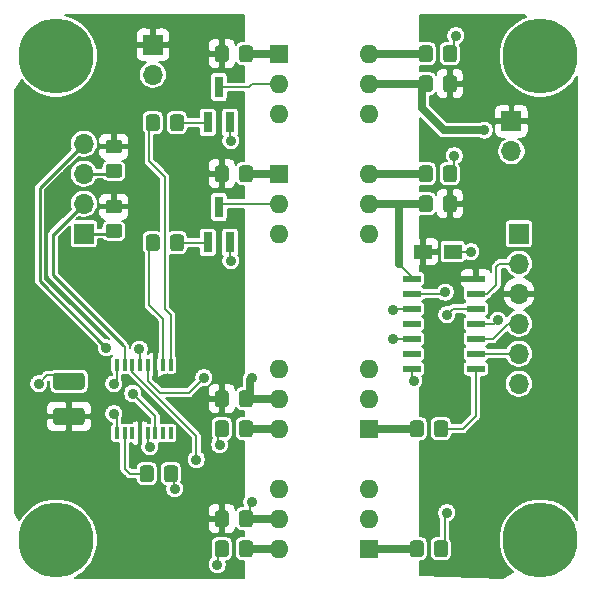
<source format=gbr>
G04 #@! TF.GenerationSoftware,KiCad,Pcbnew,(5.1.5)-3*
G04 #@! TF.CreationDate,2020-04-28T18:32:01-04:00*
G04 #@! TF.ProjectId,OptoUSB,4f70746f-5553-4422-9e6b-696361645f70,rev?*
G04 #@! TF.SameCoordinates,Original*
G04 #@! TF.FileFunction,Copper,L1,Top*
G04 #@! TF.FilePolarity,Positive*
%FSLAX46Y46*%
G04 Gerber Fmt 4.6, Leading zero omitted, Abs format (unit mm)*
G04 Created by KiCad (PCBNEW (5.1.5)-3) date 2020-04-28 18:32:01*
%MOMM*%
%LPD*%
G04 APERTURE LIST*
%ADD10C,0.150000*%
%ADD11C,6.350000*%
%ADD12R,1.700000X1.700000*%
%ADD13O,1.700000X1.700000*%
%ADD14R,1.500000X0.600000*%
%ADD15R,0.400000X1.000000*%
%ADD16R,1.600000X1.600000*%
%ADD17O,1.600000X1.600000*%
%ADD18R,0.800100X1.800860*%
%ADD19R,1.500000X1.250000*%
%ADD20C,0.889000*%
%ADD21C,0.635000*%
%ADD22C,0.203200*%
%ADD23C,0.254000*%
G04 APERTURE END LIST*
G04 #@! TA.AperFunction,SMDPad,CuDef*
D10*
G36*
X12024505Y-38671204D02*
G01*
X12048773Y-38674804D01*
X12072572Y-38680765D01*
X12095671Y-38689030D01*
X12117850Y-38699520D01*
X12138893Y-38712132D01*
X12158599Y-38726747D01*
X12176777Y-38743223D01*
X12193253Y-38761401D01*
X12207868Y-38781107D01*
X12220480Y-38802150D01*
X12230970Y-38824329D01*
X12239235Y-38847428D01*
X12245196Y-38871227D01*
X12248796Y-38895495D01*
X12250000Y-38919999D01*
X12250000Y-39820001D01*
X12248796Y-39844505D01*
X12245196Y-39868773D01*
X12239235Y-39892572D01*
X12230970Y-39915671D01*
X12220480Y-39937850D01*
X12207868Y-39958893D01*
X12193253Y-39978599D01*
X12176777Y-39996777D01*
X12158599Y-40013253D01*
X12138893Y-40027868D01*
X12117850Y-40040480D01*
X12095671Y-40050970D01*
X12072572Y-40059235D01*
X12048773Y-40065196D01*
X12024505Y-40068796D01*
X12000001Y-40070000D01*
X11349999Y-40070000D01*
X11325495Y-40068796D01*
X11301227Y-40065196D01*
X11277428Y-40059235D01*
X11254329Y-40050970D01*
X11232150Y-40040480D01*
X11211107Y-40027868D01*
X11191401Y-40013253D01*
X11173223Y-39996777D01*
X11156747Y-39978599D01*
X11142132Y-39958893D01*
X11129520Y-39937850D01*
X11119030Y-39915671D01*
X11110765Y-39892572D01*
X11104804Y-39868773D01*
X11101204Y-39844505D01*
X11100000Y-39820001D01*
X11100000Y-38919999D01*
X11101204Y-38895495D01*
X11104804Y-38871227D01*
X11110765Y-38847428D01*
X11119030Y-38824329D01*
X11129520Y-38802150D01*
X11142132Y-38781107D01*
X11156747Y-38761401D01*
X11173223Y-38743223D01*
X11191401Y-38726747D01*
X11211107Y-38712132D01*
X11232150Y-38699520D01*
X11254329Y-38689030D01*
X11277428Y-38680765D01*
X11301227Y-38674804D01*
X11325495Y-38671204D01*
X11349999Y-38670000D01*
X12000001Y-38670000D01*
X12024505Y-38671204D01*
G37*
G04 #@! TD.AperFunction*
G04 #@! TA.AperFunction,SMDPad,CuDef*
G36*
X14074505Y-38671204D02*
G01*
X14098773Y-38674804D01*
X14122572Y-38680765D01*
X14145671Y-38689030D01*
X14167850Y-38699520D01*
X14188893Y-38712132D01*
X14208599Y-38726747D01*
X14226777Y-38743223D01*
X14243253Y-38761401D01*
X14257868Y-38781107D01*
X14270480Y-38802150D01*
X14280970Y-38824329D01*
X14289235Y-38847428D01*
X14295196Y-38871227D01*
X14298796Y-38895495D01*
X14300000Y-38919999D01*
X14300000Y-39820001D01*
X14298796Y-39844505D01*
X14295196Y-39868773D01*
X14289235Y-39892572D01*
X14280970Y-39915671D01*
X14270480Y-39937850D01*
X14257868Y-39958893D01*
X14243253Y-39978599D01*
X14226777Y-39996777D01*
X14208599Y-40013253D01*
X14188893Y-40027868D01*
X14167850Y-40040480D01*
X14145671Y-40050970D01*
X14122572Y-40059235D01*
X14098773Y-40065196D01*
X14074505Y-40068796D01*
X14050001Y-40070000D01*
X13399999Y-40070000D01*
X13375495Y-40068796D01*
X13351227Y-40065196D01*
X13327428Y-40059235D01*
X13304329Y-40050970D01*
X13282150Y-40040480D01*
X13261107Y-40027868D01*
X13241401Y-40013253D01*
X13223223Y-39996777D01*
X13206747Y-39978599D01*
X13192132Y-39958893D01*
X13179520Y-39937850D01*
X13169030Y-39915671D01*
X13160765Y-39892572D01*
X13154804Y-39868773D01*
X13151204Y-39844505D01*
X13150000Y-39820001D01*
X13150000Y-38919999D01*
X13151204Y-38895495D01*
X13154804Y-38871227D01*
X13160765Y-38847428D01*
X13169030Y-38824329D01*
X13179520Y-38802150D01*
X13192132Y-38781107D01*
X13206747Y-38761401D01*
X13223223Y-38743223D01*
X13241401Y-38726747D01*
X13261107Y-38712132D01*
X13282150Y-38699520D01*
X13304329Y-38689030D01*
X13327428Y-38680765D01*
X13351227Y-38674804D01*
X13375495Y-38671204D01*
X13399999Y-38670000D01*
X14050001Y-38670000D01*
X14074505Y-38671204D01*
G37*
G04 #@! TD.AperFunction*
G04 #@! TA.AperFunction,SMDPad,CuDef*
G36*
X6179504Y-33796204D02*
G01*
X6203773Y-33799804D01*
X6227571Y-33805765D01*
X6250671Y-33814030D01*
X6272849Y-33824520D01*
X6293893Y-33837133D01*
X6313598Y-33851747D01*
X6331777Y-33868223D01*
X6348253Y-33886402D01*
X6362867Y-33906107D01*
X6375480Y-33927151D01*
X6385970Y-33949329D01*
X6394235Y-33972429D01*
X6400196Y-33996227D01*
X6403796Y-34020496D01*
X6405000Y-34045000D01*
X6405000Y-34970000D01*
X6403796Y-34994504D01*
X6400196Y-35018773D01*
X6394235Y-35042571D01*
X6385970Y-35065671D01*
X6375480Y-35087849D01*
X6362867Y-35108893D01*
X6348253Y-35128598D01*
X6331777Y-35146777D01*
X6313598Y-35163253D01*
X6293893Y-35177867D01*
X6272849Y-35190480D01*
X6250671Y-35200970D01*
X6227571Y-35209235D01*
X6203773Y-35215196D01*
X6179504Y-35218796D01*
X6155000Y-35220000D01*
X4005000Y-35220000D01*
X3980496Y-35218796D01*
X3956227Y-35215196D01*
X3932429Y-35209235D01*
X3909329Y-35200970D01*
X3887151Y-35190480D01*
X3866107Y-35177867D01*
X3846402Y-35163253D01*
X3828223Y-35146777D01*
X3811747Y-35128598D01*
X3797133Y-35108893D01*
X3784520Y-35087849D01*
X3774030Y-35065671D01*
X3765765Y-35042571D01*
X3759804Y-35018773D01*
X3756204Y-34994504D01*
X3755000Y-34970000D01*
X3755000Y-34045000D01*
X3756204Y-34020496D01*
X3759804Y-33996227D01*
X3765765Y-33972429D01*
X3774030Y-33949329D01*
X3784520Y-33927151D01*
X3797133Y-33906107D01*
X3811747Y-33886402D01*
X3828223Y-33868223D01*
X3846402Y-33851747D01*
X3866107Y-33837133D01*
X3887151Y-33824520D01*
X3909329Y-33814030D01*
X3932429Y-33805765D01*
X3956227Y-33799804D01*
X3980496Y-33796204D01*
X4005000Y-33795000D01*
X6155000Y-33795000D01*
X6179504Y-33796204D01*
G37*
G04 #@! TD.AperFunction*
G04 #@! TA.AperFunction,SMDPad,CuDef*
G36*
X6179504Y-30821204D02*
G01*
X6203773Y-30824804D01*
X6227571Y-30830765D01*
X6250671Y-30839030D01*
X6272849Y-30849520D01*
X6293893Y-30862133D01*
X6313598Y-30876747D01*
X6331777Y-30893223D01*
X6348253Y-30911402D01*
X6362867Y-30931107D01*
X6375480Y-30952151D01*
X6385970Y-30974329D01*
X6394235Y-30997429D01*
X6400196Y-31021227D01*
X6403796Y-31045496D01*
X6405000Y-31070000D01*
X6405000Y-31995000D01*
X6403796Y-32019504D01*
X6400196Y-32043773D01*
X6394235Y-32067571D01*
X6385970Y-32090671D01*
X6375480Y-32112849D01*
X6362867Y-32133893D01*
X6348253Y-32153598D01*
X6331777Y-32171777D01*
X6313598Y-32188253D01*
X6293893Y-32202867D01*
X6272849Y-32215480D01*
X6250671Y-32225970D01*
X6227571Y-32234235D01*
X6203773Y-32240196D01*
X6179504Y-32243796D01*
X6155000Y-32245000D01*
X4005000Y-32245000D01*
X3980496Y-32243796D01*
X3956227Y-32240196D01*
X3932429Y-32234235D01*
X3909329Y-32225970D01*
X3887151Y-32215480D01*
X3866107Y-32202867D01*
X3846402Y-32188253D01*
X3828223Y-32171777D01*
X3811747Y-32153598D01*
X3797133Y-32133893D01*
X3784520Y-32112849D01*
X3774030Y-32090671D01*
X3765765Y-32067571D01*
X3759804Y-32043773D01*
X3756204Y-32019504D01*
X3755000Y-31995000D01*
X3755000Y-31070000D01*
X3756204Y-31045496D01*
X3759804Y-31021227D01*
X3765765Y-30997429D01*
X3774030Y-30974329D01*
X3784520Y-30952151D01*
X3797133Y-30931107D01*
X3811747Y-30911402D01*
X3828223Y-30893223D01*
X3846402Y-30876747D01*
X3866107Y-30862133D01*
X3887151Y-30849520D01*
X3909329Y-30839030D01*
X3932429Y-30830765D01*
X3956227Y-30824804D01*
X3980496Y-30821204D01*
X4005000Y-30820000D01*
X6155000Y-30820000D01*
X6179504Y-30821204D01*
G37*
G04 #@! TD.AperFunction*
D11*
X4000000Y-4000000D03*
X4000000Y-45000000D03*
X45000000Y-4000000D03*
X45000000Y-45000000D03*
D12*
X43180000Y-19050000D03*
D13*
X43180000Y-21590000D03*
X43180000Y-24130000D03*
X43180000Y-26670000D03*
X43180000Y-29210000D03*
X43180000Y-31750000D03*
G04 #@! TA.AperFunction,SMDPad,CuDef*
D10*
G36*
X35646505Y-3111204D02*
G01*
X35670773Y-3114804D01*
X35694572Y-3120765D01*
X35717671Y-3129030D01*
X35739850Y-3139520D01*
X35760893Y-3152132D01*
X35780599Y-3166747D01*
X35798777Y-3183223D01*
X35815253Y-3201401D01*
X35829868Y-3221107D01*
X35842480Y-3242150D01*
X35852970Y-3264329D01*
X35861235Y-3287428D01*
X35867196Y-3311227D01*
X35870796Y-3335495D01*
X35872000Y-3359999D01*
X35872000Y-4260001D01*
X35870796Y-4284505D01*
X35867196Y-4308773D01*
X35861235Y-4332572D01*
X35852970Y-4355671D01*
X35842480Y-4377850D01*
X35829868Y-4398893D01*
X35815253Y-4418599D01*
X35798777Y-4436777D01*
X35780599Y-4453253D01*
X35760893Y-4467868D01*
X35739850Y-4480480D01*
X35717671Y-4490970D01*
X35694572Y-4499235D01*
X35670773Y-4505196D01*
X35646505Y-4508796D01*
X35622001Y-4510000D01*
X34971999Y-4510000D01*
X34947495Y-4508796D01*
X34923227Y-4505196D01*
X34899428Y-4499235D01*
X34876329Y-4490970D01*
X34854150Y-4480480D01*
X34833107Y-4467868D01*
X34813401Y-4453253D01*
X34795223Y-4436777D01*
X34778747Y-4418599D01*
X34764132Y-4398893D01*
X34751520Y-4377850D01*
X34741030Y-4355671D01*
X34732765Y-4332572D01*
X34726804Y-4308773D01*
X34723204Y-4284505D01*
X34722000Y-4260001D01*
X34722000Y-3359999D01*
X34723204Y-3335495D01*
X34726804Y-3311227D01*
X34732765Y-3287428D01*
X34741030Y-3264329D01*
X34751520Y-3242150D01*
X34764132Y-3221107D01*
X34778747Y-3201401D01*
X34795223Y-3183223D01*
X34813401Y-3166747D01*
X34833107Y-3152132D01*
X34854150Y-3139520D01*
X34876329Y-3129030D01*
X34899428Y-3120765D01*
X34923227Y-3114804D01*
X34947495Y-3111204D01*
X34971999Y-3110000D01*
X35622001Y-3110000D01*
X35646505Y-3111204D01*
G37*
G04 #@! TD.AperFunction*
G04 #@! TA.AperFunction,SMDPad,CuDef*
G36*
X37696505Y-3111204D02*
G01*
X37720773Y-3114804D01*
X37744572Y-3120765D01*
X37767671Y-3129030D01*
X37789850Y-3139520D01*
X37810893Y-3152132D01*
X37830599Y-3166747D01*
X37848777Y-3183223D01*
X37865253Y-3201401D01*
X37879868Y-3221107D01*
X37892480Y-3242150D01*
X37902970Y-3264329D01*
X37911235Y-3287428D01*
X37917196Y-3311227D01*
X37920796Y-3335495D01*
X37922000Y-3359999D01*
X37922000Y-4260001D01*
X37920796Y-4284505D01*
X37917196Y-4308773D01*
X37911235Y-4332572D01*
X37902970Y-4355671D01*
X37892480Y-4377850D01*
X37879868Y-4398893D01*
X37865253Y-4418599D01*
X37848777Y-4436777D01*
X37830599Y-4453253D01*
X37810893Y-4467868D01*
X37789850Y-4480480D01*
X37767671Y-4490970D01*
X37744572Y-4499235D01*
X37720773Y-4505196D01*
X37696505Y-4508796D01*
X37672001Y-4510000D01*
X37021999Y-4510000D01*
X36997495Y-4508796D01*
X36973227Y-4505196D01*
X36949428Y-4499235D01*
X36926329Y-4490970D01*
X36904150Y-4480480D01*
X36883107Y-4467868D01*
X36863401Y-4453253D01*
X36845223Y-4436777D01*
X36828747Y-4418599D01*
X36814132Y-4398893D01*
X36801520Y-4377850D01*
X36791030Y-4355671D01*
X36782765Y-4332572D01*
X36776804Y-4308773D01*
X36773204Y-4284505D01*
X36772000Y-4260001D01*
X36772000Y-3359999D01*
X36773204Y-3335495D01*
X36776804Y-3311227D01*
X36782765Y-3287428D01*
X36791030Y-3264329D01*
X36801520Y-3242150D01*
X36814132Y-3221107D01*
X36828747Y-3201401D01*
X36845223Y-3183223D01*
X36863401Y-3166747D01*
X36883107Y-3152132D01*
X36904150Y-3139520D01*
X36926329Y-3129030D01*
X36949428Y-3120765D01*
X36973227Y-3114804D01*
X36997495Y-3111204D01*
X37021999Y-3110000D01*
X37672001Y-3110000D01*
X37696505Y-3111204D01*
G37*
G04 #@! TD.AperFunction*
G04 #@! TA.AperFunction,SMDPad,CuDef*
G36*
X14582505Y-8953204D02*
G01*
X14606773Y-8956804D01*
X14630572Y-8962765D01*
X14653671Y-8971030D01*
X14675850Y-8981520D01*
X14696893Y-8994132D01*
X14716599Y-9008747D01*
X14734777Y-9025223D01*
X14751253Y-9043401D01*
X14765868Y-9063107D01*
X14778480Y-9084150D01*
X14788970Y-9106329D01*
X14797235Y-9129428D01*
X14803196Y-9153227D01*
X14806796Y-9177495D01*
X14808000Y-9201999D01*
X14808000Y-10102001D01*
X14806796Y-10126505D01*
X14803196Y-10150773D01*
X14797235Y-10174572D01*
X14788970Y-10197671D01*
X14778480Y-10219850D01*
X14765868Y-10240893D01*
X14751253Y-10260599D01*
X14734777Y-10278777D01*
X14716599Y-10295253D01*
X14696893Y-10309868D01*
X14675850Y-10322480D01*
X14653671Y-10332970D01*
X14630572Y-10341235D01*
X14606773Y-10347196D01*
X14582505Y-10350796D01*
X14558001Y-10352000D01*
X13907999Y-10352000D01*
X13883495Y-10350796D01*
X13859227Y-10347196D01*
X13835428Y-10341235D01*
X13812329Y-10332970D01*
X13790150Y-10322480D01*
X13769107Y-10309868D01*
X13749401Y-10295253D01*
X13731223Y-10278777D01*
X13714747Y-10260599D01*
X13700132Y-10240893D01*
X13687520Y-10219850D01*
X13677030Y-10197671D01*
X13668765Y-10174572D01*
X13662804Y-10150773D01*
X13659204Y-10126505D01*
X13658000Y-10102001D01*
X13658000Y-9201999D01*
X13659204Y-9177495D01*
X13662804Y-9153227D01*
X13668765Y-9129428D01*
X13677030Y-9106329D01*
X13687520Y-9084150D01*
X13700132Y-9063107D01*
X13714747Y-9043401D01*
X13731223Y-9025223D01*
X13749401Y-9008747D01*
X13769107Y-8994132D01*
X13790150Y-8981520D01*
X13812329Y-8971030D01*
X13835428Y-8962765D01*
X13859227Y-8956804D01*
X13883495Y-8953204D01*
X13907999Y-8952000D01*
X14558001Y-8952000D01*
X14582505Y-8953204D01*
G37*
G04 #@! TD.AperFunction*
G04 #@! TA.AperFunction,SMDPad,CuDef*
G36*
X12532505Y-8953204D02*
G01*
X12556773Y-8956804D01*
X12580572Y-8962765D01*
X12603671Y-8971030D01*
X12625850Y-8981520D01*
X12646893Y-8994132D01*
X12666599Y-9008747D01*
X12684777Y-9025223D01*
X12701253Y-9043401D01*
X12715868Y-9063107D01*
X12728480Y-9084150D01*
X12738970Y-9106329D01*
X12747235Y-9129428D01*
X12753196Y-9153227D01*
X12756796Y-9177495D01*
X12758000Y-9201999D01*
X12758000Y-10102001D01*
X12756796Y-10126505D01*
X12753196Y-10150773D01*
X12747235Y-10174572D01*
X12738970Y-10197671D01*
X12728480Y-10219850D01*
X12715868Y-10240893D01*
X12701253Y-10260599D01*
X12684777Y-10278777D01*
X12666599Y-10295253D01*
X12646893Y-10309868D01*
X12625850Y-10322480D01*
X12603671Y-10332970D01*
X12580572Y-10341235D01*
X12556773Y-10347196D01*
X12532505Y-10350796D01*
X12508001Y-10352000D01*
X11857999Y-10352000D01*
X11833495Y-10350796D01*
X11809227Y-10347196D01*
X11785428Y-10341235D01*
X11762329Y-10332970D01*
X11740150Y-10322480D01*
X11719107Y-10309868D01*
X11699401Y-10295253D01*
X11681223Y-10278777D01*
X11664747Y-10260599D01*
X11650132Y-10240893D01*
X11637520Y-10219850D01*
X11627030Y-10197671D01*
X11618765Y-10174572D01*
X11612804Y-10150773D01*
X11609204Y-10126505D01*
X11608000Y-10102001D01*
X11608000Y-9201999D01*
X11609204Y-9177495D01*
X11612804Y-9153227D01*
X11618765Y-9129428D01*
X11627030Y-9106329D01*
X11637520Y-9084150D01*
X11650132Y-9063107D01*
X11664747Y-9043401D01*
X11681223Y-9025223D01*
X11699401Y-9008747D01*
X11719107Y-8994132D01*
X11740150Y-8981520D01*
X11762329Y-8971030D01*
X11785428Y-8962765D01*
X11809227Y-8956804D01*
X11833495Y-8953204D01*
X11857999Y-8952000D01*
X12508001Y-8952000D01*
X12532505Y-8953204D01*
G37*
G04 #@! TD.AperFunction*
G04 #@! TA.AperFunction,SMDPad,CuDef*
G36*
X36934505Y-45021204D02*
G01*
X36958773Y-45024804D01*
X36982572Y-45030765D01*
X37005671Y-45039030D01*
X37027850Y-45049520D01*
X37048893Y-45062132D01*
X37068599Y-45076747D01*
X37086777Y-45093223D01*
X37103253Y-45111401D01*
X37117868Y-45131107D01*
X37130480Y-45152150D01*
X37140970Y-45174329D01*
X37149235Y-45197428D01*
X37155196Y-45221227D01*
X37158796Y-45245495D01*
X37160000Y-45269999D01*
X37160000Y-46170001D01*
X37158796Y-46194505D01*
X37155196Y-46218773D01*
X37149235Y-46242572D01*
X37140970Y-46265671D01*
X37130480Y-46287850D01*
X37117868Y-46308893D01*
X37103253Y-46328599D01*
X37086777Y-46346777D01*
X37068599Y-46363253D01*
X37048893Y-46377868D01*
X37027850Y-46390480D01*
X37005671Y-46400970D01*
X36982572Y-46409235D01*
X36958773Y-46415196D01*
X36934505Y-46418796D01*
X36910001Y-46420000D01*
X36259999Y-46420000D01*
X36235495Y-46418796D01*
X36211227Y-46415196D01*
X36187428Y-46409235D01*
X36164329Y-46400970D01*
X36142150Y-46390480D01*
X36121107Y-46377868D01*
X36101401Y-46363253D01*
X36083223Y-46346777D01*
X36066747Y-46328599D01*
X36052132Y-46308893D01*
X36039520Y-46287850D01*
X36029030Y-46265671D01*
X36020765Y-46242572D01*
X36014804Y-46218773D01*
X36011204Y-46194505D01*
X36010000Y-46170001D01*
X36010000Y-45269999D01*
X36011204Y-45245495D01*
X36014804Y-45221227D01*
X36020765Y-45197428D01*
X36029030Y-45174329D01*
X36039520Y-45152150D01*
X36052132Y-45131107D01*
X36066747Y-45111401D01*
X36083223Y-45093223D01*
X36101401Y-45076747D01*
X36121107Y-45062132D01*
X36142150Y-45049520D01*
X36164329Y-45039030D01*
X36187428Y-45030765D01*
X36211227Y-45024804D01*
X36235495Y-45021204D01*
X36259999Y-45020000D01*
X36910001Y-45020000D01*
X36934505Y-45021204D01*
G37*
G04 #@! TD.AperFunction*
G04 #@! TA.AperFunction,SMDPad,CuDef*
G36*
X34884505Y-45021204D02*
G01*
X34908773Y-45024804D01*
X34932572Y-45030765D01*
X34955671Y-45039030D01*
X34977850Y-45049520D01*
X34998893Y-45062132D01*
X35018599Y-45076747D01*
X35036777Y-45093223D01*
X35053253Y-45111401D01*
X35067868Y-45131107D01*
X35080480Y-45152150D01*
X35090970Y-45174329D01*
X35099235Y-45197428D01*
X35105196Y-45221227D01*
X35108796Y-45245495D01*
X35110000Y-45269999D01*
X35110000Y-46170001D01*
X35108796Y-46194505D01*
X35105196Y-46218773D01*
X35099235Y-46242572D01*
X35090970Y-46265671D01*
X35080480Y-46287850D01*
X35067868Y-46308893D01*
X35053253Y-46328599D01*
X35036777Y-46346777D01*
X35018599Y-46363253D01*
X34998893Y-46377868D01*
X34977850Y-46390480D01*
X34955671Y-46400970D01*
X34932572Y-46409235D01*
X34908773Y-46415196D01*
X34884505Y-46418796D01*
X34860001Y-46420000D01*
X34209999Y-46420000D01*
X34185495Y-46418796D01*
X34161227Y-46415196D01*
X34137428Y-46409235D01*
X34114329Y-46400970D01*
X34092150Y-46390480D01*
X34071107Y-46377868D01*
X34051401Y-46363253D01*
X34033223Y-46346777D01*
X34016747Y-46328599D01*
X34002132Y-46308893D01*
X33989520Y-46287850D01*
X33979030Y-46265671D01*
X33970765Y-46242572D01*
X33964804Y-46218773D01*
X33961204Y-46194505D01*
X33960000Y-46170001D01*
X33960000Y-45269999D01*
X33961204Y-45245495D01*
X33964804Y-45221227D01*
X33970765Y-45197428D01*
X33979030Y-45174329D01*
X33989520Y-45152150D01*
X34002132Y-45131107D01*
X34016747Y-45111401D01*
X34033223Y-45093223D01*
X34051401Y-45076747D01*
X34071107Y-45062132D01*
X34092150Y-45049520D01*
X34114329Y-45039030D01*
X34137428Y-45030765D01*
X34161227Y-45024804D01*
X34185495Y-45021204D01*
X34209999Y-45020000D01*
X34860001Y-45020000D01*
X34884505Y-45021204D01*
G37*
G04 #@! TD.AperFunction*
G04 #@! TA.AperFunction,SMDPad,CuDef*
G36*
X34884505Y-34861204D02*
G01*
X34908773Y-34864804D01*
X34932572Y-34870765D01*
X34955671Y-34879030D01*
X34977850Y-34889520D01*
X34998893Y-34902132D01*
X35018599Y-34916747D01*
X35036777Y-34933223D01*
X35053253Y-34951401D01*
X35067868Y-34971107D01*
X35080480Y-34992150D01*
X35090970Y-35014329D01*
X35099235Y-35037428D01*
X35105196Y-35061227D01*
X35108796Y-35085495D01*
X35110000Y-35109999D01*
X35110000Y-36010001D01*
X35108796Y-36034505D01*
X35105196Y-36058773D01*
X35099235Y-36082572D01*
X35090970Y-36105671D01*
X35080480Y-36127850D01*
X35067868Y-36148893D01*
X35053253Y-36168599D01*
X35036777Y-36186777D01*
X35018599Y-36203253D01*
X34998893Y-36217868D01*
X34977850Y-36230480D01*
X34955671Y-36240970D01*
X34932572Y-36249235D01*
X34908773Y-36255196D01*
X34884505Y-36258796D01*
X34860001Y-36260000D01*
X34209999Y-36260000D01*
X34185495Y-36258796D01*
X34161227Y-36255196D01*
X34137428Y-36249235D01*
X34114329Y-36240970D01*
X34092150Y-36230480D01*
X34071107Y-36217868D01*
X34051401Y-36203253D01*
X34033223Y-36186777D01*
X34016747Y-36168599D01*
X34002132Y-36148893D01*
X33989520Y-36127850D01*
X33979030Y-36105671D01*
X33970765Y-36082572D01*
X33964804Y-36058773D01*
X33961204Y-36034505D01*
X33960000Y-36010001D01*
X33960000Y-35109999D01*
X33961204Y-35085495D01*
X33964804Y-35061227D01*
X33970765Y-35037428D01*
X33979030Y-35014329D01*
X33989520Y-34992150D01*
X34002132Y-34971107D01*
X34016747Y-34951401D01*
X34033223Y-34933223D01*
X34051401Y-34916747D01*
X34071107Y-34902132D01*
X34092150Y-34889520D01*
X34114329Y-34879030D01*
X34137428Y-34870765D01*
X34161227Y-34864804D01*
X34185495Y-34861204D01*
X34209999Y-34860000D01*
X34860001Y-34860000D01*
X34884505Y-34861204D01*
G37*
G04 #@! TD.AperFunction*
G04 #@! TA.AperFunction,SMDPad,CuDef*
G36*
X36934505Y-34861204D02*
G01*
X36958773Y-34864804D01*
X36982572Y-34870765D01*
X37005671Y-34879030D01*
X37027850Y-34889520D01*
X37048893Y-34902132D01*
X37068599Y-34916747D01*
X37086777Y-34933223D01*
X37103253Y-34951401D01*
X37117868Y-34971107D01*
X37130480Y-34992150D01*
X37140970Y-35014329D01*
X37149235Y-35037428D01*
X37155196Y-35061227D01*
X37158796Y-35085495D01*
X37160000Y-35109999D01*
X37160000Y-36010001D01*
X37158796Y-36034505D01*
X37155196Y-36058773D01*
X37149235Y-36082572D01*
X37140970Y-36105671D01*
X37130480Y-36127850D01*
X37117868Y-36148893D01*
X37103253Y-36168599D01*
X37086777Y-36186777D01*
X37068599Y-36203253D01*
X37048893Y-36217868D01*
X37027850Y-36230480D01*
X37005671Y-36240970D01*
X36982572Y-36249235D01*
X36958773Y-36255196D01*
X36934505Y-36258796D01*
X36910001Y-36260000D01*
X36259999Y-36260000D01*
X36235495Y-36258796D01*
X36211227Y-36255196D01*
X36187428Y-36249235D01*
X36164329Y-36240970D01*
X36142150Y-36230480D01*
X36121107Y-36217868D01*
X36101401Y-36203253D01*
X36083223Y-36186777D01*
X36066747Y-36168599D01*
X36052132Y-36148893D01*
X36039520Y-36127850D01*
X36029030Y-36105671D01*
X36020765Y-36082572D01*
X36014804Y-36058773D01*
X36011204Y-36034505D01*
X36010000Y-36010001D01*
X36010000Y-35109999D01*
X36011204Y-35085495D01*
X36014804Y-35061227D01*
X36020765Y-35037428D01*
X36029030Y-35014329D01*
X36039520Y-34992150D01*
X36052132Y-34971107D01*
X36066747Y-34951401D01*
X36083223Y-34933223D01*
X36101401Y-34916747D01*
X36121107Y-34902132D01*
X36142150Y-34889520D01*
X36164329Y-34879030D01*
X36187428Y-34870765D01*
X36211227Y-34864804D01*
X36235495Y-34861204D01*
X36259999Y-34860000D01*
X36910001Y-34860000D01*
X36934505Y-34861204D01*
G37*
G04 #@! TD.AperFunction*
G04 #@! TA.AperFunction,SMDPad,CuDef*
G36*
X35646505Y-15811204D02*
G01*
X35670773Y-15814804D01*
X35694572Y-15820765D01*
X35717671Y-15829030D01*
X35739850Y-15839520D01*
X35760893Y-15852132D01*
X35780599Y-15866747D01*
X35798777Y-15883223D01*
X35815253Y-15901401D01*
X35829868Y-15921107D01*
X35842480Y-15942150D01*
X35852970Y-15964329D01*
X35861235Y-15987428D01*
X35867196Y-16011227D01*
X35870796Y-16035495D01*
X35872000Y-16059999D01*
X35872000Y-16960001D01*
X35870796Y-16984505D01*
X35867196Y-17008773D01*
X35861235Y-17032572D01*
X35852970Y-17055671D01*
X35842480Y-17077850D01*
X35829868Y-17098893D01*
X35815253Y-17118599D01*
X35798777Y-17136777D01*
X35780599Y-17153253D01*
X35760893Y-17167868D01*
X35739850Y-17180480D01*
X35717671Y-17190970D01*
X35694572Y-17199235D01*
X35670773Y-17205196D01*
X35646505Y-17208796D01*
X35622001Y-17210000D01*
X34971999Y-17210000D01*
X34947495Y-17208796D01*
X34923227Y-17205196D01*
X34899428Y-17199235D01*
X34876329Y-17190970D01*
X34854150Y-17180480D01*
X34833107Y-17167868D01*
X34813401Y-17153253D01*
X34795223Y-17136777D01*
X34778747Y-17118599D01*
X34764132Y-17098893D01*
X34751520Y-17077850D01*
X34741030Y-17055671D01*
X34732765Y-17032572D01*
X34726804Y-17008773D01*
X34723204Y-16984505D01*
X34722000Y-16960001D01*
X34722000Y-16059999D01*
X34723204Y-16035495D01*
X34726804Y-16011227D01*
X34732765Y-15987428D01*
X34741030Y-15964329D01*
X34751520Y-15942150D01*
X34764132Y-15921107D01*
X34778747Y-15901401D01*
X34795223Y-15883223D01*
X34813401Y-15866747D01*
X34833107Y-15852132D01*
X34854150Y-15839520D01*
X34876329Y-15829030D01*
X34899428Y-15820765D01*
X34923227Y-15814804D01*
X34947495Y-15811204D01*
X34971999Y-15810000D01*
X35622001Y-15810000D01*
X35646505Y-15811204D01*
G37*
G04 #@! TD.AperFunction*
G04 #@! TA.AperFunction,SMDPad,CuDef*
G36*
X37696505Y-15811204D02*
G01*
X37720773Y-15814804D01*
X37744572Y-15820765D01*
X37767671Y-15829030D01*
X37789850Y-15839520D01*
X37810893Y-15852132D01*
X37830599Y-15866747D01*
X37848777Y-15883223D01*
X37865253Y-15901401D01*
X37879868Y-15921107D01*
X37892480Y-15942150D01*
X37902970Y-15964329D01*
X37911235Y-15987428D01*
X37917196Y-16011227D01*
X37920796Y-16035495D01*
X37922000Y-16059999D01*
X37922000Y-16960001D01*
X37920796Y-16984505D01*
X37917196Y-17008773D01*
X37911235Y-17032572D01*
X37902970Y-17055671D01*
X37892480Y-17077850D01*
X37879868Y-17098893D01*
X37865253Y-17118599D01*
X37848777Y-17136777D01*
X37830599Y-17153253D01*
X37810893Y-17167868D01*
X37789850Y-17180480D01*
X37767671Y-17190970D01*
X37744572Y-17199235D01*
X37720773Y-17205196D01*
X37696505Y-17208796D01*
X37672001Y-17210000D01*
X37021999Y-17210000D01*
X36997495Y-17208796D01*
X36973227Y-17205196D01*
X36949428Y-17199235D01*
X36926329Y-17190970D01*
X36904150Y-17180480D01*
X36883107Y-17167868D01*
X36863401Y-17153253D01*
X36845223Y-17136777D01*
X36828747Y-17118599D01*
X36814132Y-17098893D01*
X36801520Y-17077850D01*
X36791030Y-17055671D01*
X36782765Y-17032572D01*
X36776804Y-17008773D01*
X36773204Y-16984505D01*
X36772000Y-16960001D01*
X36772000Y-16059999D01*
X36773204Y-16035495D01*
X36776804Y-16011227D01*
X36782765Y-15987428D01*
X36791030Y-15964329D01*
X36801520Y-15942150D01*
X36814132Y-15921107D01*
X36828747Y-15901401D01*
X36845223Y-15883223D01*
X36863401Y-15866747D01*
X36883107Y-15852132D01*
X36904150Y-15839520D01*
X36926329Y-15829030D01*
X36949428Y-15820765D01*
X36973227Y-15814804D01*
X36997495Y-15811204D01*
X37021999Y-15810000D01*
X37672001Y-15810000D01*
X37696505Y-15811204D01*
G37*
G04 #@! TD.AperFunction*
G04 #@! TA.AperFunction,SMDPad,CuDef*
G36*
X37696505Y-13271204D02*
G01*
X37720773Y-13274804D01*
X37744572Y-13280765D01*
X37767671Y-13289030D01*
X37789850Y-13299520D01*
X37810893Y-13312132D01*
X37830599Y-13326747D01*
X37848777Y-13343223D01*
X37865253Y-13361401D01*
X37879868Y-13381107D01*
X37892480Y-13402150D01*
X37902970Y-13424329D01*
X37911235Y-13447428D01*
X37917196Y-13471227D01*
X37920796Y-13495495D01*
X37922000Y-13519999D01*
X37922000Y-14420001D01*
X37920796Y-14444505D01*
X37917196Y-14468773D01*
X37911235Y-14492572D01*
X37902970Y-14515671D01*
X37892480Y-14537850D01*
X37879868Y-14558893D01*
X37865253Y-14578599D01*
X37848777Y-14596777D01*
X37830599Y-14613253D01*
X37810893Y-14627868D01*
X37789850Y-14640480D01*
X37767671Y-14650970D01*
X37744572Y-14659235D01*
X37720773Y-14665196D01*
X37696505Y-14668796D01*
X37672001Y-14670000D01*
X37021999Y-14670000D01*
X36997495Y-14668796D01*
X36973227Y-14665196D01*
X36949428Y-14659235D01*
X36926329Y-14650970D01*
X36904150Y-14640480D01*
X36883107Y-14627868D01*
X36863401Y-14613253D01*
X36845223Y-14596777D01*
X36828747Y-14578599D01*
X36814132Y-14558893D01*
X36801520Y-14537850D01*
X36791030Y-14515671D01*
X36782765Y-14492572D01*
X36776804Y-14468773D01*
X36773204Y-14444505D01*
X36772000Y-14420001D01*
X36772000Y-13519999D01*
X36773204Y-13495495D01*
X36776804Y-13471227D01*
X36782765Y-13447428D01*
X36791030Y-13424329D01*
X36801520Y-13402150D01*
X36814132Y-13381107D01*
X36828747Y-13361401D01*
X36845223Y-13343223D01*
X36863401Y-13326747D01*
X36883107Y-13312132D01*
X36904150Y-13299520D01*
X36926329Y-13289030D01*
X36949428Y-13280765D01*
X36973227Y-13274804D01*
X36997495Y-13271204D01*
X37021999Y-13270000D01*
X37672001Y-13270000D01*
X37696505Y-13271204D01*
G37*
G04 #@! TD.AperFunction*
G04 #@! TA.AperFunction,SMDPad,CuDef*
G36*
X35646505Y-13271204D02*
G01*
X35670773Y-13274804D01*
X35694572Y-13280765D01*
X35717671Y-13289030D01*
X35739850Y-13299520D01*
X35760893Y-13312132D01*
X35780599Y-13326747D01*
X35798777Y-13343223D01*
X35815253Y-13361401D01*
X35829868Y-13381107D01*
X35842480Y-13402150D01*
X35852970Y-13424329D01*
X35861235Y-13447428D01*
X35867196Y-13471227D01*
X35870796Y-13495495D01*
X35872000Y-13519999D01*
X35872000Y-14420001D01*
X35870796Y-14444505D01*
X35867196Y-14468773D01*
X35861235Y-14492572D01*
X35852970Y-14515671D01*
X35842480Y-14537850D01*
X35829868Y-14558893D01*
X35815253Y-14578599D01*
X35798777Y-14596777D01*
X35780599Y-14613253D01*
X35760893Y-14627868D01*
X35739850Y-14640480D01*
X35717671Y-14650970D01*
X35694572Y-14659235D01*
X35670773Y-14665196D01*
X35646505Y-14668796D01*
X35622001Y-14670000D01*
X34971999Y-14670000D01*
X34947495Y-14668796D01*
X34923227Y-14665196D01*
X34899428Y-14659235D01*
X34876329Y-14650970D01*
X34854150Y-14640480D01*
X34833107Y-14627868D01*
X34813401Y-14613253D01*
X34795223Y-14596777D01*
X34778747Y-14578599D01*
X34764132Y-14558893D01*
X34751520Y-14537850D01*
X34741030Y-14515671D01*
X34732765Y-14492572D01*
X34726804Y-14468773D01*
X34723204Y-14444505D01*
X34722000Y-14420001D01*
X34722000Y-13519999D01*
X34723204Y-13495495D01*
X34726804Y-13471227D01*
X34732765Y-13447428D01*
X34741030Y-13424329D01*
X34751520Y-13402150D01*
X34764132Y-13381107D01*
X34778747Y-13361401D01*
X34795223Y-13343223D01*
X34813401Y-13326747D01*
X34833107Y-13312132D01*
X34854150Y-13299520D01*
X34876329Y-13289030D01*
X34899428Y-13280765D01*
X34923227Y-13274804D01*
X34947495Y-13271204D01*
X34971999Y-13270000D01*
X35622001Y-13270000D01*
X35646505Y-13271204D01*
G37*
G04 #@! TD.AperFunction*
G04 #@! TA.AperFunction,SMDPad,CuDef*
G36*
X9364505Y-13151204D02*
G01*
X9388773Y-13154804D01*
X9412572Y-13160765D01*
X9435671Y-13169030D01*
X9457850Y-13179520D01*
X9478893Y-13192132D01*
X9498599Y-13206747D01*
X9516777Y-13223223D01*
X9533253Y-13241401D01*
X9547868Y-13261107D01*
X9560480Y-13282150D01*
X9570970Y-13304329D01*
X9579235Y-13327428D01*
X9585196Y-13351227D01*
X9588796Y-13375495D01*
X9590000Y-13399999D01*
X9590000Y-14050001D01*
X9588796Y-14074505D01*
X9585196Y-14098773D01*
X9579235Y-14122572D01*
X9570970Y-14145671D01*
X9560480Y-14167850D01*
X9547868Y-14188893D01*
X9533253Y-14208599D01*
X9516777Y-14226777D01*
X9498599Y-14243253D01*
X9478893Y-14257868D01*
X9457850Y-14270480D01*
X9435671Y-14280970D01*
X9412572Y-14289235D01*
X9388773Y-14295196D01*
X9364505Y-14298796D01*
X9340001Y-14300000D01*
X8439999Y-14300000D01*
X8415495Y-14298796D01*
X8391227Y-14295196D01*
X8367428Y-14289235D01*
X8344329Y-14280970D01*
X8322150Y-14270480D01*
X8301107Y-14257868D01*
X8281401Y-14243253D01*
X8263223Y-14226777D01*
X8246747Y-14208599D01*
X8232132Y-14188893D01*
X8219520Y-14167850D01*
X8209030Y-14145671D01*
X8200765Y-14122572D01*
X8194804Y-14098773D01*
X8191204Y-14074505D01*
X8190000Y-14050001D01*
X8190000Y-13399999D01*
X8191204Y-13375495D01*
X8194804Y-13351227D01*
X8200765Y-13327428D01*
X8209030Y-13304329D01*
X8219520Y-13282150D01*
X8232132Y-13261107D01*
X8246747Y-13241401D01*
X8263223Y-13223223D01*
X8281401Y-13206747D01*
X8301107Y-13192132D01*
X8322150Y-13179520D01*
X8344329Y-13169030D01*
X8367428Y-13160765D01*
X8391227Y-13154804D01*
X8415495Y-13151204D01*
X8439999Y-13150000D01*
X9340001Y-13150000D01*
X9364505Y-13151204D01*
G37*
G04 #@! TD.AperFunction*
G04 #@! TA.AperFunction,SMDPad,CuDef*
G36*
X9364505Y-11101204D02*
G01*
X9388773Y-11104804D01*
X9412572Y-11110765D01*
X9435671Y-11119030D01*
X9457850Y-11129520D01*
X9478893Y-11142132D01*
X9498599Y-11156747D01*
X9516777Y-11173223D01*
X9533253Y-11191401D01*
X9547868Y-11211107D01*
X9560480Y-11232150D01*
X9570970Y-11254329D01*
X9579235Y-11277428D01*
X9585196Y-11301227D01*
X9588796Y-11325495D01*
X9590000Y-11349999D01*
X9590000Y-12000001D01*
X9588796Y-12024505D01*
X9585196Y-12048773D01*
X9579235Y-12072572D01*
X9570970Y-12095671D01*
X9560480Y-12117850D01*
X9547868Y-12138893D01*
X9533253Y-12158599D01*
X9516777Y-12176777D01*
X9498599Y-12193253D01*
X9478893Y-12207868D01*
X9457850Y-12220480D01*
X9435671Y-12230970D01*
X9412572Y-12239235D01*
X9388773Y-12245196D01*
X9364505Y-12248796D01*
X9340001Y-12250000D01*
X8439999Y-12250000D01*
X8415495Y-12248796D01*
X8391227Y-12245196D01*
X8367428Y-12239235D01*
X8344329Y-12230970D01*
X8322150Y-12220480D01*
X8301107Y-12207868D01*
X8281401Y-12193253D01*
X8263223Y-12176777D01*
X8246747Y-12158599D01*
X8232132Y-12138893D01*
X8219520Y-12117850D01*
X8209030Y-12095671D01*
X8200765Y-12072572D01*
X8194804Y-12048773D01*
X8191204Y-12024505D01*
X8190000Y-12000001D01*
X8190000Y-11349999D01*
X8191204Y-11325495D01*
X8194804Y-11301227D01*
X8200765Y-11277428D01*
X8209030Y-11254329D01*
X8219520Y-11232150D01*
X8232132Y-11211107D01*
X8246747Y-11191401D01*
X8263223Y-11173223D01*
X8281401Y-11156747D01*
X8301107Y-11142132D01*
X8322150Y-11129520D01*
X8344329Y-11119030D01*
X8367428Y-11110765D01*
X8391227Y-11104804D01*
X8415495Y-11101204D01*
X8439999Y-11100000D01*
X9340001Y-11100000D01*
X9364505Y-11101204D01*
G37*
G04 #@! TD.AperFunction*
G04 #@! TA.AperFunction,SMDPad,CuDef*
G36*
X9364505Y-16181204D02*
G01*
X9388773Y-16184804D01*
X9412572Y-16190765D01*
X9435671Y-16199030D01*
X9457850Y-16209520D01*
X9478893Y-16222132D01*
X9498599Y-16236747D01*
X9516777Y-16253223D01*
X9533253Y-16271401D01*
X9547868Y-16291107D01*
X9560480Y-16312150D01*
X9570970Y-16334329D01*
X9579235Y-16357428D01*
X9585196Y-16381227D01*
X9588796Y-16405495D01*
X9590000Y-16429999D01*
X9590000Y-17080001D01*
X9588796Y-17104505D01*
X9585196Y-17128773D01*
X9579235Y-17152572D01*
X9570970Y-17175671D01*
X9560480Y-17197850D01*
X9547868Y-17218893D01*
X9533253Y-17238599D01*
X9516777Y-17256777D01*
X9498599Y-17273253D01*
X9478893Y-17287868D01*
X9457850Y-17300480D01*
X9435671Y-17310970D01*
X9412572Y-17319235D01*
X9388773Y-17325196D01*
X9364505Y-17328796D01*
X9340001Y-17330000D01*
X8439999Y-17330000D01*
X8415495Y-17328796D01*
X8391227Y-17325196D01*
X8367428Y-17319235D01*
X8344329Y-17310970D01*
X8322150Y-17300480D01*
X8301107Y-17287868D01*
X8281401Y-17273253D01*
X8263223Y-17256777D01*
X8246747Y-17238599D01*
X8232132Y-17218893D01*
X8219520Y-17197850D01*
X8209030Y-17175671D01*
X8200765Y-17152572D01*
X8194804Y-17128773D01*
X8191204Y-17104505D01*
X8190000Y-17080001D01*
X8190000Y-16429999D01*
X8191204Y-16405495D01*
X8194804Y-16381227D01*
X8200765Y-16357428D01*
X8209030Y-16334329D01*
X8219520Y-16312150D01*
X8232132Y-16291107D01*
X8246747Y-16271401D01*
X8263223Y-16253223D01*
X8281401Y-16236747D01*
X8301107Y-16222132D01*
X8322150Y-16209520D01*
X8344329Y-16199030D01*
X8367428Y-16190765D01*
X8391227Y-16184804D01*
X8415495Y-16181204D01*
X8439999Y-16180000D01*
X9340001Y-16180000D01*
X9364505Y-16181204D01*
G37*
G04 #@! TD.AperFunction*
G04 #@! TA.AperFunction,SMDPad,CuDef*
G36*
X9364505Y-18231204D02*
G01*
X9388773Y-18234804D01*
X9412572Y-18240765D01*
X9435671Y-18249030D01*
X9457850Y-18259520D01*
X9478893Y-18272132D01*
X9498599Y-18286747D01*
X9516777Y-18303223D01*
X9533253Y-18321401D01*
X9547868Y-18341107D01*
X9560480Y-18362150D01*
X9570970Y-18384329D01*
X9579235Y-18407428D01*
X9585196Y-18431227D01*
X9588796Y-18455495D01*
X9590000Y-18479999D01*
X9590000Y-19130001D01*
X9588796Y-19154505D01*
X9585196Y-19178773D01*
X9579235Y-19202572D01*
X9570970Y-19225671D01*
X9560480Y-19247850D01*
X9547868Y-19268893D01*
X9533253Y-19288599D01*
X9516777Y-19306777D01*
X9498599Y-19323253D01*
X9478893Y-19337868D01*
X9457850Y-19350480D01*
X9435671Y-19360970D01*
X9412572Y-19369235D01*
X9388773Y-19375196D01*
X9364505Y-19378796D01*
X9340001Y-19380000D01*
X8439999Y-19380000D01*
X8415495Y-19378796D01*
X8391227Y-19375196D01*
X8367428Y-19369235D01*
X8344329Y-19360970D01*
X8322150Y-19350480D01*
X8301107Y-19337868D01*
X8281401Y-19323253D01*
X8263223Y-19306777D01*
X8246747Y-19288599D01*
X8232132Y-19268893D01*
X8219520Y-19247850D01*
X8209030Y-19225671D01*
X8200765Y-19202572D01*
X8194804Y-19178773D01*
X8191204Y-19154505D01*
X8190000Y-19130001D01*
X8190000Y-18479999D01*
X8191204Y-18455495D01*
X8194804Y-18431227D01*
X8200765Y-18407428D01*
X8209030Y-18384329D01*
X8219520Y-18362150D01*
X8232132Y-18341107D01*
X8246747Y-18321401D01*
X8263223Y-18303223D01*
X8281401Y-18286747D01*
X8301107Y-18272132D01*
X8322150Y-18259520D01*
X8344329Y-18249030D01*
X8367428Y-18240765D01*
X8391227Y-18234804D01*
X8415495Y-18231204D01*
X8439999Y-18230000D01*
X9340001Y-18230000D01*
X9364505Y-18231204D01*
G37*
G04 #@! TD.AperFunction*
G04 #@! TA.AperFunction,SMDPad,CuDef*
G36*
X20424505Y-3111204D02*
G01*
X20448773Y-3114804D01*
X20472572Y-3120765D01*
X20495671Y-3129030D01*
X20517850Y-3139520D01*
X20538893Y-3152132D01*
X20558599Y-3166747D01*
X20576777Y-3183223D01*
X20593253Y-3201401D01*
X20607868Y-3221107D01*
X20620480Y-3242150D01*
X20630970Y-3264329D01*
X20639235Y-3287428D01*
X20645196Y-3311227D01*
X20648796Y-3335495D01*
X20650000Y-3359999D01*
X20650000Y-4260001D01*
X20648796Y-4284505D01*
X20645196Y-4308773D01*
X20639235Y-4332572D01*
X20630970Y-4355671D01*
X20620480Y-4377850D01*
X20607868Y-4398893D01*
X20593253Y-4418599D01*
X20576777Y-4436777D01*
X20558599Y-4453253D01*
X20538893Y-4467868D01*
X20517850Y-4480480D01*
X20495671Y-4490970D01*
X20472572Y-4499235D01*
X20448773Y-4505196D01*
X20424505Y-4508796D01*
X20400001Y-4510000D01*
X19749999Y-4510000D01*
X19725495Y-4508796D01*
X19701227Y-4505196D01*
X19677428Y-4499235D01*
X19654329Y-4490970D01*
X19632150Y-4480480D01*
X19611107Y-4467868D01*
X19591401Y-4453253D01*
X19573223Y-4436777D01*
X19556747Y-4418599D01*
X19542132Y-4398893D01*
X19529520Y-4377850D01*
X19519030Y-4355671D01*
X19510765Y-4332572D01*
X19504804Y-4308773D01*
X19501204Y-4284505D01*
X19500000Y-4260001D01*
X19500000Y-3359999D01*
X19501204Y-3335495D01*
X19504804Y-3311227D01*
X19510765Y-3287428D01*
X19519030Y-3264329D01*
X19529520Y-3242150D01*
X19542132Y-3221107D01*
X19556747Y-3201401D01*
X19573223Y-3183223D01*
X19591401Y-3166747D01*
X19611107Y-3152132D01*
X19632150Y-3139520D01*
X19654329Y-3129030D01*
X19677428Y-3120765D01*
X19701227Y-3114804D01*
X19725495Y-3111204D01*
X19749999Y-3110000D01*
X20400001Y-3110000D01*
X20424505Y-3111204D01*
G37*
G04 #@! TD.AperFunction*
G04 #@! TA.AperFunction,SMDPad,CuDef*
G36*
X18374505Y-3111204D02*
G01*
X18398773Y-3114804D01*
X18422572Y-3120765D01*
X18445671Y-3129030D01*
X18467850Y-3139520D01*
X18488893Y-3152132D01*
X18508599Y-3166747D01*
X18526777Y-3183223D01*
X18543253Y-3201401D01*
X18557868Y-3221107D01*
X18570480Y-3242150D01*
X18580970Y-3264329D01*
X18589235Y-3287428D01*
X18595196Y-3311227D01*
X18598796Y-3335495D01*
X18600000Y-3359999D01*
X18600000Y-4260001D01*
X18598796Y-4284505D01*
X18595196Y-4308773D01*
X18589235Y-4332572D01*
X18580970Y-4355671D01*
X18570480Y-4377850D01*
X18557868Y-4398893D01*
X18543253Y-4418599D01*
X18526777Y-4436777D01*
X18508599Y-4453253D01*
X18488893Y-4467868D01*
X18467850Y-4480480D01*
X18445671Y-4490970D01*
X18422572Y-4499235D01*
X18398773Y-4505196D01*
X18374505Y-4508796D01*
X18350001Y-4510000D01*
X17699999Y-4510000D01*
X17675495Y-4508796D01*
X17651227Y-4505196D01*
X17627428Y-4499235D01*
X17604329Y-4490970D01*
X17582150Y-4480480D01*
X17561107Y-4467868D01*
X17541401Y-4453253D01*
X17523223Y-4436777D01*
X17506747Y-4418599D01*
X17492132Y-4398893D01*
X17479520Y-4377850D01*
X17469030Y-4355671D01*
X17460765Y-4332572D01*
X17454804Y-4308773D01*
X17451204Y-4284505D01*
X17450000Y-4260001D01*
X17450000Y-3359999D01*
X17451204Y-3335495D01*
X17454804Y-3311227D01*
X17460765Y-3287428D01*
X17469030Y-3264329D01*
X17479520Y-3242150D01*
X17492132Y-3221107D01*
X17506747Y-3201401D01*
X17523223Y-3183223D01*
X17541401Y-3166747D01*
X17561107Y-3152132D01*
X17582150Y-3139520D01*
X17604329Y-3129030D01*
X17627428Y-3120765D01*
X17651227Y-3114804D01*
X17675495Y-3111204D01*
X17699999Y-3110000D01*
X18350001Y-3110000D01*
X18374505Y-3111204D01*
G37*
G04 #@! TD.AperFunction*
G04 #@! TA.AperFunction,SMDPad,CuDef*
G36*
X18374505Y-13271204D02*
G01*
X18398773Y-13274804D01*
X18422572Y-13280765D01*
X18445671Y-13289030D01*
X18467850Y-13299520D01*
X18488893Y-13312132D01*
X18508599Y-13326747D01*
X18526777Y-13343223D01*
X18543253Y-13361401D01*
X18557868Y-13381107D01*
X18570480Y-13402150D01*
X18580970Y-13424329D01*
X18589235Y-13447428D01*
X18595196Y-13471227D01*
X18598796Y-13495495D01*
X18600000Y-13519999D01*
X18600000Y-14420001D01*
X18598796Y-14444505D01*
X18595196Y-14468773D01*
X18589235Y-14492572D01*
X18580970Y-14515671D01*
X18570480Y-14537850D01*
X18557868Y-14558893D01*
X18543253Y-14578599D01*
X18526777Y-14596777D01*
X18508599Y-14613253D01*
X18488893Y-14627868D01*
X18467850Y-14640480D01*
X18445671Y-14650970D01*
X18422572Y-14659235D01*
X18398773Y-14665196D01*
X18374505Y-14668796D01*
X18350001Y-14670000D01*
X17699999Y-14670000D01*
X17675495Y-14668796D01*
X17651227Y-14665196D01*
X17627428Y-14659235D01*
X17604329Y-14650970D01*
X17582150Y-14640480D01*
X17561107Y-14627868D01*
X17541401Y-14613253D01*
X17523223Y-14596777D01*
X17506747Y-14578599D01*
X17492132Y-14558893D01*
X17479520Y-14537850D01*
X17469030Y-14515671D01*
X17460765Y-14492572D01*
X17454804Y-14468773D01*
X17451204Y-14444505D01*
X17450000Y-14420001D01*
X17450000Y-13519999D01*
X17451204Y-13495495D01*
X17454804Y-13471227D01*
X17460765Y-13447428D01*
X17469030Y-13424329D01*
X17479520Y-13402150D01*
X17492132Y-13381107D01*
X17506747Y-13361401D01*
X17523223Y-13343223D01*
X17541401Y-13326747D01*
X17561107Y-13312132D01*
X17582150Y-13299520D01*
X17604329Y-13289030D01*
X17627428Y-13280765D01*
X17651227Y-13274804D01*
X17675495Y-13271204D01*
X17699999Y-13270000D01*
X18350001Y-13270000D01*
X18374505Y-13271204D01*
G37*
G04 #@! TD.AperFunction*
G04 #@! TA.AperFunction,SMDPad,CuDef*
G36*
X20424505Y-13271204D02*
G01*
X20448773Y-13274804D01*
X20472572Y-13280765D01*
X20495671Y-13289030D01*
X20517850Y-13299520D01*
X20538893Y-13312132D01*
X20558599Y-13326747D01*
X20576777Y-13343223D01*
X20593253Y-13361401D01*
X20607868Y-13381107D01*
X20620480Y-13402150D01*
X20630970Y-13424329D01*
X20639235Y-13447428D01*
X20645196Y-13471227D01*
X20648796Y-13495495D01*
X20650000Y-13519999D01*
X20650000Y-14420001D01*
X20648796Y-14444505D01*
X20645196Y-14468773D01*
X20639235Y-14492572D01*
X20630970Y-14515671D01*
X20620480Y-14537850D01*
X20607868Y-14558893D01*
X20593253Y-14578599D01*
X20576777Y-14596777D01*
X20558599Y-14613253D01*
X20538893Y-14627868D01*
X20517850Y-14640480D01*
X20495671Y-14650970D01*
X20472572Y-14659235D01*
X20448773Y-14665196D01*
X20424505Y-14668796D01*
X20400001Y-14670000D01*
X19749999Y-14670000D01*
X19725495Y-14668796D01*
X19701227Y-14665196D01*
X19677428Y-14659235D01*
X19654329Y-14650970D01*
X19632150Y-14640480D01*
X19611107Y-14627868D01*
X19591401Y-14613253D01*
X19573223Y-14596777D01*
X19556747Y-14578599D01*
X19542132Y-14558893D01*
X19529520Y-14537850D01*
X19519030Y-14515671D01*
X19510765Y-14492572D01*
X19504804Y-14468773D01*
X19501204Y-14444505D01*
X19500000Y-14420001D01*
X19500000Y-13519999D01*
X19501204Y-13495495D01*
X19504804Y-13471227D01*
X19510765Y-13447428D01*
X19519030Y-13424329D01*
X19529520Y-13402150D01*
X19542132Y-13381107D01*
X19556747Y-13361401D01*
X19573223Y-13343223D01*
X19591401Y-13326747D01*
X19611107Y-13312132D01*
X19632150Y-13299520D01*
X19654329Y-13289030D01*
X19677428Y-13280765D01*
X19701227Y-13274804D01*
X19725495Y-13271204D01*
X19749999Y-13270000D01*
X20400001Y-13270000D01*
X20424505Y-13271204D01*
G37*
G04 #@! TD.AperFunction*
G04 #@! TA.AperFunction,SMDPad,CuDef*
G36*
X20424505Y-32321204D02*
G01*
X20448773Y-32324804D01*
X20472572Y-32330765D01*
X20495671Y-32339030D01*
X20517850Y-32349520D01*
X20538893Y-32362132D01*
X20558599Y-32376747D01*
X20576777Y-32393223D01*
X20593253Y-32411401D01*
X20607868Y-32431107D01*
X20620480Y-32452150D01*
X20630970Y-32474329D01*
X20639235Y-32497428D01*
X20645196Y-32521227D01*
X20648796Y-32545495D01*
X20650000Y-32569999D01*
X20650000Y-33470001D01*
X20648796Y-33494505D01*
X20645196Y-33518773D01*
X20639235Y-33542572D01*
X20630970Y-33565671D01*
X20620480Y-33587850D01*
X20607868Y-33608893D01*
X20593253Y-33628599D01*
X20576777Y-33646777D01*
X20558599Y-33663253D01*
X20538893Y-33677868D01*
X20517850Y-33690480D01*
X20495671Y-33700970D01*
X20472572Y-33709235D01*
X20448773Y-33715196D01*
X20424505Y-33718796D01*
X20400001Y-33720000D01*
X19749999Y-33720000D01*
X19725495Y-33718796D01*
X19701227Y-33715196D01*
X19677428Y-33709235D01*
X19654329Y-33700970D01*
X19632150Y-33690480D01*
X19611107Y-33677868D01*
X19591401Y-33663253D01*
X19573223Y-33646777D01*
X19556747Y-33628599D01*
X19542132Y-33608893D01*
X19529520Y-33587850D01*
X19519030Y-33565671D01*
X19510765Y-33542572D01*
X19504804Y-33518773D01*
X19501204Y-33494505D01*
X19500000Y-33470001D01*
X19500000Y-32569999D01*
X19501204Y-32545495D01*
X19504804Y-32521227D01*
X19510765Y-32497428D01*
X19519030Y-32474329D01*
X19529520Y-32452150D01*
X19542132Y-32431107D01*
X19556747Y-32411401D01*
X19573223Y-32393223D01*
X19591401Y-32376747D01*
X19611107Y-32362132D01*
X19632150Y-32349520D01*
X19654329Y-32339030D01*
X19677428Y-32330765D01*
X19701227Y-32324804D01*
X19725495Y-32321204D01*
X19749999Y-32320000D01*
X20400001Y-32320000D01*
X20424505Y-32321204D01*
G37*
G04 #@! TD.AperFunction*
G04 #@! TA.AperFunction,SMDPad,CuDef*
G36*
X18374505Y-32321204D02*
G01*
X18398773Y-32324804D01*
X18422572Y-32330765D01*
X18445671Y-32339030D01*
X18467850Y-32349520D01*
X18488893Y-32362132D01*
X18508599Y-32376747D01*
X18526777Y-32393223D01*
X18543253Y-32411401D01*
X18557868Y-32431107D01*
X18570480Y-32452150D01*
X18580970Y-32474329D01*
X18589235Y-32497428D01*
X18595196Y-32521227D01*
X18598796Y-32545495D01*
X18600000Y-32569999D01*
X18600000Y-33470001D01*
X18598796Y-33494505D01*
X18595196Y-33518773D01*
X18589235Y-33542572D01*
X18580970Y-33565671D01*
X18570480Y-33587850D01*
X18557868Y-33608893D01*
X18543253Y-33628599D01*
X18526777Y-33646777D01*
X18508599Y-33663253D01*
X18488893Y-33677868D01*
X18467850Y-33690480D01*
X18445671Y-33700970D01*
X18422572Y-33709235D01*
X18398773Y-33715196D01*
X18374505Y-33718796D01*
X18350001Y-33720000D01*
X17699999Y-33720000D01*
X17675495Y-33718796D01*
X17651227Y-33715196D01*
X17627428Y-33709235D01*
X17604329Y-33700970D01*
X17582150Y-33690480D01*
X17561107Y-33677868D01*
X17541401Y-33663253D01*
X17523223Y-33646777D01*
X17506747Y-33628599D01*
X17492132Y-33608893D01*
X17479520Y-33587850D01*
X17469030Y-33565671D01*
X17460765Y-33542572D01*
X17454804Y-33518773D01*
X17451204Y-33494505D01*
X17450000Y-33470001D01*
X17450000Y-32569999D01*
X17451204Y-32545495D01*
X17454804Y-32521227D01*
X17460765Y-32497428D01*
X17469030Y-32474329D01*
X17479520Y-32452150D01*
X17492132Y-32431107D01*
X17506747Y-32411401D01*
X17523223Y-32393223D01*
X17541401Y-32376747D01*
X17561107Y-32362132D01*
X17582150Y-32349520D01*
X17604329Y-32339030D01*
X17627428Y-32330765D01*
X17651227Y-32324804D01*
X17675495Y-32321204D01*
X17699999Y-32320000D01*
X18350001Y-32320000D01*
X18374505Y-32321204D01*
G37*
G04 #@! TD.AperFunction*
G04 #@! TA.AperFunction,SMDPad,CuDef*
G36*
X18374505Y-34861204D02*
G01*
X18398773Y-34864804D01*
X18422572Y-34870765D01*
X18445671Y-34879030D01*
X18467850Y-34889520D01*
X18488893Y-34902132D01*
X18508599Y-34916747D01*
X18526777Y-34933223D01*
X18543253Y-34951401D01*
X18557868Y-34971107D01*
X18570480Y-34992150D01*
X18580970Y-35014329D01*
X18589235Y-35037428D01*
X18595196Y-35061227D01*
X18598796Y-35085495D01*
X18600000Y-35109999D01*
X18600000Y-36010001D01*
X18598796Y-36034505D01*
X18595196Y-36058773D01*
X18589235Y-36082572D01*
X18580970Y-36105671D01*
X18570480Y-36127850D01*
X18557868Y-36148893D01*
X18543253Y-36168599D01*
X18526777Y-36186777D01*
X18508599Y-36203253D01*
X18488893Y-36217868D01*
X18467850Y-36230480D01*
X18445671Y-36240970D01*
X18422572Y-36249235D01*
X18398773Y-36255196D01*
X18374505Y-36258796D01*
X18350001Y-36260000D01*
X17699999Y-36260000D01*
X17675495Y-36258796D01*
X17651227Y-36255196D01*
X17627428Y-36249235D01*
X17604329Y-36240970D01*
X17582150Y-36230480D01*
X17561107Y-36217868D01*
X17541401Y-36203253D01*
X17523223Y-36186777D01*
X17506747Y-36168599D01*
X17492132Y-36148893D01*
X17479520Y-36127850D01*
X17469030Y-36105671D01*
X17460765Y-36082572D01*
X17454804Y-36058773D01*
X17451204Y-36034505D01*
X17450000Y-36010001D01*
X17450000Y-35109999D01*
X17451204Y-35085495D01*
X17454804Y-35061227D01*
X17460765Y-35037428D01*
X17469030Y-35014329D01*
X17479520Y-34992150D01*
X17492132Y-34971107D01*
X17506747Y-34951401D01*
X17523223Y-34933223D01*
X17541401Y-34916747D01*
X17561107Y-34902132D01*
X17582150Y-34889520D01*
X17604329Y-34879030D01*
X17627428Y-34870765D01*
X17651227Y-34864804D01*
X17675495Y-34861204D01*
X17699999Y-34860000D01*
X18350001Y-34860000D01*
X18374505Y-34861204D01*
G37*
G04 #@! TD.AperFunction*
G04 #@! TA.AperFunction,SMDPad,CuDef*
G36*
X20424505Y-34861204D02*
G01*
X20448773Y-34864804D01*
X20472572Y-34870765D01*
X20495671Y-34879030D01*
X20517850Y-34889520D01*
X20538893Y-34902132D01*
X20558599Y-34916747D01*
X20576777Y-34933223D01*
X20593253Y-34951401D01*
X20607868Y-34971107D01*
X20620480Y-34992150D01*
X20630970Y-35014329D01*
X20639235Y-35037428D01*
X20645196Y-35061227D01*
X20648796Y-35085495D01*
X20650000Y-35109999D01*
X20650000Y-36010001D01*
X20648796Y-36034505D01*
X20645196Y-36058773D01*
X20639235Y-36082572D01*
X20630970Y-36105671D01*
X20620480Y-36127850D01*
X20607868Y-36148893D01*
X20593253Y-36168599D01*
X20576777Y-36186777D01*
X20558599Y-36203253D01*
X20538893Y-36217868D01*
X20517850Y-36230480D01*
X20495671Y-36240970D01*
X20472572Y-36249235D01*
X20448773Y-36255196D01*
X20424505Y-36258796D01*
X20400001Y-36260000D01*
X19749999Y-36260000D01*
X19725495Y-36258796D01*
X19701227Y-36255196D01*
X19677428Y-36249235D01*
X19654329Y-36240970D01*
X19632150Y-36230480D01*
X19611107Y-36217868D01*
X19591401Y-36203253D01*
X19573223Y-36186777D01*
X19556747Y-36168599D01*
X19542132Y-36148893D01*
X19529520Y-36127850D01*
X19519030Y-36105671D01*
X19510765Y-36082572D01*
X19504804Y-36058773D01*
X19501204Y-36034505D01*
X19500000Y-36010001D01*
X19500000Y-35109999D01*
X19501204Y-35085495D01*
X19504804Y-35061227D01*
X19510765Y-35037428D01*
X19519030Y-35014329D01*
X19529520Y-34992150D01*
X19542132Y-34971107D01*
X19556747Y-34951401D01*
X19573223Y-34933223D01*
X19591401Y-34916747D01*
X19611107Y-34902132D01*
X19632150Y-34889520D01*
X19654329Y-34879030D01*
X19677428Y-34870765D01*
X19701227Y-34864804D01*
X19725495Y-34861204D01*
X19749999Y-34860000D01*
X20400001Y-34860000D01*
X20424505Y-34861204D01*
G37*
G04 #@! TD.AperFunction*
G04 #@! TA.AperFunction,SMDPad,CuDef*
G36*
X20424505Y-42481204D02*
G01*
X20448773Y-42484804D01*
X20472572Y-42490765D01*
X20495671Y-42499030D01*
X20517850Y-42509520D01*
X20538893Y-42522132D01*
X20558599Y-42536747D01*
X20576777Y-42553223D01*
X20593253Y-42571401D01*
X20607868Y-42591107D01*
X20620480Y-42612150D01*
X20630970Y-42634329D01*
X20639235Y-42657428D01*
X20645196Y-42681227D01*
X20648796Y-42705495D01*
X20650000Y-42729999D01*
X20650000Y-43630001D01*
X20648796Y-43654505D01*
X20645196Y-43678773D01*
X20639235Y-43702572D01*
X20630970Y-43725671D01*
X20620480Y-43747850D01*
X20607868Y-43768893D01*
X20593253Y-43788599D01*
X20576777Y-43806777D01*
X20558599Y-43823253D01*
X20538893Y-43837868D01*
X20517850Y-43850480D01*
X20495671Y-43860970D01*
X20472572Y-43869235D01*
X20448773Y-43875196D01*
X20424505Y-43878796D01*
X20400001Y-43880000D01*
X19749999Y-43880000D01*
X19725495Y-43878796D01*
X19701227Y-43875196D01*
X19677428Y-43869235D01*
X19654329Y-43860970D01*
X19632150Y-43850480D01*
X19611107Y-43837868D01*
X19591401Y-43823253D01*
X19573223Y-43806777D01*
X19556747Y-43788599D01*
X19542132Y-43768893D01*
X19529520Y-43747850D01*
X19519030Y-43725671D01*
X19510765Y-43702572D01*
X19504804Y-43678773D01*
X19501204Y-43654505D01*
X19500000Y-43630001D01*
X19500000Y-42729999D01*
X19501204Y-42705495D01*
X19504804Y-42681227D01*
X19510765Y-42657428D01*
X19519030Y-42634329D01*
X19529520Y-42612150D01*
X19542132Y-42591107D01*
X19556747Y-42571401D01*
X19573223Y-42553223D01*
X19591401Y-42536747D01*
X19611107Y-42522132D01*
X19632150Y-42509520D01*
X19654329Y-42499030D01*
X19677428Y-42490765D01*
X19701227Y-42484804D01*
X19725495Y-42481204D01*
X19749999Y-42480000D01*
X20400001Y-42480000D01*
X20424505Y-42481204D01*
G37*
G04 #@! TD.AperFunction*
G04 #@! TA.AperFunction,SMDPad,CuDef*
G36*
X18374505Y-42481204D02*
G01*
X18398773Y-42484804D01*
X18422572Y-42490765D01*
X18445671Y-42499030D01*
X18467850Y-42509520D01*
X18488893Y-42522132D01*
X18508599Y-42536747D01*
X18526777Y-42553223D01*
X18543253Y-42571401D01*
X18557868Y-42591107D01*
X18570480Y-42612150D01*
X18580970Y-42634329D01*
X18589235Y-42657428D01*
X18595196Y-42681227D01*
X18598796Y-42705495D01*
X18600000Y-42729999D01*
X18600000Y-43630001D01*
X18598796Y-43654505D01*
X18595196Y-43678773D01*
X18589235Y-43702572D01*
X18580970Y-43725671D01*
X18570480Y-43747850D01*
X18557868Y-43768893D01*
X18543253Y-43788599D01*
X18526777Y-43806777D01*
X18508599Y-43823253D01*
X18488893Y-43837868D01*
X18467850Y-43850480D01*
X18445671Y-43860970D01*
X18422572Y-43869235D01*
X18398773Y-43875196D01*
X18374505Y-43878796D01*
X18350001Y-43880000D01*
X17699999Y-43880000D01*
X17675495Y-43878796D01*
X17651227Y-43875196D01*
X17627428Y-43869235D01*
X17604329Y-43860970D01*
X17582150Y-43850480D01*
X17561107Y-43837868D01*
X17541401Y-43823253D01*
X17523223Y-43806777D01*
X17506747Y-43788599D01*
X17492132Y-43768893D01*
X17479520Y-43747850D01*
X17469030Y-43725671D01*
X17460765Y-43702572D01*
X17454804Y-43678773D01*
X17451204Y-43654505D01*
X17450000Y-43630001D01*
X17450000Y-42729999D01*
X17451204Y-42705495D01*
X17454804Y-42681227D01*
X17460765Y-42657428D01*
X17469030Y-42634329D01*
X17479520Y-42612150D01*
X17492132Y-42591107D01*
X17506747Y-42571401D01*
X17523223Y-42553223D01*
X17541401Y-42536747D01*
X17561107Y-42522132D01*
X17582150Y-42509520D01*
X17604329Y-42499030D01*
X17627428Y-42490765D01*
X17651227Y-42484804D01*
X17675495Y-42481204D01*
X17699999Y-42480000D01*
X18350001Y-42480000D01*
X18374505Y-42481204D01*
G37*
G04 #@! TD.AperFunction*
G04 #@! TA.AperFunction,SMDPad,CuDef*
G36*
X18374505Y-45021204D02*
G01*
X18398773Y-45024804D01*
X18422572Y-45030765D01*
X18445671Y-45039030D01*
X18467850Y-45049520D01*
X18488893Y-45062132D01*
X18508599Y-45076747D01*
X18526777Y-45093223D01*
X18543253Y-45111401D01*
X18557868Y-45131107D01*
X18570480Y-45152150D01*
X18580970Y-45174329D01*
X18589235Y-45197428D01*
X18595196Y-45221227D01*
X18598796Y-45245495D01*
X18600000Y-45269999D01*
X18600000Y-46170001D01*
X18598796Y-46194505D01*
X18595196Y-46218773D01*
X18589235Y-46242572D01*
X18580970Y-46265671D01*
X18570480Y-46287850D01*
X18557868Y-46308893D01*
X18543253Y-46328599D01*
X18526777Y-46346777D01*
X18508599Y-46363253D01*
X18488893Y-46377868D01*
X18467850Y-46390480D01*
X18445671Y-46400970D01*
X18422572Y-46409235D01*
X18398773Y-46415196D01*
X18374505Y-46418796D01*
X18350001Y-46420000D01*
X17699999Y-46420000D01*
X17675495Y-46418796D01*
X17651227Y-46415196D01*
X17627428Y-46409235D01*
X17604329Y-46400970D01*
X17582150Y-46390480D01*
X17561107Y-46377868D01*
X17541401Y-46363253D01*
X17523223Y-46346777D01*
X17506747Y-46328599D01*
X17492132Y-46308893D01*
X17479520Y-46287850D01*
X17469030Y-46265671D01*
X17460765Y-46242572D01*
X17454804Y-46218773D01*
X17451204Y-46194505D01*
X17450000Y-46170001D01*
X17450000Y-45269999D01*
X17451204Y-45245495D01*
X17454804Y-45221227D01*
X17460765Y-45197428D01*
X17469030Y-45174329D01*
X17479520Y-45152150D01*
X17492132Y-45131107D01*
X17506747Y-45111401D01*
X17523223Y-45093223D01*
X17541401Y-45076747D01*
X17561107Y-45062132D01*
X17582150Y-45049520D01*
X17604329Y-45039030D01*
X17627428Y-45030765D01*
X17651227Y-45024804D01*
X17675495Y-45021204D01*
X17699999Y-45020000D01*
X18350001Y-45020000D01*
X18374505Y-45021204D01*
G37*
G04 #@! TD.AperFunction*
G04 #@! TA.AperFunction,SMDPad,CuDef*
G36*
X20424505Y-45021204D02*
G01*
X20448773Y-45024804D01*
X20472572Y-45030765D01*
X20495671Y-45039030D01*
X20517850Y-45049520D01*
X20538893Y-45062132D01*
X20558599Y-45076747D01*
X20576777Y-45093223D01*
X20593253Y-45111401D01*
X20607868Y-45131107D01*
X20620480Y-45152150D01*
X20630970Y-45174329D01*
X20639235Y-45197428D01*
X20645196Y-45221227D01*
X20648796Y-45245495D01*
X20650000Y-45269999D01*
X20650000Y-46170001D01*
X20648796Y-46194505D01*
X20645196Y-46218773D01*
X20639235Y-46242572D01*
X20630970Y-46265671D01*
X20620480Y-46287850D01*
X20607868Y-46308893D01*
X20593253Y-46328599D01*
X20576777Y-46346777D01*
X20558599Y-46363253D01*
X20538893Y-46377868D01*
X20517850Y-46390480D01*
X20495671Y-46400970D01*
X20472572Y-46409235D01*
X20448773Y-46415196D01*
X20424505Y-46418796D01*
X20400001Y-46420000D01*
X19749999Y-46420000D01*
X19725495Y-46418796D01*
X19701227Y-46415196D01*
X19677428Y-46409235D01*
X19654329Y-46400970D01*
X19632150Y-46390480D01*
X19611107Y-46377868D01*
X19591401Y-46363253D01*
X19573223Y-46346777D01*
X19556747Y-46328599D01*
X19542132Y-46308893D01*
X19529520Y-46287850D01*
X19519030Y-46265671D01*
X19510765Y-46242572D01*
X19504804Y-46218773D01*
X19501204Y-46194505D01*
X19500000Y-46170001D01*
X19500000Y-45269999D01*
X19501204Y-45245495D01*
X19504804Y-45221227D01*
X19510765Y-45197428D01*
X19519030Y-45174329D01*
X19529520Y-45152150D01*
X19542132Y-45131107D01*
X19556747Y-45111401D01*
X19573223Y-45093223D01*
X19591401Y-45076747D01*
X19611107Y-45062132D01*
X19632150Y-45049520D01*
X19654329Y-45039030D01*
X19677428Y-45030765D01*
X19701227Y-45024804D01*
X19725495Y-45021204D01*
X19749999Y-45020000D01*
X20400001Y-45020000D01*
X20424505Y-45021204D01*
G37*
G04 #@! TD.AperFunction*
G04 #@! TA.AperFunction,SMDPad,CuDef*
G36*
X35646505Y-5651204D02*
G01*
X35670773Y-5654804D01*
X35694572Y-5660765D01*
X35717671Y-5669030D01*
X35739850Y-5679520D01*
X35760893Y-5692132D01*
X35780599Y-5706747D01*
X35798777Y-5723223D01*
X35815253Y-5741401D01*
X35829868Y-5761107D01*
X35842480Y-5782150D01*
X35852970Y-5804329D01*
X35861235Y-5827428D01*
X35867196Y-5851227D01*
X35870796Y-5875495D01*
X35872000Y-5899999D01*
X35872000Y-6800001D01*
X35870796Y-6824505D01*
X35867196Y-6848773D01*
X35861235Y-6872572D01*
X35852970Y-6895671D01*
X35842480Y-6917850D01*
X35829868Y-6938893D01*
X35815253Y-6958599D01*
X35798777Y-6976777D01*
X35780599Y-6993253D01*
X35760893Y-7007868D01*
X35739850Y-7020480D01*
X35717671Y-7030970D01*
X35694572Y-7039235D01*
X35670773Y-7045196D01*
X35646505Y-7048796D01*
X35622001Y-7050000D01*
X34971999Y-7050000D01*
X34947495Y-7048796D01*
X34923227Y-7045196D01*
X34899428Y-7039235D01*
X34876329Y-7030970D01*
X34854150Y-7020480D01*
X34833107Y-7007868D01*
X34813401Y-6993253D01*
X34795223Y-6976777D01*
X34778747Y-6958599D01*
X34764132Y-6938893D01*
X34751520Y-6917850D01*
X34741030Y-6895671D01*
X34732765Y-6872572D01*
X34726804Y-6848773D01*
X34723204Y-6824505D01*
X34722000Y-6800001D01*
X34722000Y-5899999D01*
X34723204Y-5875495D01*
X34726804Y-5851227D01*
X34732765Y-5827428D01*
X34741030Y-5804329D01*
X34751520Y-5782150D01*
X34764132Y-5761107D01*
X34778747Y-5741401D01*
X34795223Y-5723223D01*
X34813401Y-5706747D01*
X34833107Y-5692132D01*
X34854150Y-5679520D01*
X34876329Y-5669030D01*
X34899428Y-5660765D01*
X34923227Y-5654804D01*
X34947495Y-5651204D01*
X34971999Y-5650000D01*
X35622001Y-5650000D01*
X35646505Y-5651204D01*
G37*
G04 #@! TD.AperFunction*
G04 #@! TA.AperFunction,SMDPad,CuDef*
G36*
X37696505Y-5651204D02*
G01*
X37720773Y-5654804D01*
X37744572Y-5660765D01*
X37767671Y-5669030D01*
X37789850Y-5679520D01*
X37810893Y-5692132D01*
X37830599Y-5706747D01*
X37848777Y-5723223D01*
X37865253Y-5741401D01*
X37879868Y-5761107D01*
X37892480Y-5782150D01*
X37902970Y-5804329D01*
X37911235Y-5827428D01*
X37917196Y-5851227D01*
X37920796Y-5875495D01*
X37922000Y-5899999D01*
X37922000Y-6800001D01*
X37920796Y-6824505D01*
X37917196Y-6848773D01*
X37911235Y-6872572D01*
X37902970Y-6895671D01*
X37892480Y-6917850D01*
X37879868Y-6938893D01*
X37865253Y-6958599D01*
X37848777Y-6976777D01*
X37830599Y-6993253D01*
X37810893Y-7007868D01*
X37789850Y-7020480D01*
X37767671Y-7030970D01*
X37744572Y-7039235D01*
X37720773Y-7045196D01*
X37696505Y-7048796D01*
X37672001Y-7050000D01*
X37021999Y-7050000D01*
X36997495Y-7048796D01*
X36973227Y-7045196D01*
X36949428Y-7039235D01*
X36926329Y-7030970D01*
X36904150Y-7020480D01*
X36883107Y-7007868D01*
X36863401Y-6993253D01*
X36845223Y-6976777D01*
X36828747Y-6958599D01*
X36814132Y-6938893D01*
X36801520Y-6917850D01*
X36791030Y-6895671D01*
X36782765Y-6872572D01*
X36776804Y-6848773D01*
X36773204Y-6824505D01*
X36772000Y-6800001D01*
X36772000Y-5899999D01*
X36773204Y-5875495D01*
X36776804Y-5851227D01*
X36782765Y-5827428D01*
X36791030Y-5804329D01*
X36801520Y-5782150D01*
X36814132Y-5761107D01*
X36828747Y-5741401D01*
X36845223Y-5723223D01*
X36863401Y-5706747D01*
X36883107Y-5692132D01*
X36904150Y-5679520D01*
X36926329Y-5669030D01*
X36949428Y-5660765D01*
X36973227Y-5654804D01*
X36997495Y-5651204D01*
X37021999Y-5650000D01*
X37672001Y-5650000D01*
X37696505Y-5651204D01*
G37*
G04 #@! TD.AperFunction*
G04 #@! TA.AperFunction,SMDPad,CuDef*
G36*
X14582505Y-19113204D02*
G01*
X14606773Y-19116804D01*
X14630572Y-19122765D01*
X14653671Y-19131030D01*
X14675850Y-19141520D01*
X14696893Y-19154132D01*
X14716599Y-19168747D01*
X14734777Y-19185223D01*
X14751253Y-19203401D01*
X14765868Y-19223107D01*
X14778480Y-19244150D01*
X14788970Y-19266329D01*
X14797235Y-19289428D01*
X14803196Y-19313227D01*
X14806796Y-19337495D01*
X14808000Y-19361999D01*
X14808000Y-20262001D01*
X14806796Y-20286505D01*
X14803196Y-20310773D01*
X14797235Y-20334572D01*
X14788970Y-20357671D01*
X14778480Y-20379850D01*
X14765868Y-20400893D01*
X14751253Y-20420599D01*
X14734777Y-20438777D01*
X14716599Y-20455253D01*
X14696893Y-20469868D01*
X14675850Y-20482480D01*
X14653671Y-20492970D01*
X14630572Y-20501235D01*
X14606773Y-20507196D01*
X14582505Y-20510796D01*
X14558001Y-20512000D01*
X13907999Y-20512000D01*
X13883495Y-20510796D01*
X13859227Y-20507196D01*
X13835428Y-20501235D01*
X13812329Y-20492970D01*
X13790150Y-20482480D01*
X13769107Y-20469868D01*
X13749401Y-20455253D01*
X13731223Y-20438777D01*
X13714747Y-20420599D01*
X13700132Y-20400893D01*
X13687520Y-20379850D01*
X13677030Y-20357671D01*
X13668765Y-20334572D01*
X13662804Y-20310773D01*
X13659204Y-20286505D01*
X13658000Y-20262001D01*
X13658000Y-19361999D01*
X13659204Y-19337495D01*
X13662804Y-19313227D01*
X13668765Y-19289428D01*
X13677030Y-19266329D01*
X13687520Y-19244150D01*
X13700132Y-19223107D01*
X13714747Y-19203401D01*
X13731223Y-19185223D01*
X13749401Y-19168747D01*
X13769107Y-19154132D01*
X13790150Y-19141520D01*
X13812329Y-19131030D01*
X13835428Y-19122765D01*
X13859227Y-19116804D01*
X13883495Y-19113204D01*
X13907999Y-19112000D01*
X14558001Y-19112000D01*
X14582505Y-19113204D01*
G37*
G04 #@! TD.AperFunction*
G04 #@! TA.AperFunction,SMDPad,CuDef*
G36*
X12532505Y-19113204D02*
G01*
X12556773Y-19116804D01*
X12580572Y-19122765D01*
X12603671Y-19131030D01*
X12625850Y-19141520D01*
X12646893Y-19154132D01*
X12666599Y-19168747D01*
X12684777Y-19185223D01*
X12701253Y-19203401D01*
X12715868Y-19223107D01*
X12728480Y-19244150D01*
X12738970Y-19266329D01*
X12747235Y-19289428D01*
X12753196Y-19313227D01*
X12756796Y-19337495D01*
X12758000Y-19361999D01*
X12758000Y-20262001D01*
X12756796Y-20286505D01*
X12753196Y-20310773D01*
X12747235Y-20334572D01*
X12738970Y-20357671D01*
X12728480Y-20379850D01*
X12715868Y-20400893D01*
X12701253Y-20420599D01*
X12684777Y-20438777D01*
X12666599Y-20455253D01*
X12646893Y-20469868D01*
X12625850Y-20482480D01*
X12603671Y-20492970D01*
X12580572Y-20501235D01*
X12556773Y-20507196D01*
X12532505Y-20510796D01*
X12508001Y-20512000D01*
X11857999Y-20512000D01*
X11833495Y-20510796D01*
X11809227Y-20507196D01*
X11785428Y-20501235D01*
X11762329Y-20492970D01*
X11740150Y-20482480D01*
X11719107Y-20469868D01*
X11699401Y-20455253D01*
X11681223Y-20438777D01*
X11664747Y-20420599D01*
X11650132Y-20400893D01*
X11637520Y-20379850D01*
X11627030Y-20357671D01*
X11618765Y-20334572D01*
X11612804Y-20310773D01*
X11609204Y-20286505D01*
X11608000Y-20262001D01*
X11608000Y-19361999D01*
X11609204Y-19337495D01*
X11612804Y-19313227D01*
X11618765Y-19289428D01*
X11627030Y-19266329D01*
X11637520Y-19244150D01*
X11650132Y-19223107D01*
X11664747Y-19203401D01*
X11681223Y-19185223D01*
X11699401Y-19168747D01*
X11719107Y-19154132D01*
X11740150Y-19141520D01*
X11762329Y-19131030D01*
X11785428Y-19122765D01*
X11809227Y-19116804D01*
X11833495Y-19113204D01*
X11857999Y-19112000D01*
X12508001Y-19112000D01*
X12532505Y-19113204D01*
G37*
G04 #@! TD.AperFunction*
D14*
X34130000Y-22860000D03*
X34130000Y-24130000D03*
X34130000Y-25400000D03*
X34130000Y-26670000D03*
X34130000Y-27940000D03*
X34130000Y-29210000D03*
X34130000Y-30480000D03*
X39530000Y-30480000D03*
X39530000Y-29210000D03*
X39530000Y-27940000D03*
X39530000Y-26670000D03*
X39530000Y-25400000D03*
X39530000Y-24130000D03*
X39530000Y-22860000D03*
D12*
X6350000Y-19050000D03*
D13*
X6350000Y-16510000D03*
X6350000Y-13970000D03*
X6350000Y-11430000D03*
D15*
X13705000Y-30120000D03*
X13055000Y-30120000D03*
X12405000Y-30120000D03*
X11755000Y-30120000D03*
X11105000Y-30120000D03*
X10455000Y-30120000D03*
X9805000Y-30120000D03*
X9155000Y-30120000D03*
X9155000Y-35920000D03*
X9805000Y-35920000D03*
X10455000Y-35920000D03*
X11105000Y-35920000D03*
X11755000Y-35920000D03*
X12405000Y-35920000D03*
X13055000Y-35920000D03*
X13705000Y-35920000D03*
D16*
X30480000Y-35560000D03*
D17*
X22860000Y-30480000D03*
X30480000Y-33020000D03*
X22860000Y-33020000D03*
X30480000Y-30480000D03*
X22860000Y-35560000D03*
D16*
X22860000Y-3810000D03*
D17*
X30480000Y-8890000D03*
X22860000Y-6350000D03*
X30480000Y-6350000D03*
X22860000Y-8890000D03*
X30480000Y-3810000D03*
D16*
X30480000Y-45720000D03*
D17*
X22860000Y-40640000D03*
X30480000Y-43180000D03*
X22860000Y-43180000D03*
X30480000Y-40640000D03*
X22860000Y-45720000D03*
D16*
X22860000Y-13970000D03*
D17*
X30480000Y-19050000D03*
X22860000Y-16510000D03*
X30480000Y-16510000D03*
X22860000Y-19050000D03*
X30480000Y-13970000D03*
D18*
X16830000Y-19789140D03*
X18730000Y-19789140D03*
X17780000Y-16786860D03*
X16830000Y-9629140D03*
X18730000Y-9629140D03*
X17780000Y-6626860D03*
D19*
X35072000Y-20574000D03*
X37572000Y-20574000D03*
D12*
X12192000Y-3048000D03*
D13*
X12192000Y-5588000D03*
D12*
X42545000Y-9525000D03*
D13*
X42545000Y-12065000D03*
D20*
X6350000Y-36830000D03*
X18796000Y-21336000D03*
X18796000Y-11176000D03*
X17843500Y-36893500D03*
X14033500Y-40640000D03*
X17653000Y-47053500D03*
X11049000Y-28829000D03*
X2540000Y-31750000D03*
X11938000Y-37084000D03*
X8890000Y-34290000D03*
X8890000Y-31750000D03*
X10477500Y-32575500D03*
X8255000Y-28702000D03*
X16510000Y-31242000D03*
X20574000Y-31242000D03*
X41402000Y-26352500D03*
X40259000Y-10287000D03*
X37084000Y-42672000D03*
X37084000Y-25908000D03*
X20574000Y-41783000D03*
X15875000Y-38163500D03*
X32500000Y-28000000D03*
X32500000Y-25500000D03*
X39116000Y-20574000D03*
X34290000Y-31496000D03*
X37846000Y-2286000D03*
X37719000Y-12446000D03*
X36957000Y-24003000D03*
D21*
X30480000Y-13970000D02*
X34972000Y-13970000D01*
D22*
X17634000Y-3876000D02*
X17700000Y-3810000D01*
X17634000Y-14036000D02*
X17700000Y-13970000D01*
X18730000Y-19789140D02*
X18730000Y-21270000D01*
X18730000Y-21270000D02*
X18796000Y-21336000D01*
X18730000Y-9629140D02*
X18730000Y-11110000D01*
X18730000Y-11110000D02*
X18796000Y-11176000D01*
X17700000Y-35560000D02*
X17700000Y-36750000D01*
X17700000Y-36750000D02*
X17843500Y-36893500D01*
X13950000Y-39370000D02*
X13950000Y-40556500D01*
X13950000Y-40556500D02*
X14033500Y-40640000D01*
X17700000Y-45720000D02*
X17700000Y-47006500D01*
X17700000Y-47006500D02*
X17653000Y-47053500D01*
X11105000Y-30120000D02*
X11105000Y-28885000D01*
X11105000Y-28885000D02*
X11049000Y-28829000D01*
X5080000Y-31020000D02*
X3270000Y-31020000D01*
X3270000Y-31020000D02*
X2540000Y-31750000D01*
X11755000Y-36901000D02*
X11938000Y-37084000D01*
X11755000Y-35920000D02*
X11755000Y-36901000D01*
X9805000Y-35920000D02*
X9805000Y-38951500D01*
X10223500Y-39370000D02*
X11450000Y-39370000D01*
X9805000Y-38951500D02*
X10223500Y-39370000D01*
X9155000Y-34555000D02*
X9155000Y-35920000D01*
X8890000Y-34290000D02*
X9155000Y-34555000D01*
X9155000Y-31485000D02*
X9155000Y-30120000D01*
X8890000Y-31750000D02*
X9155000Y-31485000D01*
X8810000Y-19050000D02*
X8890000Y-19130000D01*
D23*
X8810000Y-19050000D02*
X8890000Y-19130000D01*
X6350000Y-19050000D02*
X8810000Y-19050000D01*
D22*
X3746500Y-19113500D02*
X6350000Y-16510000D01*
X9805000Y-30120000D02*
X9805000Y-28601000D01*
X9805000Y-28601000D02*
X9652000Y-28448000D01*
D23*
X3746500Y-19113500D02*
X6350000Y-16510000D01*
X3746500Y-22542500D02*
X3746500Y-19113500D01*
X9652000Y-28448000D02*
X3746500Y-22542500D01*
D22*
X8810000Y-13970000D02*
X8890000Y-14050000D01*
D23*
X8810000Y-13970000D02*
X8890000Y-14050000D01*
X6350000Y-13970000D02*
X8810000Y-13970000D01*
D22*
X12405000Y-34503000D02*
X12405000Y-35920000D01*
X10477500Y-32575500D02*
X12405000Y-34503000D01*
D23*
X2603500Y-23050500D02*
X8255000Y-28702000D01*
X2603500Y-15176500D02*
X2603500Y-23050500D01*
X6350000Y-11430000D02*
X2603500Y-15176500D01*
D22*
X13705000Y-30120000D02*
X13705000Y-25897000D01*
X11858000Y-12874000D02*
X11858000Y-9652000D01*
X13208000Y-14224000D02*
X11858000Y-12874000D01*
X13208000Y-25400000D02*
X13208000Y-14224000D01*
X13705000Y-25897000D02*
X13208000Y-25400000D01*
X13055000Y-30120000D02*
X13055000Y-26263000D01*
X11858000Y-25066000D02*
X11858000Y-19812000D01*
X13055000Y-26263000D02*
X11858000Y-25066000D01*
X39530000Y-30480000D02*
X39530000Y-34470000D01*
X38440000Y-35560000D02*
X36910000Y-35560000D01*
X39530000Y-34470000D02*
X38440000Y-35560000D01*
X11755000Y-30120000D02*
X11755000Y-31500260D01*
X12766740Y-32512000D02*
X15240000Y-32512000D01*
X11755000Y-31500260D02*
X12766740Y-32512000D01*
X15240000Y-32512000D02*
X16510000Y-31242000D01*
X15240000Y-32512000D02*
X16510000Y-31242000D01*
D21*
X20400000Y-33020000D02*
X20400000Y-31416000D01*
X20400000Y-31416000D02*
X20574000Y-31242000D01*
X22860000Y-33020000D02*
X20400000Y-33020000D01*
D22*
X20400000Y-31416000D02*
X20574000Y-31242000D01*
X20510500Y-32909500D02*
X20400000Y-33020000D01*
D23*
X20400000Y-31416000D02*
X20574000Y-31242000D01*
D21*
X40259000Y-10287000D02*
X36830000Y-10287000D01*
X36830000Y-10287000D02*
X34972000Y-8429000D01*
X34972000Y-8429000D02*
X34972000Y-6350000D01*
X30480000Y-6350000D02*
X34972000Y-6350000D01*
D22*
X39530000Y-26670000D02*
X41084500Y-26670000D01*
X41084500Y-26670000D02*
X41402000Y-26352500D01*
X34972000Y-8429000D02*
X34972000Y-6350000D01*
D21*
X22860000Y-45720000D02*
X20400000Y-45720000D01*
D22*
X39530000Y-25400000D02*
X37592000Y-25400000D01*
X36910000Y-42846000D02*
X36910000Y-45720000D01*
X37084000Y-42672000D02*
X36910000Y-42846000D01*
X37592000Y-25400000D02*
X37084000Y-25908000D01*
X10455000Y-30120000D02*
X10455000Y-30775000D01*
X15875000Y-36195000D02*
X15875000Y-38163500D01*
X10455000Y-30775000D02*
X15875000Y-36195000D01*
D21*
X22860000Y-43180000D02*
X20400000Y-43180000D01*
D22*
X20400000Y-43180000D02*
X20400000Y-41957000D01*
X20400000Y-41957000D02*
X20574000Y-41783000D01*
D21*
X33020000Y-16510000D02*
X33020000Y-21590000D01*
X30480000Y-16510000D02*
X34972000Y-16510000D01*
D22*
X34130000Y-22860000D02*
X34130000Y-22700000D01*
X34130000Y-22700000D02*
X33020000Y-21590000D01*
X34972000Y-16510000D02*
X33020000Y-16510000D01*
X33020000Y-16510000D02*
X30480000Y-16510000D01*
X34130000Y-27940000D02*
X32560000Y-27940000D01*
X32560000Y-27940000D02*
X32500000Y-28000000D01*
X34130000Y-25400000D02*
X32600000Y-25400000D01*
X32600000Y-25400000D02*
X32500000Y-25500000D01*
X37572000Y-20574000D02*
X39116000Y-20574000D01*
X34130000Y-30480000D02*
X34130000Y-31336000D01*
X34130000Y-31336000D02*
X34290000Y-31496000D01*
X37672000Y-3810000D02*
X37672000Y-2460000D01*
X37672000Y-2460000D02*
X37846000Y-2286000D01*
X37672000Y-13970000D02*
X37672000Y-12493000D01*
X37672000Y-12493000D02*
X37719000Y-12446000D01*
X39530000Y-24130000D02*
X40513000Y-24130000D01*
X41529000Y-21590000D02*
X43180000Y-21590000D01*
X41275000Y-21844000D02*
X41529000Y-21590000D01*
X41275000Y-23368000D02*
X41275000Y-21844000D01*
X40513000Y-24130000D02*
X41275000Y-23368000D01*
X39530000Y-27940000D02*
X41021000Y-27940000D01*
X42291000Y-26670000D02*
X43180000Y-26670000D01*
X41021000Y-27940000D02*
X42291000Y-26670000D01*
X39530000Y-29210000D02*
X43180000Y-29210000D01*
X34130000Y-24130000D02*
X36830000Y-24130000D01*
X36830000Y-24130000D02*
X36957000Y-24003000D01*
D21*
X22860000Y-3810000D02*
X20400000Y-3810000D01*
X22860000Y-13970000D02*
X20400000Y-13970000D01*
X22860000Y-35560000D02*
X20400000Y-35560000D01*
X30480000Y-3810000D02*
X34972000Y-3810000D01*
X30480000Y-35560000D02*
X34210000Y-35560000D01*
X30480000Y-45720000D02*
X34210000Y-45720000D01*
D22*
X14558000Y-9652000D02*
X16807140Y-9652000D01*
X16807140Y-9652000D02*
X16830000Y-9629140D01*
X17780000Y-6626860D02*
X20297140Y-6626860D01*
X20574000Y-6350000D02*
X22860000Y-6350000D01*
X20297140Y-6626860D02*
X20574000Y-6350000D01*
X14558000Y-19812000D02*
X16807140Y-19812000D01*
X16807140Y-19812000D02*
X16830000Y-19789140D01*
X22860000Y-16510000D02*
X18056860Y-16510000D01*
X18056860Y-16510000D02*
X17780000Y-16786860D01*
G36*
X19904400Y-2752680D02*
G01*
X19749999Y-2752680D01*
X19631517Y-2764349D01*
X19517588Y-2798909D01*
X19412591Y-2855032D01*
X19320560Y-2930560D01*
X19245032Y-3022591D01*
X19210334Y-3087505D01*
X19200780Y-2990497D01*
X19165922Y-2875587D01*
X19109317Y-2769685D01*
X19033138Y-2676862D01*
X18940315Y-2600683D01*
X18834413Y-2544078D01*
X18719503Y-2509220D01*
X18600000Y-2497450D01*
X18329800Y-2500400D01*
X18177400Y-2652800D01*
X18177400Y-3657600D01*
X18197400Y-3657600D01*
X18197400Y-3962400D01*
X18177400Y-3962400D01*
X18177400Y-4967200D01*
X18329800Y-5119600D01*
X18600000Y-5122550D01*
X18719503Y-5110780D01*
X18834413Y-5075922D01*
X18940315Y-5019317D01*
X19033138Y-4943138D01*
X19109317Y-4850315D01*
X19165922Y-4744413D01*
X19200780Y-4629503D01*
X19210334Y-4532495D01*
X19245032Y-4597409D01*
X19320560Y-4689440D01*
X19412591Y-4764968D01*
X19517588Y-4821091D01*
X19631517Y-4855651D01*
X19749999Y-4867320D01*
X19904400Y-4867320D01*
X19904400Y-6169660D01*
X18537370Y-6169660D01*
X18537370Y-5726430D01*
X18530504Y-5656720D01*
X18510171Y-5589690D01*
X18477151Y-5527914D01*
X18432713Y-5473767D01*
X18378566Y-5429329D01*
X18316790Y-5396309D01*
X18249760Y-5375976D01*
X18180050Y-5369110D01*
X17379950Y-5369110D01*
X17310240Y-5375976D01*
X17243210Y-5396309D01*
X17181434Y-5429329D01*
X17127287Y-5473767D01*
X17082849Y-5527914D01*
X17049829Y-5589690D01*
X17029496Y-5656720D01*
X17022630Y-5726430D01*
X17022630Y-7527290D01*
X17029496Y-7597000D01*
X17049829Y-7664030D01*
X17082849Y-7725806D01*
X17127287Y-7779953D01*
X17181434Y-7824391D01*
X17243210Y-7857411D01*
X17310240Y-7877744D01*
X17379950Y-7884610D01*
X18180050Y-7884610D01*
X18249760Y-7877744D01*
X18316790Y-7857411D01*
X18378566Y-7824391D01*
X18432713Y-7779953D01*
X18477151Y-7725806D01*
X18510171Y-7664030D01*
X18530504Y-7597000D01*
X18537370Y-7527290D01*
X18537370Y-7084060D01*
X19904400Y-7084060D01*
X19904400Y-12912680D01*
X19749999Y-12912680D01*
X19631517Y-12924349D01*
X19517588Y-12958909D01*
X19412591Y-13015032D01*
X19320560Y-13090560D01*
X19245032Y-13182591D01*
X19210334Y-13247505D01*
X19200780Y-13150497D01*
X19165922Y-13035587D01*
X19109317Y-12929685D01*
X19033138Y-12836862D01*
X18940315Y-12760683D01*
X18834413Y-12704078D01*
X18719503Y-12669220D01*
X18600000Y-12657450D01*
X18329800Y-12660400D01*
X18177400Y-12812800D01*
X18177400Y-13817600D01*
X18197400Y-13817600D01*
X18197400Y-14122400D01*
X18177400Y-14122400D01*
X18177400Y-15127200D01*
X18329800Y-15279600D01*
X18600000Y-15282550D01*
X18719503Y-15270780D01*
X18834413Y-15235922D01*
X18940315Y-15179317D01*
X19033138Y-15103138D01*
X19109317Y-15010315D01*
X19165922Y-14904413D01*
X19200780Y-14789503D01*
X19210334Y-14692495D01*
X19245032Y-14757409D01*
X19320560Y-14849440D01*
X19412591Y-14924968D01*
X19517588Y-14981091D01*
X19631517Y-15015651D01*
X19749999Y-15027320D01*
X19904400Y-15027320D01*
X19904400Y-16052800D01*
X18537370Y-16052800D01*
X18537370Y-15886430D01*
X18530504Y-15816720D01*
X18510171Y-15749690D01*
X18477151Y-15687914D01*
X18432713Y-15633767D01*
X18378566Y-15589329D01*
X18316790Y-15556309D01*
X18249760Y-15535976D01*
X18180050Y-15529110D01*
X17379950Y-15529110D01*
X17310240Y-15535976D01*
X17243210Y-15556309D01*
X17181434Y-15589329D01*
X17127287Y-15633767D01*
X17082849Y-15687914D01*
X17049829Y-15749690D01*
X17029496Y-15816720D01*
X17022630Y-15886430D01*
X17022630Y-17687290D01*
X17029496Y-17757000D01*
X17049829Y-17824030D01*
X17082849Y-17885806D01*
X17127287Y-17939953D01*
X17181434Y-17984391D01*
X17243210Y-18017411D01*
X17310240Y-18037744D01*
X17379950Y-18044610D01*
X18180050Y-18044610D01*
X18249760Y-18037744D01*
X18316790Y-18017411D01*
X18378566Y-17984391D01*
X18432713Y-17939953D01*
X18477151Y-17885806D01*
X18510171Y-17824030D01*
X18530504Y-17757000D01*
X18537370Y-17687290D01*
X18537370Y-16967200D01*
X19904400Y-16967200D01*
X19904400Y-30803986D01*
X19864961Y-30863011D01*
X19804648Y-31008620D01*
X19775040Y-31157468D01*
X19739315Y-31275236D01*
X19736641Y-31284050D01*
X19723644Y-31416000D01*
X19726901Y-31449066D01*
X19726901Y-31964955D01*
X19631517Y-31974349D01*
X19517588Y-32008909D01*
X19412591Y-32065032D01*
X19320560Y-32140560D01*
X19245032Y-32232591D01*
X19210334Y-32297505D01*
X19200780Y-32200497D01*
X19165922Y-32085587D01*
X19109317Y-31979685D01*
X19033138Y-31886862D01*
X18940315Y-31810683D01*
X18834413Y-31754078D01*
X18719503Y-31719220D01*
X18600000Y-31707450D01*
X18329800Y-31710400D01*
X18177400Y-31862800D01*
X18177400Y-32867600D01*
X18197400Y-32867600D01*
X18197400Y-33172400D01*
X18177400Y-33172400D01*
X18177400Y-34177200D01*
X18329800Y-34329600D01*
X18600000Y-34332550D01*
X18719503Y-34320780D01*
X18834413Y-34285922D01*
X18940315Y-34229317D01*
X19033138Y-34153138D01*
X19109317Y-34060315D01*
X19165922Y-33954413D01*
X19200780Y-33839503D01*
X19210334Y-33742495D01*
X19245032Y-33807409D01*
X19320560Y-33899440D01*
X19412591Y-33974968D01*
X19517588Y-34031091D01*
X19631517Y-34065651D01*
X19749999Y-34077320D01*
X19904400Y-34077320D01*
X19904400Y-34502680D01*
X19749999Y-34502680D01*
X19631517Y-34514349D01*
X19517588Y-34548909D01*
X19412591Y-34605032D01*
X19320560Y-34680560D01*
X19245032Y-34772591D01*
X19188909Y-34877588D01*
X19154349Y-34991517D01*
X19142680Y-35109999D01*
X19142680Y-36010001D01*
X19154349Y-36128483D01*
X19188909Y-36242412D01*
X19245032Y-36347409D01*
X19320560Y-36439440D01*
X19412591Y-36514968D01*
X19517588Y-36571091D01*
X19631517Y-36605651D01*
X19749999Y-36617320D01*
X19904400Y-36617320D01*
X19904400Y-41344986D01*
X19864961Y-41404011D01*
X19804648Y-41549620D01*
X19773900Y-41704197D01*
X19773900Y-41861803D01*
X19804648Y-42016380D01*
X19848679Y-42122680D01*
X19749999Y-42122680D01*
X19631517Y-42134349D01*
X19517588Y-42168909D01*
X19412591Y-42225032D01*
X19320560Y-42300560D01*
X19245032Y-42392591D01*
X19210334Y-42457505D01*
X19200780Y-42360497D01*
X19165922Y-42245587D01*
X19109317Y-42139685D01*
X19033138Y-42046862D01*
X18940315Y-41970683D01*
X18834413Y-41914078D01*
X18719503Y-41879220D01*
X18600000Y-41867450D01*
X18329800Y-41870400D01*
X18177400Y-42022800D01*
X18177400Y-43027600D01*
X18197400Y-43027600D01*
X18197400Y-43332400D01*
X18177400Y-43332400D01*
X18177400Y-44337200D01*
X18329800Y-44489600D01*
X18600000Y-44492550D01*
X18719503Y-44480780D01*
X18834413Y-44445922D01*
X18940315Y-44389317D01*
X19033138Y-44313138D01*
X19109317Y-44220315D01*
X19165922Y-44114413D01*
X19200780Y-43999503D01*
X19210334Y-43902495D01*
X19245032Y-43967409D01*
X19320560Y-44059440D01*
X19412591Y-44134968D01*
X19517588Y-44191091D01*
X19631517Y-44225651D01*
X19749999Y-44237320D01*
X19904400Y-44237320D01*
X19904400Y-44662680D01*
X19749999Y-44662680D01*
X19631517Y-44674349D01*
X19517588Y-44708909D01*
X19412591Y-44765032D01*
X19320560Y-44840560D01*
X19245032Y-44932591D01*
X19188909Y-45037588D01*
X19154349Y-45151517D01*
X19142680Y-45269999D01*
X19142680Y-46170001D01*
X19154349Y-46288483D01*
X19188909Y-46402412D01*
X19245032Y-46507409D01*
X19320560Y-46599440D01*
X19412591Y-46674968D01*
X19517588Y-46731091D01*
X19631517Y-46765651D01*
X19749999Y-46777320D01*
X19904400Y-46777320D01*
X19904400Y-48168400D01*
X5576708Y-48168400D01*
X5672366Y-48128777D01*
X6250626Y-47742396D01*
X6742396Y-47250626D01*
X6926765Y-46974697D01*
X16852900Y-46974697D01*
X16852900Y-47132303D01*
X16883648Y-47286880D01*
X16943961Y-47432489D01*
X17031522Y-47563534D01*
X17142966Y-47674978D01*
X17274011Y-47762539D01*
X17419620Y-47822852D01*
X17574197Y-47853600D01*
X17731803Y-47853600D01*
X17886380Y-47822852D01*
X18031989Y-47762539D01*
X18163034Y-47674978D01*
X18274478Y-47563534D01*
X18362039Y-47432489D01*
X18422352Y-47286880D01*
X18453100Y-47132303D01*
X18453100Y-46974697D01*
X18422352Y-46820120D01*
X18402483Y-46772151D01*
X18468483Y-46765651D01*
X18582412Y-46731091D01*
X18687409Y-46674968D01*
X18779440Y-46599440D01*
X18854968Y-46507409D01*
X18911091Y-46402412D01*
X18945651Y-46288483D01*
X18957320Y-46170001D01*
X18957320Y-45269999D01*
X18945651Y-45151517D01*
X18911091Y-45037588D01*
X18854968Y-44932591D01*
X18779440Y-44840560D01*
X18687409Y-44765032D01*
X18582412Y-44708909D01*
X18468483Y-44674349D01*
X18350001Y-44662680D01*
X17699999Y-44662680D01*
X17581517Y-44674349D01*
X17467588Y-44708909D01*
X17362591Y-44765032D01*
X17270560Y-44840560D01*
X17195032Y-44932591D01*
X17138909Y-45037588D01*
X17104349Y-45151517D01*
X17092680Y-45269999D01*
X17092680Y-46170001D01*
X17104349Y-46288483D01*
X17138909Y-46402412D01*
X17151639Y-46426227D01*
X17142966Y-46432022D01*
X17031522Y-46543466D01*
X16943961Y-46674511D01*
X16883648Y-46820120D01*
X16852900Y-46974697D01*
X6926765Y-46974697D01*
X7128777Y-46672366D01*
X7394921Y-46029838D01*
X7530600Y-45347734D01*
X7530600Y-44652266D01*
X7394921Y-43970162D01*
X7357575Y-43880000D01*
X16837450Y-43880000D01*
X16849220Y-43999503D01*
X16884078Y-44114413D01*
X16940683Y-44220315D01*
X17016862Y-44313138D01*
X17109685Y-44389317D01*
X17215587Y-44445922D01*
X17330497Y-44480780D01*
X17450000Y-44492550D01*
X17720200Y-44489600D01*
X17872600Y-44337200D01*
X17872600Y-43332400D01*
X16992800Y-43332400D01*
X16840400Y-43484800D01*
X16837450Y-43880000D01*
X7357575Y-43880000D01*
X7128777Y-43327634D01*
X6742396Y-42749374D01*
X6473022Y-42480000D01*
X16837450Y-42480000D01*
X16840400Y-42875200D01*
X16992800Y-43027600D01*
X17872600Y-43027600D01*
X17872600Y-42022800D01*
X17720200Y-41870400D01*
X17450000Y-41867450D01*
X17330497Y-41879220D01*
X17215587Y-41914078D01*
X17109685Y-41970683D01*
X17016862Y-42046862D01*
X16940683Y-42139685D01*
X16884078Y-42245587D01*
X16849220Y-42360497D01*
X16837450Y-42480000D01*
X6473022Y-42480000D01*
X6250626Y-42257604D01*
X5672366Y-41871223D01*
X5029838Y-41605079D01*
X4347734Y-41469400D01*
X3652266Y-41469400D01*
X2970162Y-41605079D01*
X2327634Y-41871223D01*
X1749374Y-42257604D01*
X1257604Y-42749374D01*
X888000Y-43302525D01*
X546100Y-42732692D01*
X546100Y-35220000D01*
X3142450Y-35220000D01*
X3154220Y-35339503D01*
X3189078Y-35454413D01*
X3245683Y-35560315D01*
X3321862Y-35653138D01*
X3414685Y-35729317D01*
X3520587Y-35785922D01*
X3635497Y-35820780D01*
X3755000Y-35832550D01*
X4775200Y-35829600D01*
X4927600Y-35677200D01*
X4927600Y-34659900D01*
X5232400Y-34659900D01*
X5232400Y-35677200D01*
X5384800Y-35829600D01*
X6405000Y-35832550D01*
X6524503Y-35820780D01*
X6639413Y-35785922D01*
X6745315Y-35729317D01*
X6838138Y-35653138D01*
X6914317Y-35560315D01*
X6970922Y-35454413D01*
X7005780Y-35339503D01*
X7017550Y-35220000D01*
X7014600Y-34812300D01*
X6862200Y-34659900D01*
X5232400Y-34659900D01*
X4927600Y-34659900D01*
X3297800Y-34659900D01*
X3145400Y-34812300D01*
X3142450Y-35220000D01*
X546100Y-35220000D01*
X546100Y-33795000D01*
X3142450Y-33795000D01*
X3145400Y-34202700D01*
X3297800Y-34355100D01*
X4927600Y-34355100D01*
X4927600Y-33337800D01*
X5232400Y-33337800D01*
X5232400Y-34355100D01*
X6862200Y-34355100D01*
X7006103Y-34211197D01*
X8089900Y-34211197D01*
X8089900Y-34368803D01*
X8120648Y-34523380D01*
X8180961Y-34668989D01*
X8268522Y-34800034D01*
X8379966Y-34911478D01*
X8511011Y-34999039D01*
X8656620Y-35059352D01*
X8697800Y-35067543D01*
X8697800Y-35172865D01*
X8657899Y-35221484D01*
X8624879Y-35283260D01*
X8604546Y-35350290D01*
X8597680Y-35420000D01*
X8597680Y-36420000D01*
X8604546Y-36489710D01*
X8624879Y-36556740D01*
X8657899Y-36618516D01*
X8702337Y-36672663D01*
X8756484Y-36717101D01*
X8818260Y-36750121D01*
X8885290Y-36770454D01*
X8955000Y-36777320D01*
X9347800Y-36777320D01*
X9347801Y-38929040D01*
X9345589Y-38951500D01*
X9347801Y-38973960D01*
X9354416Y-39041127D01*
X9360928Y-39062592D01*
X9380560Y-39127309D01*
X9416309Y-39194191D01*
X9423014Y-39206736D01*
X9480148Y-39276353D01*
X9497592Y-39290669D01*
X9884330Y-39677408D01*
X9898647Y-39694853D01*
X9916092Y-39709170D01*
X9968263Y-39751987D01*
X10010717Y-39774678D01*
X10047691Y-39794441D01*
X10133873Y-39820585D01*
X10201040Y-39827200D01*
X10201049Y-39827200D01*
X10223499Y-39829411D01*
X10245949Y-39827200D01*
X10743389Y-39827200D01*
X10754349Y-39938483D01*
X10788909Y-40052412D01*
X10845032Y-40157409D01*
X10920560Y-40249440D01*
X11012591Y-40324968D01*
X11117588Y-40381091D01*
X11231517Y-40415651D01*
X11349999Y-40427320D01*
X12000001Y-40427320D01*
X12118483Y-40415651D01*
X12232412Y-40381091D01*
X12337409Y-40324968D01*
X12429440Y-40249440D01*
X12504968Y-40157409D01*
X12561091Y-40052412D01*
X12595651Y-39938483D01*
X12607320Y-39820001D01*
X12607320Y-38919999D01*
X12792680Y-38919999D01*
X12792680Y-39820001D01*
X12804349Y-39938483D01*
X12838909Y-40052412D01*
X12895032Y-40157409D01*
X12970560Y-40249440D01*
X13062591Y-40324968D01*
X13167588Y-40381091D01*
X13263442Y-40410168D01*
X13233400Y-40561197D01*
X13233400Y-40718803D01*
X13264148Y-40873380D01*
X13324461Y-41018989D01*
X13412022Y-41150034D01*
X13523466Y-41261478D01*
X13654511Y-41349039D01*
X13800120Y-41409352D01*
X13954697Y-41440100D01*
X14112303Y-41440100D01*
X14266880Y-41409352D01*
X14412489Y-41349039D01*
X14543534Y-41261478D01*
X14654978Y-41150034D01*
X14742539Y-41018989D01*
X14802852Y-40873380D01*
X14833600Y-40718803D01*
X14833600Y-40561197D01*
X14802852Y-40406620D01*
X14742539Y-40261011D01*
X14654978Y-40129966D01*
X14599364Y-40074352D01*
X14611091Y-40052412D01*
X14645651Y-39938483D01*
X14657320Y-39820001D01*
X14657320Y-38919999D01*
X14645651Y-38801517D01*
X14611091Y-38687588D01*
X14554968Y-38582591D01*
X14479440Y-38490560D01*
X14387409Y-38415032D01*
X14282412Y-38358909D01*
X14168483Y-38324349D01*
X14050001Y-38312680D01*
X13399999Y-38312680D01*
X13281517Y-38324349D01*
X13167588Y-38358909D01*
X13062591Y-38415032D01*
X12970560Y-38490560D01*
X12895032Y-38582591D01*
X12838909Y-38687588D01*
X12804349Y-38801517D01*
X12792680Y-38919999D01*
X12607320Y-38919999D01*
X12595651Y-38801517D01*
X12561091Y-38687588D01*
X12504968Y-38582591D01*
X12429440Y-38490560D01*
X12337409Y-38415032D01*
X12232412Y-38358909D01*
X12118483Y-38324349D01*
X12000001Y-38312680D01*
X11349999Y-38312680D01*
X11231517Y-38324349D01*
X11117588Y-38358909D01*
X11012591Y-38415032D01*
X10920560Y-38490560D01*
X10845032Y-38582591D01*
X10788909Y-38687588D01*
X10754349Y-38801517D01*
X10743389Y-38912800D01*
X10412878Y-38912800D01*
X10262200Y-38762123D01*
X10262200Y-36777320D01*
X10410771Y-36777320D01*
X10458414Y-36839259D01*
X10548788Y-36918328D01*
X10652852Y-36978246D01*
X10766605Y-37016711D01*
X10854200Y-37029600D01*
X11006600Y-36877200D01*
X11006600Y-36478075D01*
X11012320Y-36420000D01*
X11012320Y-35420000D01*
X11006600Y-35361925D01*
X11006600Y-34962800D01*
X10854200Y-34810400D01*
X10766605Y-34823289D01*
X10652852Y-34861754D01*
X10548788Y-34921672D01*
X10458414Y-35000741D01*
X10410771Y-35062680D01*
X10255000Y-35062680D01*
X10185290Y-35069546D01*
X10130000Y-35086318D01*
X10074710Y-35069546D01*
X10005000Y-35062680D01*
X9612200Y-35062680D01*
X9612200Y-34637215D01*
X9659352Y-34523380D01*
X9690100Y-34368803D01*
X9690100Y-34211197D01*
X9659352Y-34056620D01*
X9599039Y-33911011D01*
X9511478Y-33779966D01*
X9400034Y-33668522D01*
X9268989Y-33580961D01*
X9123380Y-33520648D01*
X8968803Y-33489900D01*
X8811197Y-33489900D01*
X8656620Y-33520648D01*
X8511011Y-33580961D01*
X8379966Y-33668522D01*
X8268522Y-33779966D01*
X8180961Y-33911011D01*
X8120648Y-34056620D01*
X8089900Y-34211197D01*
X7006103Y-34211197D01*
X7014600Y-34202700D01*
X7017550Y-33795000D01*
X7005780Y-33675497D01*
X6970922Y-33560587D01*
X6914317Y-33454685D01*
X6838138Y-33361862D01*
X6745315Y-33285683D01*
X6639413Y-33229078D01*
X6524503Y-33194220D01*
X6405000Y-33182450D01*
X5384800Y-33185400D01*
X5232400Y-33337800D01*
X4927600Y-33337800D01*
X4775200Y-33185400D01*
X3755000Y-33182450D01*
X3635497Y-33194220D01*
X3520587Y-33229078D01*
X3414685Y-33285683D01*
X3321862Y-33361862D01*
X3245683Y-33454685D01*
X3189078Y-33560587D01*
X3154220Y-33675497D01*
X3142450Y-33795000D01*
X546100Y-33795000D01*
X546100Y-31671197D01*
X1739900Y-31671197D01*
X1739900Y-31828803D01*
X1770648Y-31983380D01*
X1830961Y-32128989D01*
X1918522Y-32260034D01*
X2029966Y-32371478D01*
X2161011Y-32459039D01*
X2306620Y-32519352D01*
X2461197Y-32550100D01*
X2618803Y-32550100D01*
X2773380Y-32519352D01*
X2918989Y-32459039D01*
X3050034Y-32371478D01*
X3161478Y-32260034D01*
X3249039Y-32128989D01*
X3309352Y-31983380D01*
X3340100Y-31828803D01*
X3340100Y-31671197D01*
X3327703Y-31608875D01*
X3397680Y-31538898D01*
X3397680Y-31995000D01*
X3409349Y-32113482D01*
X3443909Y-32227411D01*
X3500032Y-32332409D01*
X3575560Y-32424440D01*
X3667591Y-32499968D01*
X3772589Y-32556091D01*
X3886518Y-32590651D01*
X4005000Y-32602320D01*
X6155000Y-32602320D01*
X6273482Y-32590651D01*
X6387411Y-32556091D01*
X6492409Y-32499968D01*
X6584440Y-32424440D01*
X6659968Y-32332409D01*
X6716091Y-32227411D01*
X6750651Y-32113482D01*
X6762320Y-31995000D01*
X6762320Y-31070000D01*
X6750651Y-30951518D01*
X6716091Y-30837589D01*
X6659968Y-30732591D01*
X6584440Y-30640560D01*
X6492409Y-30565032D01*
X6387411Y-30508909D01*
X6273482Y-30474349D01*
X6155000Y-30462680D01*
X4005000Y-30462680D01*
X3886518Y-30474349D01*
X3772589Y-30508909D01*
X3671767Y-30562800D01*
X3292450Y-30562800D01*
X3270000Y-30560589D01*
X3247550Y-30562800D01*
X3247540Y-30562800D01*
X3180373Y-30569415D01*
X3094191Y-30595559D01*
X3014764Y-30638013D01*
X2945147Y-30695147D01*
X2930830Y-30712592D01*
X2681125Y-30962297D01*
X2618803Y-30949900D01*
X2461197Y-30949900D01*
X2306620Y-30980648D01*
X2161011Y-31040961D01*
X2029966Y-31128522D01*
X1918522Y-31239966D01*
X1830961Y-31371011D01*
X1770648Y-31516620D01*
X1739900Y-31671197D01*
X546100Y-31671197D01*
X546100Y-15176500D01*
X2118565Y-15176500D01*
X2120900Y-15200205D01*
X2120901Y-23026785D01*
X2118565Y-23050500D01*
X2127884Y-23145106D01*
X2155478Y-23236076D01*
X2155479Y-23236077D01*
X2200292Y-23319915D01*
X2260600Y-23393401D01*
X2279013Y-23408512D01*
X7461337Y-28590837D01*
X7454900Y-28623197D01*
X7454900Y-28780803D01*
X7485648Y-28935380D01*
X7545961Y-29080989D01*
X7633522Y-29212034D01*
X7744966Y-29323478D01*
X7876011Y-29411039D01*
X8021620Y-29471352D01*
X8176197Y-29502100D01*
X8333803Y-29502100D01*
X8488380Y-29471352D01*
X8633989Y-29411039D01*
X8715230Y-29356756D01*
X8702337Y-29367337D01*
X8657899Y-29421484D01*
X8624879Y-29483260D01*
X8604546Y-29550290D01*
X8597680Y-29620000D01*
X8597680Y-30620000D01*
X8604546Y-30689710D01*
X8624879Y-30756740D01*
X8657899Y-30818516D01*
X8697800Y-30867135D01*
X8697800Y-30972457D01*
X8656620Y-30980648D01*
X8511011Y-31040961D01*
X8379966Y-31128522D01*
X8268522Y-31239966D01*
X8180961Y-31371011D01*
X8120648Y-31516620D01*
X8089900Y-31671197D01*
X8089900Y-31828803D01*
X8120648Y-31983380D01*
X8180961Y-32128989D01*
X8268522Y-32260034D01*
X8379966Y-32371478D01*
X8511011Y-32459039D01*
X8656620Y-32519352D01*
X8811197Y-32550100D01*
X8968803Y-32550100D01*
X9123380Y-32519352D01*
X9268989Y-32459039D01*
X9400034Y-32371478D01*
X9511478Y-32260034D01*
X9599039Y-32128989D01*
X9659352Y-31983380D01*
X9690100Y-31828803D01*
X9690100Y-31671197D01*
X9659352Y-31516620D01*
X9612200Y-31402785D01*
X9612200Y-30977320D01*
X10005000Y-30977320D01*
X10042743Y-30973603D01*
X10073013Y-31030235D01*
X10081223Y-31040238D01*
X10130148Y-31099853D01*
X10147593Y-31114170D01*
X10987265Y-31953842D01*
X10856489Y-31866461D01*
X10710880Y-31806148D01*
X10556303Y-31775400D01*
X10398697Y-31775400D01*
X10244120Y-31806148D01*
X10098511Y-31866461D01*
X9967466Y-31954022D01*
X9856022Y-32065466D01*
X9768461Y-32196511D01*
X9708148Y-32342120D01*
X9677400Y-32496697D01*
X9677400Y-32654303D01*
X9708148Y-32808880D01*
X9768461Y-32954489D01*
X9856022Y-33085534D01*
X9967466Y-33196978D01*
X10098511Y-33284539D01*
X10244120Y-33344852D01*
X10398697Y-33375600D01*
X10556303Y-33375600D01*
X10618626Y-33363203D01*
X11947800Y-34692379D01*
X11947800Y-35062680D01*
X11799229Y-35062680D01*
X11751586Y-35000741D01*
X11661212Y-34921672D01*
X11557148Y-34861754D01*
X11443395Y-34823289D01*
X11355800Y-34810400D01*
X11203400Y-34962800D01*
X11203400Y-35361925D01*
X11197680Y-35420000D01*
X11197680Y-36420000D01*
X11203400Y-36478075D01*
X11203400Y-36766721D01*
X11168648Y-36850620D01*
X11137900Y-37005197D01*
X11137900Y-37162803D01*
X11168648Y-37317380D01*
X11228961Y-37462989D01*
X11316522Y-37594034D01*
X11427966Y-37705478D01*
X11559011Y-37793039D01*
X11704620Y-37853352D01*
X11859197Y-37884100D01*
X12016803Y-37884100D01*
X12171380Y-37853352D01*
X12316989Y-37793039D01*
X12448034Y-37705478D01*
X12559478Y-37594034D01*
X12647039Y-37462989D01*
X12707352Y-37317380D01*
X12738100Y-37162803D01*
X12738100Y-37005197D01*
X12707352Y-36850620D01*
X12674168Y-36770507D01*
X12674710Y-36770454D01*
X12730000Y-36753682D01*
X12785290Y-36770454D01*
X12855000Y-36777320D01*
X13255000Y-36777320D01*
X13324710Y-36770454D01*
X13380000Y-36753682D01*
X13435290Y-36770454D01*
X13505000Y-36777320D01*
X13905000Y-36777320D01*
X13974710Y-36770454D01*
X14041740Y-36750121D01*
X14103516Y-36717101D01*
X14157663Y-36672663D01*
X14202101Y-36618516D01*
X14235121Y-36556740D01*
X14255454Y-36489710D01*
X14262320Y-36420000D01*
X14262320Y-35420000D01*
X14255454Y-35350290D01*
X14235121Y-35283260D01*
X14202101Y-35221484D01*
X14157663Y-35167337D01*
X14103516Y-35122899D01*
X14041740Y-35089879D01*
X13974710Y-35069546D01*
X13905000Y-35062680D01*
X13505000Y-35062680D01*
X13435290Y-35069546D01*
X13380000Y-35086318D01*
X13324710Y-35069546D01*
X13255000Y-35062680D01*
X12862200Y-35062680D01*
X12862200Y-34525450D01*
X12864411Y-34503000D01*
X12862200Y-34480550D01*
X12862200Y-34480540D01*
X12855585Y-34413373D01*
X12830172Y-34329600D01*
X12829441Y-34327190D01*
X12786987Y-34247764D01*
X12744171Y-34195592D01*
X12744165Y-34195586D01*
X12729853Y-34178147D01*
X12712415Y-34163836D01*
X11265203Y-32716626D01*
X11277600Y-32654303D01*
X11277600Y-32496697D01*
X11246852Y-32342120D01*
X11186539Y-32196511D01*
X11099158Y-32065735D01*
X15417800Y-36384379D01*
X15417801Y-37506719D01*
X15364966Y-37542022D01*
X15253522Y-37653466D01*
X15165961Y-37784511D01*
X15105648Y-37930120D01*
X15074900Y-38084697D01*
X15074900Y-38242303D01*
X15105648Y-38396880D01*
X15165961Y-38542489D01*
X15253522Y-38673534D01*
X15364966Y-38784978D01*
X15496011Y-38872539D01*
X15641620Y-38932852D01*
X15796197Y-38963600D01*
X15953803Y-38963600D01*
X16108380Y-38932852D01*
X16253989Y-38872539D01*
X16385034Y-38784978D01*
X16496478Y-38673534D01*
X16584039Y-38542489D01*
X16644352Y-38396880D01*
X16675100Y-38242303D01*
X16675100Y-38084697D01*
X16644352Y-37930120D01*
X16584039Y-37784511D01*
X16496478Y-37653466D01*
X16385034Y-37542022D01*
X16332200Y-37506720D01*
X16332200Y-36814697D01*
X17043400Y-36814697D01*
X17043400Y-36972303D01*
X17074148Y-37126880D01*
X17134461Y-37272489D01*
X17222022Y-37403534D01*
X17333466Y-37514978D01*
X17464511Y-37602539D01*
X17610120Y-37662852D01*
X17764697Y-37693600D01*
X17922303Y-37693600D01*
X18076880Y-37662852D01*
X18222489Y-37602539D01*
X18353534Y-37514978D01*
X18464978Y-37403534D01*
X18552539Y-37272489D01*
X18612852Y-37126880D01*
X18643600Y-36972303D01*
X18643600Y-36814697D01*
X18612852Y-36660120D01*
X18576694Y-36572826D01*
X18582412Y-36571091D01*
X18687409Y-36514968D01*
X18779440Y-36439440D01*
X18854968Y-36347409D01*
X18911091Y-36242412D01*
X18945651Y-36128483D01*
X18957320Y-36010001D01*
X18957320Y-35109999D01*
X18945651Y-34991517D01*
X18911091Y-34877588D01*
X18854968Y-34772591D01*
X18779440Y-34680560D01*
X18687409Y-34605032D01*
X18582412Y-34548909D01*
X18468483Y-34514349D01*
X18350001Y-34502680D01*
X17699999Y-34502680D01*
X17581517Y-34514349D01*
X17467588Y-34548909D01*
X17362591Y-34605032D01*
X17270560Y-34680560D01*
X17195032Y-34772591D01*
X17138909Y-34877588D01*
X17104349Y-34991517D01*
X17092680Y-35109999D01*
X17092680Y-36010001D01*
X17104349Y-36128483D01*
X17138909Y-36242412D01*
X17195032Y-36347409D01*
X17223451Y-36382037D01*
X17222022Y-36383466D01*
X17134461Y-36514511D01*
X17074148Y-36660120D01*
X17043400Y-36814697D01*
X16332200Y-36814697D01*
X16332200Y-36217452D01*
X16334411Y-36195000D01*
X16332200Y-36172548D01*
X16332200Y-36172540D01*
X16325585Y-36105373D01*
X16305225Y-36038256D01*
X16299441Y-36019190D01*
X16256987Y-35939764D01*
X16214171Y-35887592D01*
X16214165Y-35887586D01*
X16199853Y-35870147D01*
X16182415Y-35855836D01*
X14046579Y-33720000D01*
X16837450Y-33720000D01*
X16849220Y-33839503D01*
X16884078Y-33954413D01*
X16940683Y-34060315D01*
X17016862Y-34153138D01*
X17109685Y-34229317D01*
X17215587Y-34285922D01*
X17330497Y-34320780D01*
X17450000Y-34332550D01*
X17720200Y-34329600D01*
X17872600Y-34177200D01*
X17872600Y-33172400D01*
X16992800Y-33172400D01*
X16840400Y-33324800D01*
X16837450Y-33720000D01*
X14046579Y-33720000D01*
X13295778Y-32969200D01*
X15217550Y-32969200D01*
X15240000Y-32971411D01*
X15262450Y-32969200D01*
X15262460Y-32969200D01*
X15329627Y-32962585D01*
X15415809Y-32936441D01*
X15495236Y-32893987D01*
X15564853Y-32836853D01*
X15579174Y-32819403D01*
X16078577Y-32320000D01*
X16837450Y-32320000D01*
X16840400Y-32715200D01*
X16992800Y-32867600D01*
X17872600Y-32867600D01*
X17872600Y-31862800D01*
X17720200Y-31710400D01*
X17450000Y-31707450D01*
X17330497Y-31719220D01*
X17215587Y-31754078D01*
X17109685Y-31810683D01*
X17016862Y-31886862D01*
X16940683Y-31979685D01*
X16884078Y-32085587D01*
X16849220Y-32200497D01*
X16837450Y-32320000D01*
X16078577Y-32320000D01*
X16368875Y-32029703D01*
X16431197Y-32042100D01*
X16588803Y-32042100D01*
X16743380Y-32011352D01*
X16888989Y-31951039D01*
X17020034Y-31863478D01*
X17131478Y-31752034D01*
X17219039Y-31620989D01*
X17279352Y-31475380D01*
X17310100Y-31320803D01*
X17310100Y-31163197D01*
X17279352Y-31008620D01*
X17219039Y-30863011D01*
X17131478Y-30731966D01*
X17020034Y-30620522D01*
X16888989Y-30532961D01*
X16743380Y-30472648D01*
X16588803Y-30441900D01*
X16431197Y-30441900D01*
X16276620Y-30472648D01*
X16131011Y-30532961D01*
X15999966Y-30620522D01*
X15888522Y-30731966D01*
X15800961Y-30863011D01*
X15740648Y-31008620D01*
X15709900Y-31163197D01*
X15709900Y-31320803D01*
X15722297Y-31383125D01*
X15050623Y-32054800D01*
X12956118Y-32054800D01*
X12212200Y-31310883D01*
X12212200Y-31171600D01*
X12306600Y-31077200D01*
X12306600Y-30678075D01*
X12312320Y-30620000D01*
X12312320Y-29620000D01*
X12306600Y-29561925D01*
X12306600Y-29162800D01*
X12154200Y-29010400D01*
X12066605Y-29023289D01*
X11952852Y-29061754D01*
X11848788Y-29121672D01*
X11762534Y-29197136D01*
X11818352Y-29062380D01*
X11849100Y-28907803D01*
X11849100Y-28750197D01*
X11818352Y-28595620D01*
X11758039Y-28450011D01*
X11670478Y-28318966D01*
X11559034Y-28207522D01*
X11427989Y-28119961D01*
X11282380Y-28059648D01*
X11127803Y-28028900D01*
X10970197Y-28028900D01*
X10815620Y-28059648D01*
X10670011Y-28119961D01*
X10538966Y-28207522D01*
X10427522Y-28318966D01*
X10339961Y-28450011D01*
X10279648Y-28595620D01*
X10262200Y-28683335D01*
X10262200Y-28623450D01*
X10264411Y-28601000D01*
X10262200Y-28578550D01*
X10262200Y-28578540D01*
X10255585Y-28511373D01*
X10229441Y-28425191D01*
X10186987Y-28345764D01*
X10129853Y-28276147D01*
X10112407Y-28261830D01*
X10085118Y-28234540D01*
X10055208Y-28178584D01*
X10010012Y-28123513D01*
X4229100Y-22342601D01*
X4229100Y-19313399D01*
X5142680Y-18399819D01*
X5142680Y-19900000D01*
X5149546Y-19969710D01*
X5169879Y-20036740D01*
X5202899Y-20098516D01*
X5247337Y-20152663D01*
X5301484Y-20197101D01*
X5363260Y-20230121D01*
X5430290Y-20250454D01*
X5500000Y-20257320D01*
X7200000Y-20257320D01*
X7269710Y-20250454D01*
X7336740Y-20230121D01*
X7398516Y-20197101D01*
X7452663Y-20152663D01*
X7497101Y-20098516D01*
X7530121Y-20036740D01*
X7550454Y-19969710D01*
X7557320Y-19900000D01*
X7557320Y-19532600D01*
X7988533Y-19532600D01*
X8010560Y-19559440D01*
X8102591Y-19634968D01*
X8207588Y-19691091D01*
X8321517Y-19725651D01*
X8439999Y-19737320D01*
X9340001Y-19737320D01*
X9458483Y-19725651D01*
X9572412Y-19691091D01*
X9677409Y-19634968D01*
X9769440Y-19559440D01*
X9844968Y-19467409D01*
X9901091Y-19362412D01*
X9935651Y-19248483D01*
X9947320Y-19130001D01*
X9947320Y-18479999D01*
X9935651Y-18361517D01*
X9901091Y-18247588D01*
X9844968Y-18142591D01*
X9769440Y-18050560D01*
X9677409Y-17975032D01*
X9612495Y-17940334D01*
X9709503Y-17930780D01*
X9824413Y-17895922D01*
X9930315Y-17839317D01*
X10023138Y-17763138D01*
X10099317Y-17670315D01*
X10155922Y-17564413D01*
X10190780Y-17449503D01*
X10202550Y-17330000D01*
X10199600Y-17059800D01*
X10047200Y-16907400D01*
X9042400Y-16907400D01*
X9042400Y-16927400D01*
X8737600Y-16927400D01*
X8737600Y-16907400D01*
X7732800Y-16907400D01*
X7580400Y-17059800D01*
X7577450Y-17330000D01*
X7589220Y-17449503D01*
X7624078Y-17564413D01*
X7680683Y-17670315D01*
X7756862Y-17763138D01*
X7849685Y-17839317D01*
X7955587Y-17895922D01*
X8070497Y-17930780D01*
X8167505Y-17940334D01*
X8102591Y-17975032D01*
X8010560Y-18050560D01*
X7935032Y-18142591D01*
X7878909Y-18247588D01*
X7844349Y-18361517D01*
X7832680Y-18479999D01*
X7832680Y-18567400D01*
X7557320Y-18567400D01*
X7557320Y-18200000D01*
X7550454Y-18130290D01*
X7530121Y-18063260D01*
X7497101Y-18001484D01*
X7452663Y-17947337D01*
X7398516Y-17902899D01*
X7336740Y-17869879D01*
X7269710Y-17849546D01*
X7200000Y-17842680D01*
X5699820Y-17842680D01*
X5909874Y-17632626D01*
X5998340Y-17669269D01*
X6231259Y-17715600D01*
X6468741Y-17715600D01*
X6701660Y-17669269D01*
X6921066Y-17578389D01*
X7118525Y-17446450D01*
X7286450Y-17278525D01*
X7418389Y-17081066D01*
X7509269Y-16861660D01*
X7555600Y-16628741D01*
X7555600Y-16391259D01*
X7513578Y-16180000D01*
X7577450Y-16180000D01*
X7580400Y-16450200D01*
X7732800Y-16602600D01*
X8737600Y-16602600D01*
X8737600Y-15722800D01*
X9042400Y-15722800D01*
X9042400Y-16602600D01*
X10047200Y-16602600D01*
X10199600Y-16450200D01*
X10202550Y-16180000D01*
X10190780Y-16060497D01*
X10155922Y-15945587D01*
X10099317Y-15839685D01*
X10023138Y-15746862D01*
X9930315Y-15670683D01*
X9824413Y-15614078D01*
X9709503Y-15579220D01*
X9590000Y-15567450D01*
X9194800Y-15570400D01*
X9042400Y-15722800D01*
X8737600Y-15722800D01*
X8585200Y-15570400D01*
X8190000Y-15567450D01*
X8070497Y-15579220D01*
X7955587Y-15614078D01*
X7849685Y-15670683D01*
X7756862Y-15746862D01*
X7680683Y-15839685D01*
X7624078Y-15945587D01*
X7589220Y-16060497D01*
X7577450Y-16180000D01*
X7513578Y-16180000D01*
X7509269Y-16158340D01*
X7418389Y-15938934D01*
X7286450Y-15741475D01*
X7118525Y-15573550D01*
X6921066Y-15441611D01*
X6701660Y-15350731D01*
X6468741Y-15304400D01*
X6231259Y-15304400D01*
X5998340Y-15350731D01*
X5778934Y-15441611D01*
X5581475Y-15573550D01*
X5413550Y-15741475D01*
X5281611Y-15938934D01*
X5190731Y-16158340D01*
X5144400Y-16391259D01*
X5144400Y-16628741D01*
X5190731Y-16861660D01*
X5227374Y-16950126D01*
X3422013Y-18755488D01*
X3403600Y-18770599D01*
X3388489Y-18789012D01*
X3388487Y-18789014D01*
X3343292Y-18844085D01*
X3298478Y-18927924D01*
X3270884Y-19018894D01*
X3261565Y-19113500D01*
X3263901Y-19137215D01*
X3263900Y-22518795D01*
X3261565Y-22542500D01*
X3263900Y-22566205D01*
X3263900Y-22566206D01*
X3270883Y-22637105D01*
X3298478Y-22728076D01*
X3343291Y-22811915D01*
X3403599Y-22885401D01*
X3422018Y-22900517D01*
X8445649Y-27924148D01*
X8333803Y-27901900D01*
X8176197Y-27901900D01*
X8143837Y-27908337D01*
X3086100Y-22850601D01*
X3086100Y-15376399D01*
X4611240Y-13851259D01*
X5144400Y-13851259D01*
X5144400Y-14088741D01*
X5190731Y-14321660D01*
X5281611Y-14541066D01*
X5413550Y-14738525D01*
X5581475Y-14906450D01*
X5778934Y-15038389D01*
X5998340Y-15129269D01*
X6231259Y-15175600D01*
X6468741Y-15175600D01*
X6701660Y-15129269D01*
X6921066Y-15038389D01*
X7118525Y-14906450D01*
X7286450Y-14738525D01*
X7418389Y-14541066D01*
X7455032Y-14452600D01*
X7988533Y-14452600D01*
X8010560Y-14479440D01*
X8102591Y-14554968D01*
X8207588Y-14611091D01*
X8321517Y-14645651D01*
X8439999Y-14657320D01*
X9340001Y-14657320D01*
X9458483Y-14645651D01*
X9572412Y-14611091D01*
X9677409Y-14554968D01*
X9769440Y-14479440D01*
X9844968Y-14387409D01*
X9901091Y-14282412D01*
X9935651Y-14168483D01*
X9947320Y-14050001D01*
X9947320Y-13399999D01*
X9935651Y-13281517D01*
X9901091Y-13167588D01*
X9844968Y-13062591D01*
X9769440Y-12970560D01*
X9677409Y-12895032D01*
X9612495Y-12860334D01*
X9709503Y-12850780D01*
X9824413Y-12815922D01*
X9930315Y-12759317D01*
X10023138Y-12683138D01*
X10099317Y-12590315D01*
X10155922Y-12484413D01*
X10190780Y-12369503D01*
X10202550Y-12250000D01*
X10199600Y-11979800D01*
X10047200Y-11827400D01*
X9042400Y-11827400D01*
X9042400Y-11847400D01*
X8737600Y-11847400D01*
X8737600Y-11827400D01*
X7732800Y-11827400D01*
X7580400Y-11979800D01*
X7577450Y-12250000D01*
X7589220Y-12369503D01*
X7624078Y-12484413D01*
X7680683Y-12590315D01*
X7756862Y-12683138D01*
X7849685Y-12759317D01*
X7955587Y-12815922D01*
X8070497Y-12850780D01*
X8167505Y-12860334D01*
X8102591Y-12895032D01*
X8010560Y-12970560D01*
X7935032Y-13062591D01*
X7878909Y-13167588D01*
X7844349Y-13281517D01*
X7832680Y-13399999D01*
X7832680Y-13487400D01*
X7455032Y-13487400D01*
X7418389Y-13398934D01*
X7286450Y-13201475D01*
X7118525Y-13033550D01*
X6921066Y-12901611D01*
X6701660Y-12810731D01*
X6468741Y-12764400D01*
X6231259Y-12764400D01*
X5998340Y-12810731D01*
X5778934Y-12901611D01*
X5581475Y-13033550D01*
X5413550Y-13201475D01*
X5281611Y-13398934D01*
X5190731Y-13618340D01*
X5144400Y-13851259D01*
X4611240Y-13851259D01*
X5909874Y-12552626D01*
X5998340Y-12589269D01*
X6231259Y-12635600D01*
X6468741Y-12635600D01*
X6701660Y-12589269D01*
X6921066Y-12498389D01*
X7118525Y-12366450D01*
X7286450Y-12198525D01*
X7418389Y-12001066D01*
X7509269Y-11781660D01*
X7555600Y-11548741D01*
X7555600Y-11311259D01*
X7513578Y-11100000D01*
X7577450Y-11100000D01*
X7580400Y-11370200D01*
X7732800Y-11522600D01*
X8737600Y-11522600D01*
X8737600Y-10642800D01*
X9042400Y-10642800D01*
X9042400Y-11522600D01*
X10047200Y-11522600D01*
X10199600Y-11370200D01*
X10202550Y-11100000D01*
X10190780Y-10980497D01*
X10155922Y-10865587D01*
X10099317Y-10759685D01*
X10023138Y-10666862D01*
X9930315Y-10590683D01*
X9824413Y-10534078D01*
X9709503Y-10499220D01*
X9590000Y-10487450D01*
X9194800Y-10490400D01*
X9042400Y-10642800D01*
X8737600Y-10642800D01*
X8585200Y-10490400D01*
X8190000Y-10487450D01*
X8070497Y-10499220D01*
X7955587Y-10534078D01*
X7849685Y-10590683D01*
X7756862Y-10666862D01*
X7680683Y-10759685D01*
X7624078Y-10865587D01*
X7589220Y-10980497D01*
X7577450Y-11100000D01*
X7513578Y-11100000D01*
X7509269Y-11078340D01*
X7418389Y-10858934D01*
X7286450Y-10661475D01*
X7118525Y-10493550D01*
X6921066Y-10361611D01*
X6701660Y-10270731D01*
X6468741Y-10224400D01*
X6231259Y-10224400D01*
X5998340Y-10270731D01*
X5778934Y-10361611D01*
X5581475Y-10493550D01*
X5413550Y-10661475D01*
X5281611Y-10858934D01*
X5190731Y-11078340D01*
X5144400Y-11311259D01*
X5144400Y-11548741D01*
X5190731Y-11781660D01*
X5227374Y-11870126D01*
X2279018Y-14818483D01*
X2260599Y-14833599D01*
X2200291Y-14907085D01*
X2155478Y-14990924D01*
X2127883Y-15081895D01*
X2125791Y-15103138D01*
X2118565Y-15176500D01*
X546100Y-15176500D01*
X546100Y-9201999D01*
X11250680Y-9201999D01*
X11250680Y-10102001D01*
X11262349Y-10220483D01*
X11296909Y-10334412D01*
X11353032Y-10439409D01*
X11400801Y-10497615D01*
X11400800Y-12851550D01*
X11398589Y-12874000D01*
X11400800Y-12896450D01*
X11400800Y-12896459D01*
X11407415Y-12963626D01*
X11433559Y-13049808D01*
X11476013Y-13129235D01*
X11533147Y-13198853D01*
X11550597Y-13213174D01*
X12750801Y-14413379D01*
X12750801Y-18806462D01*
X12740412Y-18800909D01*
X12626483Y-18766349D01*
X12508001Y-18754680D01*
X11857999Y-18754680D01*
X11739517Y-18766349D01*
X11625588Y-18800909D01*
X11520591Y-18857032D01*
X11428560Y-18932560D01*
X11353032Y-19024591D01*
X11296909Y-19129588D01*
X11262349Y-19243517D01*
X11250680Y-19361999D01*
X11250680Y-20262001D01*
X11262349Y-20380483D01*
X11296909Y-20494412D01*
X11353032Y-20599409D01*
X11400801Y-20657615D01*
X11400800Y-25043550D01*
X11398589Y-25066000D01*
X11400800Y-25088450D01*
X11400800Y-25088459D01*
X11407415Y-25155626D01*
X11433559Y-25241808D01*
X11476013Y-25321235D01*
X11533147Y-25390853D01*
X11550597Y-25405174D01*
X12597801Y-26452380D01*
X12597800Y-29068400D01*
X12503400Y-29162800D01*
X12503400Y-29561925D01*
X12497680Y-29620000D01*
X12497680Y-30620000D01*
X12503400Y-30678075D01*
X12503400Y-31077200D01*
X12655800Y-31229600D01*
X12743395Y-31216711D01*
X12857148Y-31178246D01*
X12961212Y-31118328D01*
X13051586Y-31039259D01*
X13099229Y-30977320D01*
X13255000Y-30977320D01*
X13324710Y-30970454D01*
X13380000Y-30953682D01*
X13435290Y-30970454D01*
X13505000Y-30977320D01*
X13905000Y-30977320D01*
X13974710Y-30970454D01*
X14041740Y-30950121D01*
X14103516Y-30917101D01*
X14157663Y-30872663D01*
X14202101Y-30818516D01*
X14235121Y-30756740D01*
X14255454Y-30689710D01*
X14262320Y-30620000D01*
X14262320Y-29620000D01*
X14255454Y-29550290D01*
X14235121Y-29483260D01*
X14202101Y-29421484D01*
X14162200Y-29372865D01*
X14162200Y-25919449D01*
X14164411Y-25896999D01*
X14162200Y-25874549D01*
X14162200Y-25874540D01*
X14155585Y-25807373D01*
X14129441Y-25721191D01*
X14086987Y-25641764D01*
X14029853Y-25572147D01*
X14012408Y-25557830D01*
X13665200Y-25210623D01*
X13665200Y-20817538D01*
X13675588Y-20823091D01*
X13789517Y-20857651D01*
X13907999Y-20869320D01*
X14558001Y-20869320D01*
X14676483Y-20857651D01*
X14790412Y-20823091D01*
X14895409Y-20766968D01*
X14987440Y-20691440D01*
X15062968Y-20599409D01*
X15119091Y-20494412D01*
X15153651Y-20380483D01*
X15164611Y-20269200D01*
X16072630Y-20269200D01*
X16072630Y-20689570D01*
X16079496Y-20759280D01*
X16099829Y-20826310D01*
X16132849Y-20888086D01*
X16177287Y-20942233D01*
X16231434Y-20986671D01*
X16293210Y-21019691D01*
X16360240Y-21040024D01*
X16429950Y-21046890D01*
X17230050Y-21046890D01*
X17299760Y-21040024D01*
X17366790Y-21019691D01*
X17428566Y-20986671D01*
X17482713Y-20942233D01*
X17527151Y-20888086D01*
X17560171Y-20826310D01*
X17580504Y-20759280D01*
X17587370Y-20689570D01*
X17587370Y-18888710D01*
X17972630Y-18888710D01*
X17972630Y-20689570D01*
X17979496Y-20759280D01*
X17999829Y-20826310D01*
X18032849Y-20888086D01*
X18077287Y-20942233D01*
X18089912Y-20952594D01*
X18086961Y-20957011D01*
X18026648Y-21102620D01*
X17995900Y-21257197D01*
X17995900Y-21414803D01*
X18026648Y-21569380D01*
X18086961Y-21714989D01*
X18174522Y-21846034D01*
X18285966Y-21957478D01*
X18417011Y-22045039D01*
X18562620Y-22105352D01*
X18717197Y-22136100D01*
X18874803Y-22136100D01*
X19029380Y-22105352D01*
X19174989Y-22045039D01*
X19306034Y-21957478D01*
X19417478Y-21846034D01*
X19505039Y-21714989D01*
X19565352Y-21569380D01*
X19596100Y-21414803D01*
X19596100Y-21257197D01*
X19565352Y-21102620D01*
X19505039Y-20957011D01*
X19441299Y-20861617D01*
X19460171Y-20826310D01*
X19480504Y-20759280D01*
X19487370Y-20689570D01*
X19487370Y-18888710D01*
X19480504Y-18819000D01*
X19460171Y-18751970D01*
X19427151Y-18690194D01*
X19382713Y-18636047D01*
X19328566Y-18591609D01*
X19266790Y-18558589D01*
X19199760Y-18538256D01*
X19130050Y-18531390D01*
X18329950Y-18531390D01*
X18260240Y-18538256D01*
X18193210Y-18558589D01*
X18131434Y-18591609D01*
X18077287Y-18636047D01*
X18032849Y-18690194D01*
X17999829Y-18751970D01*
X17979496Y-18819000D01*
X17972630Y-18888710D01*
X17587370Y-18888710D01*
X17580504Y-18819000D01*
X17560171Y-18751970D01*
X17527151Y-18690194D01*
X17482713Y-18636047D01*
X17428566Y-18591609D01*
X17366790Y-18558589D01*
X17299760Y-18538256D01*
X17230050Y-18531390D01*
X16429950Y-18531390D01*
X16360240Y-18538256D01*
X16293210Y-18558589D01*
X16231434Y-18591609D01*
X16177287Y-18636047D01*
X16132849Y-18690194D01*
X16099829Y-18751970D01*
X16079496Y-18819000D01*
X16072630Y-18888710D01*
X16072630Y-19354800D01*
X15164611Y-19354800D01*
X15153651Y-19243517D01*
X15119091Y-19129588D01*
X15062968Y-19024591D01*
X14987440Y-18932560D01*
X14895409Y-18857032D01*
X14790412Y-18800909D01*
X14676483Y-18766349D01*
X14558001Y-18754680D01*
X13907999Y-18754680D01*
X13789517Y-18766349D01*
X13675588Y-18800909D01*
X13665200Y-18806462D01*
X13665200Y-14670000D01*
X16837450Y-14670000D01*
X16849220Y-14789503D01*
X16884078Y-14904413D01*
X16940683Y-15010315D01*
X17016862Y-15103138D01*
X17109685Y-15179317D01*
X17215587Y-15235922D01*
X17330497Y-15270780D01*
X17450000Y-15282550D01*
X17720200Y-15279600D01*
X17872600Y-15127200D01*
X17872600Y-14122400D01*
X16992800Y-14122400D01*
X16840400Y-14274800D01*
X16837450Y-14670000D01*
X13665200Y-14670000D01*
X13665200Y-14246449D01*
X13667411Y-14223999D01*
X13665200Y-14201549D01*
X13665200Y-14201540D01*
X13658585Y-14134373D01*
X13632441Y-14048191D01*
X13590648Y-13970000D01*
X13589987Y-13968763D01*
X13547170Y-13916592D01*
X13532853Y-13899147D01*
X13515408Y-13884830D01*
X12900578Y-13270000D01*
X16837450Y-13270000D01*
X16840400Y-13665200D01*
X16992800Y-13817600D01*
X17872600Y-13817600D01*
X17872600Y-12812800D01*
X17720200Y-12660400D01*
X17450000Y-12657450D01*
X17330497Y-12669220D01*
X17215587Y-12704078D01*
X17109685Y-12760683D01*
X17016862Y-12836862D01*
X16940683Y-12929685D01*
X16884078Y-13035587D01*
X16849220Y-13150497D01*
X16837450Y-13270000D01*
X12900578Y-13270000D01*
X12315200Y-12684623D01*
X12315200Y-10709320D01*
X12508001Y-10709320D01*
X12626483Y-10697651D01*
X12740412Y-10663091D01*
X12845409Y-10606968D01*
X12937440Y-10531440D01*
X13012968Y-10439409D01*
X13069091Y-10334412D01*
X13103651Y-10220483D01*
X13115320Y-10102001D01*
X13115320Y-9201999D01*
X13300680Y-9201999D01*
X13300680Y-10102001D01*
X13312349Y-10220483D01*
X13346909Y-10334412D01*
X13403032Y-10439409D01*
X13478560Y-10531440D01*
X13570591Y-10606968D01*
X13675588Y-10663091D01*
X13789517Y-10697651D01*
X13907999Y-10709320D01*
X14558001Y-10709320D01*
X14676483Y-10697651D01*
X14790412Y-10663091D01*
X14895409Y-10606968D01*
X14987440Y-10531440D01*
X15062968Y-10439409D01*
X15119091Y-10334412D01*
X15153651Y-10220483D01*
X15164611Y-10109200D01*
X16072630Y-10109200D01*
X16072630Y-10529570D01*
X16079496Y-10599280D01*
X16099829Y-10666310D01*
X16132849Y-10728086D01*
X16177287Y-10782233D01*
X16231434Y-10826671D01*
X16293210Y-10859691D01*
X16360240Y-10880024D01*
X16429950Y-10886890D01*
X17230050Y-10886890D01*
X17299760Y-10880024D01*
X17366790Y-10859691D01*
X17428566Y-10826671D01*
X17482713Y-10782233D01*
X17527151Y-10728086D01*
X17560171Y-10666310D01*
X17580504Y-10599280D01*
X17587370Y-10529570D01*
X17587370Y-8728710D01*
X17972630Y-8728710D01*
X17972630Y-10529570D01*
X17979496Y-10599280D01*
X17999829Y-10666310D01*
X18032849Y-10728086D01*
X18077287Y-10782233D01*
X18089912Y-10792594D01*
X18086961Y-10797011D01*
X18026648Y-10942620D01*
X17995900Y-11097197D01*
X17995900Y-11254803D01*
X18026648Y-11409380D01*
X18086961Y-11554989D01*
X18174522Y-11686034D01*
X18285966Y-11797478D01*
X18417011Y-11885039D01*
X18562620Y-11945352D01*
X18717197Y-11976100D01*
X18874803Y-11976100D01*
X19029380Y-11945352D01*
X19174989Y-11885039D01*
X19306034Y-11797478D01*
X19417478Y-11686034D01*
X19505039Y-11554989D01*
X19565352Y-11409380D01*
X19596100Y-11254803D01*
X19596100Y-11097197D01*
X19565352Y-10942620D01*
X19505039Y-10797011D01*
X19441299Y-10701617D01*
X19460171Y-10666310D01*
X19480504Y-10599280D01*
X19487370Y-10529570D01*
X19487370Y-8728710D01*
X19480504Y-8659000D01*
X19460171Y-8591970D01*
X19427151Y-8530194D01*
X19382713Y-8476047D01*
X19328566Y-8431609D01*
X19266790Y-8398589D01*
X19199760Y-8378256D01*
X19130050Y-8371390D01*
X18329950Y-8371390D01*
X18260240Y-8378256D01*
X18193210Y-8398589D01*
X18131434Y-8431609D01*
X18077287Y-8476047D01*
X18032849Y-8530194D01*
X17999829Y-8591970D01*
X17979496Y-8659000D01*
X17972630Y-8728710D01*
X17587370Y-8728710D01*
X17580504Y-8659000D01*
X17560171Y-8591970D01*
X17527151Y-8530194D01*
X17482713Y-8476047D01*
X17428566Y-8431609D01*
X17366790Y-8398589D01*
X17299760Y-8378256D01*
X17230050Y-8371390D01*
X16429950Y-8371390D01*
X16360240Y-8378256D01*
X16293210Y-8398589D01*
X16231434Y-8431609D01*
X16177287Y-8476047D01*
X16132849Y-8530194D01*
X16099829Y-8591970D01*
X16079496Y-8659000D01*
X16072630Y-8728710D01*
X16072630Y-9194800D01*
X15164611Y-9194800D01*
X15153651Y-9083517D01*
X15119091Y-8969588D01*
X15062968Y-8864591D01*
X14987440Y-8772560D01*
X14895409Y-8697032D01*
X14790412Y-8640909D01*
X14676483Y-8606349D01*
X14558001Y-8594680D01*
X13907999Y-8594680D01*
X13789517Y-8606349D01*
X13675588Y-8640909D01*
X13570591Y-8697032D01*
X13478560Y-8772560D01*
X13403032Y-8864591D01*
X13346909Y-8969588D01*
X13312349Y-9083517D01*
X13300680Y-9201999D01*
X13115320Y-9201999D01*
X13103651Y-9083517D01*
X13069091Y-8969588D01*
X13012968Y-8864591D01*
X12937440Y-8772560D01*
X12845409Y-8697032D01*
X12740412Y-8640909D01*
X12626483Y-8606349D01*
X12508001Y-8594680D01*
X11857999Y-8594680D01*
X11739517Y-8606349D01*
X11625588Y-8640909D01*
X11520591Y-8697032D01*
X11428560Y-8772560D01*
X11353032Y-8864591D01*
X11296909Y-8969588D01*
X11262349Y-9083517D01*
X11250680Y-9201999D01*
X546100Y-9201999D01*
X546100Y-6904012D01*
X1119491Y-6043925D01*
X1257604Y-6250626D01*
X1749374Y-6742396D01*
X2327634Y-7128777D01*
X2970162Y-7394921D01*
X3652266Y-7530600D01*
X4347734Y-7530600D01*
X5029838Y-7394921D01*
X5672366Y-7128777D01*
X6250626Y-6742396D01*
X6742396Y-6250626D01*
X7128777Y-5672366D01*
X7394921Y-5029838D01*
X7530600Y-4347734D01*
X7530600Y-3898000D01*
X10729450Y-3898000D01*
X10741220Y-4017503D01*
X10776078Y-4132413D01*
X10832683Y-4238315D01*
X10908862Y-4331138D01*
X11001685Y-4407317D01*
X11107587Y-4463922D01*
X11222497Y-4498780D01*
X11342000Y-4510550D01*
X11646791Y-4508901D01*
X11620934Y-4519611D01*
X11423475Y-4651550D01*
X11255550Y-4819475D01*
X11123611Y-5016934D01*
X11032731Y-5236340D01*
X10986400Y-5469259D01*
X10986400Y-5706741D01*
X11032731Y-5939660D01*
X11123611Y-6159066D01*
X11255550Y-6356525D01*
X11423475Y-6524450D01*
X11620934Y-6656389D01*
X11840340Y-6747269D01*
X12073259Y-6793600D01*
X12310741Y-6793600D01*
X12543660Y-6747269D01*
X12763066Y-6656389D01*
X12960525Y-6524450D01*
X13128450Y-6356525D01*
X13260389Y-6159066D01*
X13351269Y-5939660D01*
X13397600Y-5706741D01*
X13397600Y-5469259D01*
X13351269Y-5236340D01*
X13260389Y-5016934D01*
X13128450Y-4819475D01*
X12960525Y-4651550D01*
X12763066Y-4519611D01*
X12737209Y-4508901D01*
X13042000Y-4510550D01*
X13047584Y-4510000D01*
X16837450Y-4510000D01*
X16849220Y-4629503D01*
X16884078Y-4744413D01*
X16940683Y-4850315D01*
X17016862Y-4943138D01*
X17109685Y-5019317D01*
X17215587Y-5075922D01*
X17330497Y-5110780D01*
X17450000Y-5122550D01*
X17720200Y-5119600D01*
X17872600Y-4967200D01*
X17872600Y-3962400D01*
X16992800Y-3962400D01*
X16840400Y-4114800D01*
X16837450Y-4510000D01*
X13047584Y-4510000D01*
X13161503Y-4498780D01*
X13276413Y-4463922D01*
X13382315Y-4407317D01*
X13475138Y-4331138D01*
X13551317Y-4238315D01*
X13607922Y-4132413D01*
X13642780Y-4017503D01*
X13654550Y-3898000D01*
X13651600Y-3352800D01*
X13499200Y-3200400D01*
X12344400Y-3200400D01*
X12344400Y-3220400D01*
X12039600Y-3220400D01*
X12039600Y-3200400D01*
X10884800Y-3200400D01*
X10732400Y-3352800D01*
X10729450Y-3898000D01*
X7530600Y-3898000D01*
X7530600Y-3652266D01*
X7422737Y-3110000D01*
X16837450Y-3110000D01*
X16840400Y-3505200D01*
X16992800Y-3657600D01*
X17872600Y-3657600D01*
X17872600Y-2652800D01*
X17720200Y-2500400D01*
X17450000Y-2497450D01*
X17330497Y-2509220D01*
X17215587Y-2544078D01*
X17109685Y-2600683D01*
X17016862Y-2676862D01*
X16940683Y-2769685D01*
X16884078Y-2875587D01*
X16849220Y-2990497D01*
X16837450Y-3110000D01*
X7422737Y-3110000D01*
X7394921Y-2970162D01*
X7128777Y-2327634D01*
X7042159Y-2198000D01*
X10729450Y-2198000D01*
X10732400Y-2743200D01*
X10884800Y-2895600D01*
X12039600Y-2895600D01*
X12039600Y-1740800D01*
X12344400Y-1740800D01*
X12344400Y-2895600D01*
X13499200Y-2895600D01*
X13651600Y-2743200D01*
X13654550Y-2198000D01*
X13642780Y-2078497D01*
X13607922Y-1963587D01*
X13551317Y-1857685D01*
X13475138Y-1764862D01*
X13382315Y-1688683D01*
X13276413Y-1632078D01*
X13161503Y-1597220D01*
X13042000Y-1585450D01*
X12496800Y-1588400D01*
X12344400Y-1740800D01*
X12039600Y-1740800D01*
X11887200Y-1588400D01*
X11342000Y-1585450D01*
X11222497Y-1597220D01*
X11107587Y-1632078D01*
X11001685Y-1688683D01*
X10908862Y-1764862D01*
X10832683Y-1857685D01*
X10776078Y-1963587D01*
X10741220Y-2078497D01*
X10729450Y-2198000D01*
X7042159Y-2198000D01*
X6742396Y-1749374D01*
X6250626Y-1257604D01*
X5672366Y-871223D01*
X5029838Y-605079D01*
X4778693Y-555123D01*
X4784708Y-546100D01*
X19904400Y-546100D01*
X19904400Y-2752680D01*
G37*
X19904400Y-2752680D02*
X19749999Y-2752680D01*
X19631517Y-2764349D01*
X19517588Y-2798909D01*
X19412591Y-2855032D01*
X19320560Y-2930560D01*
X19245032Y-3022591D01*
X19210334Y-3087505D01*
X19200780Y-2990497D01*
X19165922Y-2875587D01*
X19109317Y-2769685D01*
X19033138Y-2676862D01*
X18940315Y-2600683D01*
X18834413Y-2544078D01*
X18719503Y-2509220D01*
X18600000Y-2497450D01*
X18329800Y-2500400D01*
X18177400Y-2652800D01*
X18177400Y-3657600D01*
X18197400Y-3657600D01*
X18197400Y-3962400D01*
X18177400Y-3962400D01*
X18177400Y-4967200D01*
X18329800Y-5119600D01*
X18600000Y-5122550D01*
X18719503Y-5110780D01*
X18834413Y-5075922D01*
X18940315Y-5019317D01*
X19033138Y-4943138D01*
X19109317Y-4850315D01*
X19165922Y-4744413D01*
X19200780Y-4629503D01*
X19210334Y-4532495D01*
X19245032Y-4597409D01*
X19320560Y-4689440D01*
X19412591Y-4764968D01*
X19517588Y-4821091D01*
X19631517Y-4855651D01*
X19749999Y-4867320D01*
X19904400Y-4867320D01*
X19904400Y-6169660D01*
X18537370Y-6169660D01*
X18537370Y-5726430D01*
X18530504Y-5656720D01*
X18510171Y-5589690D01*
X18477151Y-5527914D01*
X18432713Y-5473767D01*
X18378566Y-5429329D01*
X18316790Y-5396309D01*
X18249760Y-5375976D01*
X18180050Y-5369110D01*
X17379950Y-5369110D01*
X17310240Y-5375976D01*
X17243210Y-5396309D01*
X17181434Y-5429329D01*
X17127287Y-5473767D01*
X17082849Y-5527914D01*
X17049829Y-5589690D01*
X17029496Y-5656720D01*
X17022630Y-5726430D01*
X17022630Y-7527290D01*
X17029496Y-7597000D01*
X17049829Y-7664030D01*
X17082849Y-7725806D01*
X17127287Y-7779953D01*
X17181434Y-7824391D01*
X17243210Y-7857411D01*
X17310240Y-7877744D01*
X17379950Y-7884610D01*
X18180050Y-7884610D01*
X18249760Y-7877744D01*
X18316790Y-7857411D01*
X18378566Y-7824391D01*
X18432713Y-7779953D01*
X18477151Y-7725806D01*
X18510171Y-7664030D01*
X18530504Y-7597000D01*
X18537370Y-7527290D01*
X18537370Y-7084060D01*
X19904400Y-7084060D01*
X19904400Y-12912680D01*
X19749999Y-12912680D01*
X19631517Y-12924349D01*
X19517588Y-12958909D01*
X19412591Y-13015032D01*
X19320560Y-13090560D01*
X19245032Y-13182591D01*
X19210334Y-13247505D01*
X19200780Y-13150497D01*
X19165922Y-13035587D01*
X19109317Y-12929685D01*
X19033138Y-12836862D01*
X18940315Y-12760683D01*
X18834413Y-12704078D01*
X18719503Y-12669220D01*
X18600000Y-12657450D01*
X18329800Y-12660400D01*
X18177400Y-12812800D01*
X18177400Y-13817600D01*
X18197400Y-13817600D01*
X18197400Y-14122400D01*
X18177400Y-14122400D01*
X18177400Y-15127200D01*
X18329800Y-15279600D01*
X18600000Y-15282550D01*
X18719503Y-15270780D01*
X18834413Y-15235922D01*
X18940315Y-15179317D01*
X19033138Y-15103138D01*
X19109317Y-15010315D01*
X19165922Y-14904413D01*
X19200780Y-14789503D01*
X19210334Y-14692495D01*
X19245032Y-14757409D01*
X19320560Y-14849440D01*
X19412591Y-14924968D01*
X19517588Y-14981091D01*
X19631517Y-15015651D01*
X19749999Y-15027320D01*
X19904400Y-15027320D01*
X19904400Y-16052800D01*
X18537370Y-16052800D01*
X18537370Y-15886430D01*
X18530504Y-15816720D01*
X18510171Y-15749690D01*
X18477151Y-15687914D01*
X18432713Y-15633767D01*
X18378566Y-15589329D01*
X18316790Y-15556309D01*
X18249760Y-15535976D01*
X18180050Y-15529110D01*
X17379950Y-15529110D01*
X17310240Y-15535976D01*
X17243210Y-15556309D01*
X17181434Y-15589329D01*
X17127287Y-15633767D01*
X17082849Y-15687914D01*
X17049829Y-15749690D01*
X17029496Y-15816720D01*
X17022630Y-15886430D01*
X17022630Y-17687290D01*
X17029496Y-17757000D01*
X17049829Y-17824030D01*
X17082849Y-17885806D01*
X17127287Y-17939953D01*
X17181434Y-17984391D01*
X17243210Y-18017411D01*
X17310240Y-18037744D01*
X17379950Y-18044610D01*
X18180050Y-18044610D01*
X18249760Y-18037744D01*
X18316790Y-18017411D01*
X18378566Y-17984391D01*
X18432713Y-17939953D01*
X18477151Y-17885806D01*
X18510171Y-17824030D01*
X18530504Y-17757000D01*
X18537370Y-17687290D01*
X18537370Y-16967200D01*
X19904400Y-16967200D01*
X19904400Y-30803986D01*
X19864961Y-30863011D01*
X19804648Y-31008620D01*
X19775040Y-31157468D01*
X19739315Y-31275236D01*
X19736641Y-31284050D01*
X19723644Y-31416000D01*
X19726901Y-31449066D01*
X19726901Y-31964955D01*
X19631517Y-31974349D01*
X19517588Y-32008909D01*
X19412591Y-32065032D01*
X19320560Y-32140560D01*
X19245032Y-32232591D01*
X19210334Y-32297505D01*
X19200780Y-32200497D01*
X19165922Y-32085587D01*
X19109317Y-31979685D01*
X19033138Y-31886862D01*
X18940315Y-31810683D01*
X18834413Y-31754078D01*
X18719503Y-31719220D01*
X18600000Y-31707450D01*
X18329800Y-31710400D01*
X18177400Y-31862800D01*
X18177400Y-32867600D01*
X18197400Y-32867600D01*
X18197400Y-33172400D01*
X18177400Y-33172400D01*
X18177400Y-34177200D01*
X18329800Y-34329600D01*
X18600000Y-34332550D01*
X18719503Y-34320780D01*
X18834413Y-34285922D01*
X18940315Y-34229317D01*
X19033138Y-34153138D01*
X19109317Y-34060315D01*
X19165922Y-33954413D01*
X19200780Y-33839503D01*
X19210334Y-33742495D01*
X19245032Y-33807409D01*
X19320560Y-33899440D01*
X19412591Y-33974968D01*
X19517588Y-34031091D01*
X19631517Y-34065651D01*
X19749999Y-34077320D01*
X19904400Y-34077320D01*
X19904400Y-34502680D01*
X19749999Y-34502680D01*
X19631517Y-34514349D01*
X19517588Y-34548909D01*
X19412591Y-34605032D01*
X19320560Y-34680560D01*
X19245032Y-34772591D01*
X19188909Y-34877588D01*
X19154349Y-34991517D01*
X19142680Y-35109999D01*
X19142680Y-36010001D01*
X19154349Y-36128483D01*
X19188909Y-36242412D01*
X19245032Y-36347409D01*
X19320560Y-36439440D01*
X19412591Y-36514968D01*
X19517588Y-36571091D01*
X19631517Y-36605651D01*
X19749999Y-36617320D01*
X19904400Y-36617320D01*
X19904400Y-41344986D01*
X19864961Y-41404011D01*
X19804648Y-41549620D01*
X19773900Y-41704197D01*
X19773900Y-41861803D01*
X19804648Y-42016380D01*
X19848679Y-42122680D01*
X19749999Y-42122680D01*
X19631517Y-42134349D01*
X19517588Y-42168909D01*
X19412591Y-42225032D01*
X19320560Y-42300560D01*
X19245032Y-42392591D01*
X19210334Y-42457505D01*
X19200780Y-42360497D01*
X19165922Y-42245587D01*
X19109317Y-42139685D01*
X19033138Y-42046862D01*
X18940315Y-41970683D01*
X18834413Y-41914078D01*
X18719503Y-41879220D01*
X18600000Y-41867450D01*
X18329800Y-41870400D01*
X18177400Y-42022800D01*
X18177400Y-43027600D01*
X18197400Y-43027600D01*
X18197400Y-43332400D01*
X18177400Y-43332400D01*
X18177400Y-44337200D01*
X18329800Y-44489600D01*
X18600000Y-44492550D01*
X18719503Y-44480780D01*
X18834413Y-44445922D01*
X18940315Y-44389317D01*
X19033138Y-44313138D01*
X19109317Y-44220315D01*
X19165922Y-44114413D01*
X19200780Y-43999503D01*
X19210334Y-43902495D01*
X19245032Y-43967409D01*
X19320560Y-44059440D01*
X19412591Y-44134968D01*
X19517588Y-44191091D01*
X19631517Y-44225651D01*
X19749999Y-44237320D01*
X19904400Y-44237320D01*
X19904400Y-44662680D01*
X19749999Y-44662680D01*
X19631517Y-44674349D01*
X19517588Y-44708909D01*
X19412591Y-44765032D01*
X19320560Y-44840560D01*
X19245032Y-44932591D01*
X19188909Y-45037588D01*
X19154349Y-45151517D01*
X19142680Y-45269999D01*
X19142680Y-46170001D01*
X19154349Y-46288483D01*
X19188909Y-46402412D01*
X19245032Y-46507409D01*
X19320560Y-46599440D01*
X19412591Y-46674968D01*
X19517588Y-46731091D01*
X19631517Y-46765651D01*
X19749999Y-46777320D01*
X19904400Y-46777320D01*
X19904400Y-48168400D01*
X5576708Y-48168400D01*
X5672366Y-48128777D01*
X6250626Y-47742396D01*
X6742396Y-47250626D01*
X6926765Y-46974697D01*
X16852900Y-46974697D01*
X16852900Y-47132303D01*
X16883648Y-47286880D01*
X16943961Y-47432489D01*
X17031522Y-47563534D01*
X17142966Y-47674978D01*
X17274011Y-47762539D01*
X17419620Y-47822852D01*
X17574197Y-47853600D01*
X17731803Y-47853600D01*
X17886380Y-47822852D01*
X18031989Y-47762539D01*
X18163034Y-47674978D01*
X18274478Y-47563534D01*
X18362039Y-47432489D01*
X18422352Y-47286880D01*
X18453100Y-47132303D01*
X18453100Y-46974697D01*
X18422352Y-46820120D01*
X18402483Y-46772151D01*
X18468483Y-46765651D01*
X18582412Y-46731091D01*
X18687409Y-46674968D01*
X18779440Y-46599440D01*
X18854968Y-46507409D01*
X18911091Y-46402412D01*
X18945651Y-46288483D01*
X18957320Y-46170001D01*
X18957320Y-45269999D01*
X18945651Y-45151517D01*
X18911091Y-45037588D01*
X18854968Y-44932591D01*
X18779440Y-44840560D01*
X18687409Y-44765032D01*
X18582412Y-44708909D01*
X18468483Y-44674349D01*
X18350001Y-44662680D01*
X17699999Y-44662680D01*
X17581517Y-44674349D01*
X17467588Y-44708909D01*
X17362591Y-44765032D01*
X17270560Y-44840560D01*
X17195032Y-44932591D01*
X17138909Y-45037588D01*
X17104349Y-45151517D01*
X17092680Y-45269999D01*
X17092680Y-46170001D01*
X17104349Y-46288483D01*
X17138909Y-46402412D01*
X17151639Y-46426227D01*
X17142966Y-46432022D01*
X17031522Y-46543466D01*
X16943961Y-46674511D01*
X16883648Y-46820120D01*
X16852900Y-46974697D01*
X6926765Y-46974697D01*
X7128777Y-46672366D01*
X7394921Y-46029838D01*
X7530600Y-45347734D01*
X7530600Y-44652266D01*
X7394921Y-43970162D01*
X7357575Y-43880000D01*
X16837450Y-43880000D01*
X16849220Y-43999503D01*
X16884078Y-44114413D01*
X16940683Y-44220315D01*
X17016862Y-44313138D01*
X17109685Y-44389317D01*
X17215587Y-44445922D01*
X17330497Y-44480780D01*
X17450000Y-44492550D01*
X17720200Y-44489600D01*
X17872600Y-44337200D01*
X17872600Y-43332400D01*
X16992800Y-43332400D01*
X16840400Y-43484800D01*
X16837450Y-43880000D01*
X7357575Y-43880000D01*
X7128777Y-43327634D01*
X6742396Y-42749374D01*
X6473022Y-42480000D01*
X16837450Y-42480000D01*
X16840400Y-42875200D01*
X16992800Y-43027600D01*
X17872600Y-43027600D01*
X17872600Y-42022800D01*
X17720200Y-41870400D01*
X17450000Y-41867450D01*
X17330497Y-41879220D01*
X17215587Y-41914078D01*
X17109685Y-41970683D01*
X17016862Y-42046862D01*
X16940683Y-42139685D01*
X16884078Y-42245587D01*
X16849220Y-42360497D01*
X16837450Y-42480000D01*
X6473022Y-42480000D01*
X6250626Y-42257604D01*
X5672366Y-41871223D01*
X5029838Y-41605079D01*
X4347734Y-41469400D01*
X3652266Y-41469400D01*
X2970162Y-41605079D01*
X2327634Y-41871223D01*
X1749374Y-42257604D01*
X1257604Y-42749374D01*
X888000Y-43302525D01*
X546100Y-42732692D01*
X546100Y-35220000D01*
X3142450Y-35220000D01*
X3154220Y-35339503D01*
X3189078Y-35454413D01*
X3245683Y-35560315D01*
X3321862Y-35653138D01*
X3414685Y-35729317D01*
X3520587Y-35785922D01*
X3635497Y-35820780D01*
X3755000Y-35832550D01*
X4775200Y-35829600D01*
X4927600Y-35677200D01*
X4927600Y-34659900D01*
X5232400Y-34659900D01*
X5232400Y-35677200D01*
X5384800Y-35829600D01*
X6405000Y-35832550D01*
X6524503Y-35820780D01*
X6639413Y-35785922D01*
X6745315Y-35729317D01*
X6838138Y-35653138D01*
X6914317Y-35560315D01*
X6970922Y-35454413D01*
X7005780Y-35339503D01*
X7017550Y-35220000D01*
X7014600Y-34812300D01*
X6862200Y-34659900D01*
X5232400Y-34659900D01*
X4927600Y-34659900D01*
X3297800Y-34659900D01*
X3145400Y-34812300D01*
X3142450Y-35220000D01*
X546100Y-35220000D01*
X546100Y-33795000D01*
X3142450Y-33795000D01*
X3145400Y-34202700D01*
X3297800Y-34355100D01*
X4927600Y-34355100D01*
X4927600Y-33337800D01*
X5232400Y-33337800D01*
X5232400Y-34355100D01*
X6862200Y-34355100D01*
X7006103Y-34211197D01*
X8089900Y-34211197D01*
X8089900Y-34368803D01*
X8120648Y-34523380D01*
X8180961Y-34668989D01*
X8268522Y-34800034D01*
X8379966Y-34911478D01*
X8511011Y-34999039D01*
X8656620Y-35059352D01*
X8697800Y-35067543D01*
X8697800Y-35172865D01*
X8657899Y-35221484D01*
X8624879Y-35283260D01*
X8604546Y-35350290D01*
X8597680Y-35420000D01*
X8597680Y-36420000D01*
X8604546Y-36489710D01*
X8624879Y-36556740D01*
X8657899Y-36618516D01*
X8702337Y-36672663D01*
X8756484Y-36717101D01*
X8818260Y-36750121D01*
X8885290Y-36770454D01*
X8955000Y-36777320D01*
X9347800Y-36777320D01*
X9347801Y-38929040D01*
X9345589Y-38951500D01*
X9347801Y-38973960D01*
X9354416Y-39041127D01*
X9360928Y-39062592D01*
X9380560Y-39127309D01*
X9416309Y-39194191D01*
X9423014Y-39206736D01*
X9480148Y-39276353D01*
X9497592Y-39290669D01*
X9884330Y-39677408D01*
X9898647Y-39694853D01*
X9916092Y-39709170D01*
X9968263Y-39751987D01*
X10010717Y-39774678D01*
X10047691Y-39794441D01*
X10133873Y-39820585D01*
X10201040Y-39827200D01*
X10201049Y-39827200D01*
X10223499Y-39829411D01*
X10245949Y-39827200D01*
X10743389Y-39827200D01*
X10754349Y-39938483D01*
X10788909Y-40052412D01*
X10845032Y-40157409D01*
X10920560Y-40249440D01*
X11012591Y-40324968D01*
X11117588Y-40381091D01*
X11231517Y-40415651D01*
X11349999Y-40427320D01*
X12000001Y-40427320D01*
X12118483Y-40415651D01*
X12232412Y-40381091D01*
X12337409Y-40324968D01*
X12429440Y-40249440D01*
X12504968Y-40157409D01*
X12561091Y-40052412D01*
X12595651Y-39938483D01*
X12607320Y-39820001D01*
X12607320Y-38919999D01*
X12792680Y-38919999D01*
X12792680Y-39820001D01*
X12804349Y-39938483D01*
X12838909Y-40052412D01*
X12895032Y-40157409D01*
X12970560Y-40249440D01*
X13062591Y-40324968D01*
X13167588Y-40381091D01*
X13263442Y-40410168D01*
X13233400Y-40561197D01*
X13233400Y-40718803D01*
X13264148Y-40873380D01*
X13324461Y-41018989D01*
X13412022Y-41150034D01*
X13523466Y-41261478D01*
X13654511Y-41349039D01*
X13800120Y-41409352D01*
X13954697Y-41440100D01*
X14112303Y-41440100D01*
X14266880Y-41409352D01*
X14412489Y-41349039D01*
X14543534Y-41261478D01*
X14654978Y-41150034D01*
X14742539Y-41018989D01*
X14802852Y-40873380D01*
X14833600Y-40718803D01*
X14833600Y-40561197D01*
X14802852Y-40406620D01*
X14742539Y-40261011D01*
X14654978Y-40129966D01*
X14599364Y-40074352D01*
X14611091Y-40052412D01*
X14645651Y-39938483D01*
X14657320Y-39820001D01*
X14657320Y-38919999D01*
X14645651Y-38801517D01*
X14611091Y-38687588D01*
X14554968Y-38582591D01*
X14479440Y-38490560D01*
X14387409Y-38415032D01*
X14282412Y-38358909D01*
X14168483Y-38324349D01*
X14050001Y-38312680D01*
X13399999Y-38312680D01*
X13281517Y-38324349D01*
X13167588Y-38358909D01*
X13062591Y-38415032D01*
X12970560Y-38490560D01*
X12895032Y-38582591D01*
X12838909Y-38687588D01*
X12804349Y-38801517D01*
X12792680Y-38919999D01*
X12607320Y-38919999D01*
X12595651Y-38801517D01*
X12561091Y-38687588D01*
X12504968Y-38582591D01*
X12429440Y-38490560D01*
X12337409Y-38415032D01*
X12232412Y-38358909D01*
X12118483Y-38324349D01*
X12000001Y-38312680D01*
X11349999Y-38312680D01*
X11231517Y-38324349D01*
X11117588Y-38358909D01*
X11012591Y-38415032D01*
X10920560Y-38490560D01*
X10845032Y-38582591D01*
X10788909Y-38687588D01*
X10754349Y-38801517D01*
X10743389Y-38912800D01*
X10412878Y-38912800D01*
X10262200Y-38762123D01*
X10262200Y-36777320D01*
X10410771Y-36777320D01*
X10458414Y-36839259D01*
X10548788Y-36918328D01*
X10652852Y-36978246D01*
X10766605Y-37016711D01*
X10854200Y-37029600D01*
X11006600Y-36877200D01*
X11006600Y-36478075D01*
X11012320Y-36420000D01*
X11012320Y-35420000D01*
X11006600Y-35361925D01*
X11006600Y-34962800D01*
X10854200Y-34810400D01*
X10766605Y-34823289D01*
X10652852Y-34861754D01*
X10548788Y-34921672D01*
X10458414Y-35000741D01*
X10410771Y-35062680D01*
X10255000Y-35062680D01*
X10185290Y-35069546D01*
X10130000Y-35086318D01*
X10074710Y-35069546D01*
X10005000Y-35062680D01*
X9612200Y-35062680D01*
X9612200Y-34637215D01*
X9659352Y-34523380D01*
X9690100Y-34368803D01*
X9690100Y-34211197D01*
X9659352Y-34056620D01*
X9599039Y-33911011D01*
X9511478Y-33779966D01*
X9400034Y-33668522D01*
X9268989Y-33580961D01*
X9123380Y-33520648D01*
X8968803Y-33489900D01*
X8811197Y-33489900D01*
X8656620Y-33520648D01*
X8511011Y-33580961D01*
X8379966Y-33668522D01*
X8268522Y-33779966D01*
X8180961Y-33911011D01*
X8120648Y-34056620D01*
X8089900Y-34211197D01*
X7006103Y-34211197D01*
X7014600Y-34202700D01*
X7017550Y-33795000D01*
X7005780Y-33675497D01*
X6970922Y-33560587D01*
X6914317Y-33454685D01*
X6838138Y-33361862D01*
X6745315Y-33285683D01*
X6639413Y-33229078D01*
X6524503Y-33194220D01*
X6405000Y-33182450D01*
X5384800Y-33185400D01*
X5232400Y-33337800D01*
X4927600Y-33337800D01*
X4775200Y-33185400D01*
X3755000Y-33182450D01*
X3635497Y-33194220D01*
X3520587Y-33229078D01*
X3414685Y-33285683D01*
X3321862Y-33361862D01*
X3245683Y-33454685D01*
X3189078Y-33560587D01*
X3154220Y-33675497D01*
X3142450Y-33795000D01*
X546100Y-33795000D01*
X546100Y-31671197D01*
X1739900Y-31671197D01*
X1739900Y-31828803D01*
X1770648Y-31983380D01*
X1830961Y-32128989D01*
X1918522Y-32260034D01*
X2029966Y-32371478D01*
X2161011Y-32459039D01*
X2306620Y-32519352D01*
X2461197Y-32550100D01*
X2618803Y-32550100D01*
X2773380Y-32519352D01*
X2918989Y-32459039D01*
X3050034Y-32371478D01*
X3161478Y-32260034D01*
X3249039Y-32128989D01*
X3309352Y-31983380D01*
X3340100Y-31828803D01*
X3340100Y-31671197D01*
X3327703Y-31608875D01*
X3397680Y-31538898D01*
X3397680Y-31995000D01*
X3409349Y-32113482D01*
X3443909Y-32227411D01*
X3500032Y-32332409D01*
X3575560Y-32424440D01*
X3667591Y-32499968D01*
X3772589Y-32556091D01*
X3886518Y-32590651D01*
X4005000Y-32602320D01*
X6155000Y-32602320D01*
X6273482Y-32590651D01*
X6387411Y-32556091D01*
X6492409Y-32499968D01*
X6584440Y-32424440D01*
X6659968Y-32332409D01*
X6716091Y-32227411D01*
X6750651Y-32113482D01*
X6762320Y-31995000D01*
X6762320Y-31070000D01*
X6750651Y-30951518D01*
X6716091Y-30837589D01*
X6659968Y-30732591D01*
X6584440Y-30640560D01*
X6492409Y-30565032D01*
X6387411Y-30508909D01*
X6273482Y-30474349D01*
X6155000Y-30462680D01*
X4005000Y-30462680D01*
X3886518Y-30474349D01*
X3772589Y-30508909D01*
X3671767Y-30562800D01*
X3292450Y-30562800D01*
X3270000Y-30560589D01*
X3247550Y-30562800D01*
X3247540Y-30562800D01*
X3180373Y-30569415D01*
X3094191Y-30595559D01*
X3014764Y-30638013D01*
X2945147Y-30695147D01*
X2930830Y-30712592D01*
X2681125Y-30962297D01*
X2618803Y-30949900D01*
X2461197Y-30949900D01*
X2306620Y-30980648D01*
X2161011Y-31040961D01*
X2029966Y-31128522D01*
X1918522Y-31239966D01*
X1830961Y-31371011D01*
X1770648Y-31516620D01*
X1739900Y-31671197D01*
X546100Y-31671197D01*
X546100Y-15176500D01*
X2118565Y-15176500D01*
X2120900Y-15200205D01*
X2120901Y-23026785D01*
X2118565Y-23050500D01*
X2127884Y-23145106D01*
X2155478Y-23236076D01*
X2155479Y-23236077D01*
X2200292Y-23319915D01*
X2260600Y-23393401D01*
X2279013Y-23408512D01*
X7461337Y-28590837D01*
X7454900Y-28623197D01*
X7454900Y-28780803D01*
X7485648Y-28935380D01*
X7545961Y-29080989D01*
X7633522Y-29212034D01*
X7744966Y-29323478D01*
X7876011Y-29411039D01*
X8021620Y-29471352D01*
X8176197Y-29502100D01*
X8333803Y-29502100D01*
X8488380Y-29471352D01*
X8633989Y-29411039D01*
X8715230Y-29356756D01*
X8702337Y-29367337D01*
X8657899Y-29421484D01*
X8624879Y-29483260D01*
X8604546Y-29550290D01*
X8597680Y-29620000D01*
X8597680Y-30620000D01*
X8604546Y-30689710D01*
X8624879Y-30756740D01*
X8657899Y-30818516D01*
X8697800Y-30867135D01*
X8697800Y-30972457D01*
X8656620Y-30980648D01*
X8511011Y-31040961D01*
X8379966Y-31128522D01*
X8268522Y-31239966D01*
X8180961Y-31371011D01*
X8120648Y-31516620D01*
X8089900Y-31671197D01*
X8089900Y-31828803D01*
X8120648Y-31983380D01*
X8180961Y-32128989D01*
X8268522Y-32260034D01*
X8379966Y-32371478D01*
X8511011Y-32459039D01*
X8656620Y-32519352D01*
X8811197Y-32550100D01*
X8968803Y-32550100D01*
X9123380Y-32519352D01*
X9268989Y-32459039D01*
X9400034Y-32371478D01*
X9511478Y-32260034D01*
X9599039Y-32128989D01*
X9659352Y-31983380D01*
X9690100Y-31828803D01*
X9690100Y-31671197D01*
X9659352Y-31516620D01*
X9612200Y-31402785D01*
X9612200Y-30977320D01*
X10005000Y-30977320D01*
X10042743Y-30973603D01*
X10073013Y-31030235D01*
X10081223Y-31040238D01*
X10130148Y-31099853D01*
X10147593Y-31114170D01*
X10987265Y-31953842D01*
X10856489Y-31866461D01*
X10710880Y-31806148D01*
X10556303Y-31775400D01*
X10398697Y-31775400D01*
X10244120Y-31806148D01*
X10098511Y-31866461D01*
X9967466Y-31954022D01*
X9856022Y-32065466D01*
X9768461Y-32196511D01*
X9708148Y-32342120D01*
X9677400Y-32496697D01*
X9677400Y-32654303D01*
X9708148Y-32808880D01*
X9768461Y-32954489D01*
X9856022Y-33085534D01*
X9967466Y-33196978D01*
X10098511Y-33284539D01*
X10244120Y-33344852D01*
X10398697Y-33375600D01*
X10556303Y-33375600D01*
X10618626Y-33363203D01*
X11947800Y-34692379D01*
X11947800Y-35062680D01*
X11799229Y-35062680D01*
X11751586Y-35000741D01*
X11661212Y-34921672D01*
X11557148Y-34861754D01*
X11443395Y-34823289D01*
X11355800Y-34810400D01*
X11203400Y-34962800D01*
X11203400Y-35361925D01*
X11197680Y-35420000D01*
X11197680Y-36420000D01*
X11203400Y-36478075D01*
X11203400Y-36766721D01*
X11168648Y-36850620D01*
X11137900Y-37005197D01*
X11137900Y-37162803D01*
X11168648Y-37317380D01*
X11228961Y-37462989D01*
X11316522Y-37594034D01*
X11427966Y-37705478D01*
X11559011Y-37793039D01*
X11704620Y-37853352D01*
X11859197Y-37884100D01*
X12016803Y-37884100D01*
X12171380Y-37853352D01*
X12316989Y-37793039D01*
X12448034Y-37705478D01*
X12559478Y-37594034D01*
X12647039Y-37462989D01*
X12707352Y-37317380D01*
X12738100Y-37162803D01*
X12738100Y-37005197D01*
X12707352Y-36850620D01*
X12674168Y-36770507D01*
X12674710Y-36770454D01*
X12730000Y-36753682D01*
X12785290Y-36770454D01*
X12855000Y-36777320D01*
X13255000Y-36777320D01*
X13324710Y-36770454D01*
X13380000Y-36753682D01*
X13435290Y-36770454D01*
X13505000Y-36777320D01*
X13905000Y-36777320D01*
X13974710Y-36770454D01*
X14041740Y-36750121D01*
X14103516Y-36717101D01*
X14157663Y-36672663D01*
X14202101Y-36618516D01*
X14235121Y-36556740D01*
X14255454Y-36489710D01*
X14262320Y-36420000D01*
X14262320Y-35420000D01*
X14255454Y-35350290D01*
X14235121Y-35283260D01*
X14202101Y-35221484D01*
X14157663Y-35167337D01*
X14103516Y-35122899D01*
X14041740Y-35089879D01*
X13974710Y-35069546D01*
X13905000Y-35062680D01*
X13505000Y-35062680D01*
X13435290Y-35069546D01*
X13380000Y-35086318D01*
X13324710Y-35069546D01*
X13255000Y-35062680D01*
X12862200Y-35062680D01*
X12862200Y-34525450D01*
X12864411Y-34503000D01*
X12862200Y-34480550D01*
X12862200Y-34480540D01*
X12855585Y-34413373D01*
X12830172Y-34329600D01*
X12829441Y-34327190D01*
X12786987Y-34247764D01*
X12744171Y-34195592D01*
X12744165Y-34195586D01*
X12729853Y-34178147D01*
X12712415Y-34163836D01*
X11265203Y-32716626D01*
X11277600Y-32654303D01*
X11277600Y-32496697D01*
X11246852Y-32342120D01*
X11186539Y-32196511D01*
X11099158Y-32065735D01*
X15417800Y-36384379D01*
X15417801Y-37506719D01*
X15364966Y-37542022D01*
X15253522Y-37653466D01*
X15165961Y-37784511D01*
X15105648Y-37930120D01*
X15074900Y-38084697D01*
X15074900Y-38242303D01*
X15105648Y-38396880D01*
X15165961Y-38542489D01*
X15253522Y-38673534D01*
X15364966Y-38784978D01*
X15496011Y-38872539D01*
X15641620Y-38932852D01*
X15796197Y-38963600D01*
X15953803Y-38963600D01*
X16108380Y-38932852D01*
X16253989Y-38872539D01*
X16385034Y-38784978D01*
X16496478Y-38673534D01*
X16584039Y-38542489D01*
X16644352Y-38396880D01*
X16675100Y-38242303D01*
X16675100Y-38084697D01*
X16644352Y-37930120D01*
X16584039Y-37784511D01*
X16496478Y-37653466D01*
X16385034Y-37542022D01*
X16332200Y-37506720D01*
X16332200Y-36814697D01*
X17043400Y-36814697D01*
X17043400Y-36972303D01*
X17074148Y-37126880D01*
X17134461Y-37272489D01*
X17222022Y-37403534D01*
X17333466Y-37514978D01*
X17464511Y-37602539D01*
X17610120Y-37662852D01*
X17764697Y-37693600D01*
X17922303Y-37693600D01*
X18076880Y-37662852D01*
X18222489Y-37602539D01*
X18353534Y-37514978D01*
X18464978Y-37403534D01*
X18552539Y-37272489D01*
X18612852Y-37126880D01*
X18643600Y-36972303D01*
X18643600Y-36814697D01*
X18612852Y-36660120D01*
X18576694Y-36572826D01*
X18582412Y-36571091D01*
X18687409Y-36514968D01*
X18779440Y-36439440D01*
X18854968Y-36347409D01*
X18911091Y-36242412D01*
X18945651Y-36128483D01*
X18957320Y-36010001D01*
X18957320Y-35109999D01*
X18945651Y-34991517D01*
X18911091Y-34877588D01*
X18854968Y-34772591D01*
X18779440Y-34680560D01*
X18687409Y-34605032D01*
X18582412Y-34548909D01*
X18468483Y-34514349D01*
X18350001Y-34502680D01*
X17699999Y-34502680D01*
X17581517Y-34514349D01*
X17467588Y-34548909D01*
X17362591Y-34605032D01*
X17270560Y-34680560D01*
X17195032Y-34772591D01*
X17138909Y-34877588D01*
X17104349Y-34991517D01*
X17092680Y-35109999D01*
X17092680Y-36010001D01*
X17104349Y-36128483D01*
X17138909Y-36242412D01*
X17195032Y-36347409D01*
X17223451Y-36382037D01*
X17222022Y-36383466D01*
X17134461Y-36514511D01*
X17074148Y-36660120D01*
X17043400Y-36814697D01*
X16332200Y-36814697D01*
X16332200Y-36217452D01*
X16334411Y-36195000D01*
X16332200Y-36172548D01*
X16332200Y-36172540D01*
X16325585Y-36105373D01*
X16305225Y-36038256D01*
X16299441Y-36019190D01*
X16256987Y-35939764D01*
X16214171Y-35887592D01*
X16214165Y-35887586D01*
X16199853Y-35870147D01*
X16182415Y-35855836D01*
X14046579Y-33720000D01*
X16837450Y-33720000D01*
X16849220Y-33839503D01*
X16884078Y-33954413D01*
X16940683Y-34060315D01*
X17016862Y-34153138D01*
X17109685Y-34229317D01*
X17215587Y-34285922D01*
X17330497Y-34320780D01*
X17450000Y-34332550D01*
X17720200Y-34329600D01*
X17872600Y-34177200D01*
X17872600Y-33172400D01*
X16992800Y-33172400D01*
X16840400Y-33324800D01*
X16837450Y-33720000D01*
X14046579Y-33720000D01*
X13295778Y-32969200D01*
X15217550Y-32969200D01*
X15240000Y-32971411D01*
X15262450Y-32969200D01*
X15262460Y-32969200D01*
X15329627Y-32962585D01*
X15415809Y-32936441D01*
X15495236Y-32893987D01*
X15564853Y-32836853D01*
X15579174Y-32819403D01*
X16078577Y-32320000D01*
X16837450Y-32320000D01*
X16840400Y-32715200D01*
X16992800Y-32867600D01*
X17872600Y-32867600D01*
X17872600Y-31862800D01*
X17720200Y-31710400D01*
X17450000Y-31707450D01*
X17330497Y-31719220D01*
X17215587Y-31754078D01*
X17109685Y-31810683D01*
X17016862Y-31886862D01*
X16940683Y-31979685D01*
X16884078Y-32085587D01*
X16849220Y-32200497D01*
X16837450Y-32320000D01*
X16078577Y-32320000D01*
X16368875Y-32029703D01*
X16431197Y-32042100D01*
X16588803Y-32042100D01*
X16743380Y-32011352D01*
X16888989Y-31951039D01*
X17020034Y-31863478D01*
X17131478Y-31752034D01*
X17219039Y-31620989D01*
X17279352Y-31475380D01*
X17310100Y-31320803D01*
X17310100Y-31163197D01*
X17279352Y-31008620D01*
X17219039Y-30863011D01*
X17131478Y-30731966D01*
X17020034Y-30620522D01*
X16888989Y-30532961D01*
X16743380Y-30472648D01*
X16588803Y-30441900D01*
X16431197Y-30441900D01*
X16276620Y-30472648D01*
X16131011Y-30532961D01*
X15999966Y-30620522D01*
X15888522Y-30731966D01*
X15800961Y-30863011D01*
X15740648Y-31008620D01*
X15709900Y-31163197D01*
X15709900Y-31320803D01*
X15722297Y-31383125D01*
X15050623Y-32054800D01*
X12956118Y-32054800D01*
X12212200Y-31310883D01*
X12212200Y-31171600D01*
X12306600Y-31077200D01*
X12306600Y-30678075D01*
X12312320Y-30620000D01*
X12312320Y-29620000D01*
X12306600Y-29561925D01*
X12306600Y-29162800D01*
X12154200Y-29010400D01*
X12066605Y-29023289D01*
X11952852Y-29061754D01*
X11848788Y-29121672D01*
X11762534Y-29197136D01*
X11818352Y-29062380D01*
X11849100Y-28907803D01*
X11849100Y-28750197D01*
X11818352Y-28595620D01*
X11758039Y-28450011D01*
X11670478Y-28318966D01*
X11559034Y-28207522D01*
X11427989Y-28119961D01*
X11282380Y-28059648D01*
X11127803Y-28028900D01*
X10970197Y-28028900D01*
X10815620Y-28059648D01*
X10670011Y-28119961D01*
X10538966Y-28207522D01*
X10427522Y-28318966D01*
X10339961Y-28450011D01*
X10279648Y-28595620D01*
X10262200Y-28683335D01*
X10262200Y-28623450D01*
X10264411Y-28601000D01*
X10262200Y-28578550D01*
X10262200Y-28578540D01*
X10255585Y-28511373D01*
X10229441Y-28425191D01*
X10186987Y-28345764D01*
X10129853Y-28276147D01*
X10112407Y-28261830D01*
X10085118Y-28234540D01*
X10055208Y-28178584D01*
X10010012Y-28123513D01*
X4229100Y-22342601D01*
X4229100Y-19313399D01*
X5142680Y-18399819D01*
X5142680Y-19900000D01*
X5149546Y-19969710D01*
X5169879Y-20036740D01*
X5202899Y-20098516D01*
X5247337Y-20152663D01*
X5301484Y-20197101D01*
X5363260Y-20230121D01*
X5430290Y-20250454D01*
X5500000Y-20257320D01*
X7200000Y-20257320D01*
X7269710Y-20250454D01*
X7336740Y-20230121D01*
X7398516Y-20197101D01*
X7452663Y-20152663D01*
X7497101Y-20098516D01*
X7530121Y-20036740D01*
X7550454Y-19969710D01*
X7557320Y-19900000D01*
X7557320Y-19532600D01*
X7988533Y-19532600D01*
X8010560Y-19559440D01*
X8102591Y-19634968D01*
X8207588Y-19691091D01*
X8321517Y-19725651D01*
X8439999Y-19737320D01*
X9340001Y-19737320D01*
X9458483Y-19725651D01*
X9572412Y-19691091D01*
X9677409Y-19634968D01*
X9769440Y-19559440D01*
X9844968Y-19467409D01*
X9901091Y-19362412D01*
X9935651Y-19248483D01*
X9947320Y-19130001D01*
X9947320Y-18479999D01*
X9935651Y-18361517D01*
X9901091Y-18247588D01*
X9844968Y-18142591D01*
X9769440Y-18050560D01*
X9677409Y-17975032D01*
X9612495Y-17940334D01*
X9709503Y-17930780D01*
X9824413Y-17895922D01*
X9930315Y-17839317D01*
X10023138Y-17763138D01*
X10099317Y-17670315D01*
X10155922Y-17564413D01*
X10190780Y-17449503D01*
X10202550Y-17330000D01*
X10199600Y-17059800D01*
X10047200Y-16907400D01*
X9042400Y-16907400D01*
X9042400Y-16927400D01*
X8737600Y-16927400D01*
X8737600Y-16907400D01*
X7732800Y-16907400D01*
X7580400Y-17059800D01*
X7577450Y-17330000D01*
X7589220Y-17449503D01*
X7624078Y-17564413D01*
X7680683Y-17670315D01*
X7756862Y-17763138D01*
X7849685Y-17839317D01*
X7955587Y-17895922D01*
X8070497Y-17930780D01*
X8167505Y-17940334D01*
X8102591Y-17975032D01*
X8010560Y-18050560D01*
X7935032Y-18142591D01*
X7878909Y-18247588D01*
X7844349Y-18361517D01*
X7832680Y-18479999D01*
X7832680Y-18567400D01*
X7557320Y-18567400D01*
X7557320Y-18200000D01*
X7550454Y-18130290D01*
X7530121Y-18063260D01*
X7497101Y-18001484D01*
X7452663Y-17947337D01*
X7398516Y-17902899D01*
X7336740Y-17869879D01*
X7269710Y-17849546D01*
X7200000Y-17842680D01*
X5699820Y-17842680D01*
X5909874Y-17632626D01*
X5998340Y-17669269D01*
X6231259Y-17715600D01*
X6468741Y-17715600D01*
X6701660Y-17669269D01*
X6921066Y-17578389D01*
X7118525Y-17446450D01*
X7286450Y-17278525D01*
X7418389Y-17081066D01*
X7509269Y-16861660D01*
X7555600Y-16628741D01*
X7555600Y-16391259D01*
X7513578Y-16180000D01*
X7577450Y-16180000D01*
X7580400Y-16450200D01*
X7732800Y-16602600D01*
X8737600Y-16602600D01*
X8737600Y-15722800D01*
X9042400Y-15722800D01*
X9042400Y-16602600D01*
X10047200Y-16602600D01*
X10199600Y-16450200D01*
X10202550Y-16180000D01*
X10190780Y-16060497D01*
X10155922Y-15945587D01*
X10099317Y-15839685D01*
X10023138Y-15746862D01*
X9930315Y-15670683D01*
X9824413Y-15614078D01*
X9709503Y-15579220D01*
X9590000Y-15567450D01*
X9194800Y-15570400D01*
X9042400Y-15722800D01*
X8737600Y-15722800D01*
X8585200Y-15570400D01*
X8190000Y-15567450D01*
X8070497Y-15579220D01*
X7955587Y-15614078D01*
X7849685Y-15670683D01*
X7756862Y-15746862D01*
X7680683Y-15839685D01*
X7624078Y-15945587D01*
X7589220Y-16060497D01*
X7577450Y-16180000D01*
X7513578Y-16180000D01*
X7509269Y-16158340D01*
X7418389Y-15938934D01*
X7286450Y-15741475D01*
X7118525Y-15573550D01*
X6921066Y-15441611D01*
X6701660Y-15350731D01*
X6468741Y-15304400D01*
X6231259Y-15304400D01*
X5998340Y-15350731D01*
X5778934Y-15441611D01*
X5581475Y-15573550D01*
X5413550Y-15741475D01*
X5281611Y-15938934D01*
X5190731Y-16158340D01*
X5144400Y-16391259D01*
X5144400Y-16628741D01*
X5190731Y-16861660D01*
X5227374Y-16950126D01*
X3422013Y-18755488D01*
X3403600Y-18770599D01*
X3388489Y-18789012D01*
X3388487Y-18789014D01*
X3343292Y-18844085D01*
X3298478Y-18927924D01*
X3270884Y-19018894D01*
X3261565Y-19113500D01*
X3263901Y-19137215D01*
X3263900Y-22518795D01*
X3261565Y-22542500D01*
X3263900Y-22566205D01*
X3263900Y-22566206D01*
X3270883Y-22637105D01*
X3298478Y-22728076D01*
X3343291Y-22811915D01*
X3403599Y-22885401D01*
X3422018Y-22900517D01*
X8445649Y-27924148D01*
X8333803Y-27901900D01*
X8176197Y-27901900D01*
X8143837Y-27908337D01*
X3086100Y-22850601D01*
X3086100Y-15376399D01*
X4611240Y-13851259D01*
X5144400Y-13851259D01*
X5144400Y-14088741D01*
X5190731Y-14321660D01*
X5281611Y-14541066D01*
X5413550Y-14738525D01*
X5581475Y-14906450D01*
X5778934Y-15038389D01*
X5998340Y-15129269D01*
X6231259Y-15175600D01*
X6468741Y-15175600D01*
X6701660Y-15129269D01*
X6921066Y-15038389D01*
X7118525Y-14906450D01*
X7286450Y-14738525D01*
X7418389Y-14541066D01*
X7455032Y-14452600D01*
X7988533Y-14452600D01*
X8010560Y-14479440D01*
X8102591Y-14554968D01*
X8207588Y-14611091D01*
X8321517Y-14645651D01*
X8439999Y-14657320D01*
X9340001Y-14657320D01*
X9458483Y-14645651D01*
X9572412Y-14611091D01*
X9677409Y-14554968D01*
X9769440Y-14479440D01*
X9844968Y-14387409D01*
X9901091Y-14282412D01*
X9935651Y-14168483D01*
X9947320Y-14050001D01*
X9947320Y-13399999D01*
X9935651Y-13281517D01*
X9901091Y-13167588D01*
X9844968Y-13062591D01*
X9769440Y-12970560D01*
X9677409Y-12895032D01*
X9612495Y-12860334D01*
X9709503Y-12850780D01*
X9824413Y-12815922D01*
X9930315Y-12759317D01*
X10023138Y-12683138D01*
X10099317Y-12590315D01*
X10155922Y-12484413D01*
X10190780Y-12369503D01*
X10202550Y-12250000D01*
X10199600Y-11979800D01*
X10047200Y-11827400D01*
X9042400Y-11827400D01*
X9042400Y-11847400D01*
X8737600Y-11847400D01*
X8737600Y-11827400D01*
X7732800Y-11827400D01*
X7580400Y-11979800D01*
X7577450Y-12250000D01*
X7589220Y-12369503D01*
X7624078Y-12484413D01*
X7680683Y-12590315D01*
X7756862Y-12683138D01*
X7849685Y-12759317D01*
X7955587Y-12815922D01*
X8070497Y-12850780D01*
X8167505Y-12860334D01*
X8102591Y-12895032D01*
X8010560Y-12970560D01*
X7935032Y-13062591D01*
X7878909Y-13167588D01*
X7844349Y-13281517D01*
X7832680Y-13399999D01*
X7832680Y-13487400D01*
X7455032Y-13487400D01*
X7418389Y-13398934D01*
X7286450Y-13201475D01*
X7118525Y-13033550D01*
X6921066Y-12901611D01*
X6701660Y-12810731D01*
X6468741Y-12764400D01*
X6231259Y-12764400D01*
X5998340Y-12810731D01*
X5778934Y-12901611D01*
X5581475Y-13033550D01*
X5413550Y-13201475D01*
X5281611Y-13398934D01*
X5190731Y-13618340D01*
X5144400Y-13851259D01*
X4611240Y-13851259D01*
X5909874Y-12552626D01*
X5998340Y-12589269D01*
X6231259Y-12635600D01*
X6468741Y-12635600D01*
X6701660Y-12589269D01*
X6921066Y-12498389D01*
X7118525Y-12366450D01*
X7286450Y-12198525D01*
X7418389Y-12001066D01*
X7509269Y-11781660D01*
X7555600Y-11548741D01*
X7555600Y-11311259D01*
X7513578Y-11100000D01*
X7577450Y-11100000D01*
X7580400Y-11370200D01*
X7732800Y-11522600D01*
X8737600Y-11522600D01*
X8737600Y-10642800D01*
X9042400Y-10642800D01*
X9042400Y-11522600D01*
X10047200Y-11522600D01*
X10199600Y-11370200D01*
X10202550Y-11100000D01*
X10190780Y-10980497D01*
X10155922Y-10865587D01*
X10099317Y-10759685D01*
X10023138Y-10666862D01*
X9930315Y-10590683D01*
X9824413Y-10534078D01*
X9709503Y-10499220D01*
X9590000Y-10487450D01*
X9194800Y-10490400D01*
X9042400Y-10642800D01*
X8737600Y-10642800D01*
X8585200Y-10490400D01*
X8190000Y-10487450D01*
X8070497Y-10499220D01*
X7955587Y-10534078D01*
X7849685Y-10590683D01*
X7756862Y-10666862D01*
X7680683Y-10759685D01*
X7624078Y-10865587D01*
X7589220Y-10980497D01*
X7577450Y-11100000D01*
X7513578Y-11100000D01*
X7509269Y-11078340D01*
X7418389Y-10858934D01*
X7286450Y-10661475D01*
X7118525Y-10493550D01*
X6921066Y-10361611D01*
X6701660Y-10270731D01*
X6468741Y-10224400D01*
X6231259Y-10224400D01*
X5998340Y-10270731D01*
X5778934Y-10361611D01*
X5581475Y-10493550D01*
X5413550Y-10661475D01*
X5281611Y-10858934D01*
X5190731Y-11078340D01*
X5144400Y-11311259D01*
X5144400Y-11548741D01*
X5190731Y-11781660D01*
X5227374Y-11870126D01*
X2279018Y-14818483D01*
X2260599Y-14833599D01*
X2200291Y-14907085D01*
X2155478Y-14990924D01*
X2127883Y-15081895D01*
X2125791Y-15103138D01*
X2118565Y-15176500D01*
X546100Y-15176500D01*
X546100Y-9201999D01*
X11250680Y-9201999D01*
X11250680Y-10102001D01*
X11262349Y-10220483D01*
X11296909Y-10334412D01*
X11353032Y-10439409D01*
X11400801Y-10497615D01*
X11400800Y-12851550D01*
X11398589Y-12874000D01*
X11400800Y-12896450D01*
X11400800Y-12896459D01*
X11407415Y-12963626D01*
X11433559Y-13049808D01*
X11476013Y-13129235D01*
X11533147Y-13198853D01*
X11550597Y-13213174D01*
X12750801Y-14413379D01*
X12750801Y-18806462D01*
X12740412Y-18800909D01*
X12626483Y-18766349D01*
X12508001Y-18754680D01*
X11857999Y-18754680D01*
X11739517Y-18766349D01*
X11625588Y-18800909D01*
X11520591Y-18857032D01*
X11428560Y-18932560D01*
X11353032Y-19024591D01*
X11296909Y-19129588D01*
X11262349Y-19243517D01*
X11250680Y-19361999D01*
X11250680Y-20262001D01*
X11262349Y-20380483D01*
X11296909Y-20494412D01*
X11353032Y-20599409D01*
X11400801Y-20657615D01*
X11400800Y-25043550D01*
X11398589Y-25066000D01*
X11400800Y-25088450D01*
X11400800Y-25088459D01*
X11407415Y-25155626D01*
X11433559Y-25241808D01*
X11476013Y-25321235D01*
X11533147Y-25390853D01*
X11550597Y-25405174D01*
X12597801Y-26452380D01*
X12597800Y-29068400D01*
X12503400Y-29162800D01*
X12503400Y-29561925D01*
X12497680Y-29620000D01*
X12497680Y-30620000D01*
X12503400Y-30678075D01*
X12503400Y-31077200D01*
X12655800Y-31229600D01*
X12743395Y-31216711D01*
X12857148Y-31178246D01*
X12961212Y-31118328D01*
X13051586Y-31039259D01*
X13099229Y-30977320D01*
X13255000Y-30977320D01*
X13324710Y-30970454D01*
X13380000Y-30953682D01*
X13435290Y-30970454D01*
X13505000Y-30977320D01*
X13905000Y-30977320D01*
X13974710Y-30970454D01*
X14041740Y-30950121D01*
X14103516Y-30917101D01*
X14157663Y-30872663D01*
X14202101Y-30818516D01*
X14235121Y-30756740D01*
X14255454Y-30689710D01*
X14262320Y-30620000D01*
X14262320Y-29620000D01*
X14255454Y-29550290D01*
X14235121Y-29483260D01*
X14202101Y-29421484D01*
X14162200Y-29372865D01*
X14162200Y-25919449D01*
X14164411Y-25896999D01*
X14162200Y-25874549D01*
X14162200Y-25874540D01*
X14155585Y-25807373D01*
X14129441Y-25721191D01*
X14086987Y-25641764D01*
X14029853Y-25572147D01*
X14012408Y-25557830D01*
X13665200Y-25210623D01*
X13665200Y-20817538D01*
X13675588Y-20823091D01*
X13789517Y-20857651D01*
X13907999Y-20869320D01*
X14558001Y-20869320D01*
X14676483Y-20857651D01*
X14790412Y-20823091D01*
X14895409Y-20766968D01*
X14987440Y-20691440D01*
X15062968Y-20599409D01*
X15119091Y-20494412D01*
X15153651Y-20380483D01*
X15164611Y-20269200D01*
X16072630Y-20269200D01*
X16072630Y-20689570D01*
X16079496Y-20759280D01*
X16099829Y-20826310D01*
X16132849Y-20888086D01*
X16177287Y-20942233D01*
X16231434Y-20986671D01*
X16293210Y-21019691D01*
X16360240Y-21040024D01*
X16429950Y-21046890D01*
X17230050Y-21046890D01*
X17299760Y-21040024D01*
X17366790Y-21019691D01*
X17428566Y-20986671D01*
X17482713Y-20942233D01*
X17527151Y-20888086D01*
X17560171Y-20826310D01*
X17580504Y-20759280D01*
X17587370Y-20689570D01*
X17587370Y-18888710D01*
X17972630Y-18888710D01*
X17972630Y-20689570D01*
X17979496Y-20759280D01*
X17999829Y-20826310D01*
X18032849Y-20888086D01*
X18077287Y-20942233D01*
X18089912Y-20952594D01*
X18086961Y-20957011D01*
X18026648Y-21102620D01*
X17995900Y-21257197D01*
X17995900Y-21414803D01*
X18026648Y-21569380D01*
X18086961Y-21714989D01*
X18174522Y-21846034D01*
X18285966Y-21957478D01*
X18417011Y-22045039D01*
X18562620Y-22105352D01*
X18717197Y-22136100D01*
X18874803Y-22136100D01*
X19029380Y-22105352D01*
X19174989Y-22045039D01*
X19306034Y-21957478D01*
X19417478Y-21846034D01*
X19505039Y-21714989D01*
X19565352Y-21569380D01*
X19596100Y-21414803D01*
X19596100Y-21257197D01*
X19565352Y-21102620D01*
X19505039Y-20957011D01*
X19441299Y-20861617D01*
X19460171Y-20826310D01*
X19480504Y-20759280D01*
X19487370Y-20689570D01*
X19487370Y-18888710D01*
X19480504Y-18819000D01*
X19460171Y-18751970D01*
X19427151Y-18690194D01*
X19382713Y-18636047D01*
X19328566Y-18591609D01*
X19266790Y-18558589D01*
X19199760Y-18538256D01*
X19130050Y-18531390D01*
X18329950Y-18531390D01*
X18260240Y-18538256D01*
X18193210Y-18558589D01*
X18131434Y-18591609D01*
X18077287Y-18636047D01*
X18032849Y-18690194D01*
X17999829Y-18751970D01*
X17979496Y-18819000D01*
X17972630Y-18888710D01*
X17587370Y-18888710D01*
X17580504Y-18819000D01*
X17560171Y-18751970D01*
X17527151Y-18690194D01*
X17482713Y-18636047D01*
X17428566Y-18591609D01*
X17366790Y-18558589D01*
X17299760Y-18538256D01*
X17230050Y-18531390D01*
X16429950Y-18531390D01*
X16360240Y-18538256D01*
X16293210Y-18558589D01*
X16231434Y-18591609D01*
X16177287Y-18636047D01*
X16132849Y-18690194D01*
X16099829Y-18751970D01*
X16079496Y-18819000D01*
X16072630Y-18888710D01*
X16072630Y-19354800D01*
X15164611Y-19354800D01*
X15153651Y-19243517D01*
X15119091Y-19129588D01*
X15062968Y-19024591D01*
X14987440Y-18932560D01*
X14895409Y-18857032D01*
X14790412Y-18800909D01*
X14676483Y-18766349D01*
X14558001Y-18754680D01*
X13907999Y-18754680D01*
X13789517Y-18766349D01*
X13675588Y-18800909D01*
X13665200Y-18806462D01*
X13665200Y-14670000D01*
X16837450Y-14670000D01*
X16849220Y-14789503D01*
X16884078Y-14904413D01*
X16940683Y-15010315D01*
X17016862Y-15103138D01*
X17109685Y-15179317D01*
X17215587Y-15235922D01*
X17330497Y-15270780D01*
X17450000Y-15282550D01*
X17720200Y-15279600D01*
X17872600Y-15127200D01*
X17872600Y-14122400D01*
X16992800Y-14122400D01*
X16840400Y-14274800D01*
X16837450Y-14670000D01*
X13665200Y-14670000D01*
X13665200Y-14246449D01*
X13667411Y-14223999D01*
X13665200Y-14201549D01*
X13665200Y-14201540D01*
X13658585Y-14134373D01*
X13632441Y-14048191D01*
X13590648Y-13970000D01*
X13589987Y-13968763D01*
X13547170Y-13916592D01*
X13532853Y-13899147D01*
X13515408Y-13884830D01*
X12900578Y-13270000D01*
X16837450Y-13270000D01*
X16840400Y-13665200D01*
X16992800Y-13817600D01*
X17872600Y-13817600D01*
X17872600Y-12812800D01*
X17720200Y-12660400D01*
X17450000Y-12657450D01*
X17330497Y-12669220D01*
X17215587Y-12704078D01*
X17109685Y-12760683D01*
X17016862Y-12836862D01*
X16940683Y-12929685D01*
X16884078Y-13035587D01*
X16849220Y-13150497D01*
X16837450Y-13270000D01*
X12900578Y-13270000D01*
X12315200Y-12684623D01*
X12315200Y-10709320D01*
X12508001Y-10709320D01*
X12626483Y-10697651D01*
X12740412Y-10663091D01*
X12845409Y-10606968D01*
X12937440Y-10531440D01*
X13012968Y-10439409D01*
X13069091Y-10334412D01*
X13103651Y-10220483D01*
X13115320Y-10102001D01*
X13115320Y-9201999D01*
X13300680Y-9201999D01*
X13300680Y-10102001D01*
X13312349Y-10220483D01*
X13346909Y-10334412D01*
X13403032Y-10439409D01*
X13478560Y-10531440D01*
X13570591Y-10606968D01*
X13675588Y-10663091D01*
X13789517Y-10697651D01*
X13907999Y-10709320D01*
X14558001Y-10709320D01*
X14676483Y-10697651D01*
X14790412Y-10663091D01*
X14895409Y-10606968D01*
X14987440Y-10531440D01*
X15062968Y-10439409D01*
X15119091Y-10334412D01*
X15153651Y-10220483D01*
X15164611Y-10109200D01*
X16072630Y-10109200D01*
X16072630Y-10529570D01*
X16079496Y-10599280D01*
X16099829Y-10666310D01*
X16132849Y-10728086D01*
X16177287Y-10782233D01*
X16231434Y-10826671D01*
X16293210Y-10859691D01*
X16360240Y-10880024D01*
X16429950Y-10886890D01*
X17230050Y-10886890D01*
X17299760Y-10880024D01*
X17366790Y-10859691D01*
X17428566Y-10826671D01*
X17482713Y-10782233D01*
X17527151Y-10728086D01*
X17560171Y-10666310D01*
X17580504Y-10599280D01*
X17587370Y-10529570D01*
X17587370Y-8728710D01*
X17972630Y-8728710D01*
X17972630Y-10529570D01*
X17979496Y-10599280D01*
X17999829Y-10666310D01*
X18032849Y-10728086D01*
X18077287Y-10782233D01*
X18089912Y-10792594D01*
X18086961Y-10797011D01*
X18026648Y-10942620D01*
X17995900Y-11097197D01*
X17995900Y-11254803D01*
X18026648Y-11409380D01*
X18086961Y-11554989D01*
X18174522Y-11686034D01*
X18285966Y-11797478D01*
X18417011Y-11885039D01*
X18562620Y-11945352D01*
X18717197Y-11976100D01*
X18874803Y-11976100D01*
X19029380Y-11945352D01*
X19174989Y-11885039D01*
X19306034Y-11797478D01*
X19417478Y-11686034D01*
X19505039Y-11554989D01*
X19565352Y-11409380D01*
X19596100Y-11254803D01*
X19596100Y-11097197D01*
X19565352Y-10942620D01*
X19505039Y-10797011D01*
X19441299Y-10701617D01*
X19460171Y-10666310D01*
X19480504Y-10599280D01*
X19487370Y-10529570D01*
X19487370Y-8728710D01*
X19480504Y-8659000D01*
X19460171Y-8591970D01*
X19427151Y-8530194D01*
X19382713Y-8476047D01*
X19328566Y-8431609D01*
X19266790Y-8398589D01*
X19199760Y-8378256D01*
X19130050Y-8371390D01*
X18329950Y-8371390D01*
X18260240Y-8378256D01*
X18193210Y-8398589D01*
X18131434Y-8431609D01*
X18077287Y-8476047D01*
X18032849Y-8530194D01*
X17999829Y-8591970D01*
X17979496Y-8659000D01*
X17972630Y-8728710D01*
X17587370Y-8728710D01*
X17580504Y-8659000D01*
X17560171Y-8591970D01*
X17527151Y-8530194D01*
X17482713Y-8476047D01*
X17428566Y-8431609D01*
X17366790Y-8398589D01*
X17299760Y-8378256D01*
X17230050Y-8371390D01*
X16429950Y-8371390D01*
X16360240Y-8378256D01*
X16293210Y-8398589D01*
X16231434Y-8431609D01*
X16177287Y-8476047D01*
X16132849Y-8530194D01*
X16099829Y-8591970D01*
X16079496Y-8659000D01*
X16072630Y-8728710D01*
X16072630Y-9194800D01*
X15164611Y-9194800D01*
X15153651Y-9083517D01*
X15119091Y-8969588D01*
X15062968Y-8864591D01*
X14987440Y-8772560D01*
X14895409Y-8697032D01*
X14790412Y-8640909D01*
X14676483Y-8606349D01*
X14558001Y-8594680D01*
X13907999Y-8594680D01*
X13789517Y-8606349D01*
X13675588Y-8640909D01*
X13570591Y-8697032D01*
X13478560Y-8772560D01*
X13403032Y-8864591D01*
X13346909Y-8969588D01*
X13312349Y-9083517D01*
X13300680Y-9201999D01*
X13115320Y-9201999D01*
X13103651Y-9083517D01*
X13069091Y-8969588D01*
X13012968Y-8864591D01*
X12937440Y-8772560D01*
X12845409Y-8697032D01*
X12740412Y-8640909D01*
X12626483Y-8606349D01*
X12508001Y-8594680D01*
X11857999Y-8594680D01*
X11739517Y-8606349D01*
X11625588Y-8640909D01*
X11520591Y-8697032D01*
X11428560Y-8772560D01*
X11353032Y-8864591D01*
X11296909Y-8969588D01*
X11262349Y-9083517D01*
X11250680Y-9201999D01*
X546100Y-9201999D01*
X546100Y-6904012D01*
X1119491Y-6043925D01*
X1257604Y-6250626D01*
X1749374Y-6742396D01*
X2327634Y-7128777D01*
X2970162Y-7394921D01*
X3652266Y-7530600D01*
X4347734Y-7530600D01*
X5029838Y-7394921D01*
X5672366Y-7128777D01*
X6250626Y-6742396D01*
X6742396Y-6250626D01*
X7128777Y-5672366D01*
X7394921Y-5029838D01*
X7530600Y-4347734D01*
X7530600Y-3898000D01*
X10729450Y-3898000D01*
X10741220Y-4017503D01*
X10776078Y-4132413D01*
X10832683Y-4238315D01*
X10908862Y-4331138D01*
X11001685Y-4407317D01*
X11107587Y-4463922D01*
X11222497Y-4498780D01*
X11342000Y-4510550D01*
X11646791Y-4508901D01*
X11620934Y-4519611D01*
X11423475Y-4651550D01*
X11255550Y-4819475D01*
X11123611Y-5016934D01*
X11032731Y-5236340D01*
X10986400Y-5469259D01*
X10986400Y-5706741D01*
X11032731Y-5939660D01*
X11123611Y-6159066D01*
X11255550Y-6356525D01*
X11423475Y-6524450D01*
X11620934Y-6656389D01*
X11840340Y-6747269D01*
X12073259Y-6793600D01*
X12310741Y-6793600D01*
X12543660Y-6747269D01*
X12763066Y-6656389D01*
X12960525Y-6524450D01*
X13128450Y-6356525D01*
X13260389Y-6159066D01*
X13351269Y-5939660D01*
X13397600Y-5706741D01*
X13397600Y-5469259D01*
X13351269Y-5236340D01*
X13260389Y-5016934D01*
X13128450Y-4819475D01*
X12960525Y-4651550D01*
X12763066Y-4519611D01*
X12737209Y-4508901D01*
X13042000Y-4510550D01*
X13047584Y-4510000D01*
X16837450Y-4510000D01*
X16849220Y-4629503D01*
X16884078Y-4744413D01*
X16940683Y-4850315D01*
X17016862Y-4943138D01*
X17109685Y-5019317D01*
X17215587Y-5075922D01*
X17330497Y-5110780D01*
X17450000Y-5122550D01*
X17720200Y-5119600D01*
X17872600Y-4967200D01*
X17872600Y-3962400D01*
X16992800Y-3962400D01*
X16840400Y-4114800D01*
X16837450Y-4510000D01*
X13047584Y-4510000D01*
X13161503Y-4498780D01*
X13276413Y-4463922D01*
X13382315Y-4407317D01*
X13475138Y-4331138D01*
X13551317Y-4238315D01*
X13607922Y-4132413D01*
X13642780Y-4017503D01*
X13654550Y-3898000D01*
X13651600Y-3352800D01*
X13499200Y-3200400D01*
X12344400Y-3200400D01*
X12344400Y-3220400D01*
X12039600Y-3220400D01*
X12039600Y-3200400D01*
X10884800Y-3200400D01*
X10732400Y-3352800D01*
X10729450Y-3898000D01*
X7530600Y-3898000D01*
X7530600Y-3652266D01*
X7422737Y-3110000D01*
X16837450Y-3110000D01*
X16840400Y-3505200D01*
X16992800Y-3657600D01*
X17872600Y-3657600D01*
X17872600Y-2652800D01*
X17720200Y-2500400D01*
X17450000Y-2497450D01*
X17330497Y-2509220D01*
X17215587Y-2544078D01*
X17109685Y-2600683D01*
X17016862Y-2676862D01*
X16940683Y-2769685D01*
X16884078Y-2875587D01*
X16849220Y-2990497D01*
X16837450Y-3110000D01*
X7422737Y-3110000D01*
X7394921Y-2970162D01*
X7128777Y-2327634D01*
X7042159Y-2198000D01*
X10729450Y-2198000D01*
X10732400Y-2743200D01*
X10884800Y-2895600D01*
X12039600Y-2895600D01*
X12039600Y-1740800D01*
X12344400Y-1740800D01*
X12344400Y-2895600D01*
X13499200Y-2895600D01*
X13651600Y-2743200D01*
X13654550Y-2198000D01*
X13642780Y-2078497D01*
X13607922Y-1963587D01*
X13551317Y-1857685D01*
X13475138Y-1764862D01*
X13382315Y-1688683D01*
X13276413Y-1632078D01*
X13161503Y-1597220D01*
X13042000Y-1585450D01*
X12496800Y-1588400D01*
X12344400Y-1740800D01*
X12039600Y-1740800D01*
X11887200Y-1588400D01*
X11342000Y-1585450D01*
X11222497Y-1597220D01*
X11107587Y-1632078D01*
X11001685Y-1688683D01*
X10908862Y-1764862D01*
X10832683Y-1857685D01*
X10776078Y-1963587D01*
X10741220Y-2078497D01*
X10729450Y-2198000D01*
X7042159Y-2198000D01*
X6742396Y-1749374D01*
X6250626Y-1257604D01*
X5672366Y-871223D01*
X5029838Y-605079D01*
X4778693Y-555123D01*
X4784708Y-546100D01*
X19904400Y-546100D01*
X19904400Y-2752680D01*
G36*
X43824534Y-665400D02*
G01*
X43327634Y-871223D01*
X42749374Y-1257604D01*
X42257604Y-1749374D01*
X41871223Y-2327634D01*
X41605079Y-2970162D01*
X41469400Y-3652266D01*
X41469400Y-4347734D01*
X41605079Y-5029838D01*
X41871223Y-5672366D01*
X42257604Y-6250626D01*
X42749374Y-6742396D01*
X43327634Y-7128777D01*
X43970162Y-7394921D01*
X44652266Y-7530600D01*
X45347734Y-7530600D01*
X46029838Y-7394921D01*
X46672366Y-7128777D01*
X47250626Y-6742396D01*
X47742396Y-6250626D01*
X48098400Y-5717828D01*
X48098400Y-43282172D01*
X47742396Y-42749374D01*
X47250626Y-42257604D01*
X46672366Y-41871223D01*
X46029838Y-41605079D01*
X45347734Y-41469400D01*
X44652266Y-41469400D01*
X43970162Y-41605079D01*
X43327634Y-41871223D01*
X42749374Y-42257604D01*
X42257604Y-42749374D01*
X41871223Y-43327634D01*
X41605079Y-43970162D01*
X41469400Y-44652266D01*
X41469400Y-45347734D01*
X41605079Y-46029838D01*
X41871223Y-46672366D01*
X42257604Y-47250626D01*
X42667808Y-47660830D01*
X41823541Y-48167391D01*
X34839600Y-47917964D01*
X34839600Y-46777320D01*
X34860001Y-46777320D01*
X34978483Y-46765651D01*
X35092412Y-46731091D01*
X35197409Y-46674968D01*
X35289440Y-46599440D01*
X35364968Y-46507409D01*
X35421091Y-46402412D01*
X35455651Y-46288483D01*
X35467320Y-46170001D01*
X35467320Y-45269999D01*
X35652680Y-45269999D01*
X35652680Y-46170001D01*
X35664349Y-46288483D01*
X35698909Y-46402412D01*
X35755032Y-46507409D01*
X35830560Y-46599440D01*
X35922591Y-46674968D01*
X36027588Y-46731091D01*
X36141517Y-46765651D01*
X36259999Y-46777320D01*
X36910001Y-46777320D01*
X37028483Y-46765651D01*
X37142412Y-46731091D01*
X37247409Y-46674968D01*
X37339440Y-46599440D01*
X37414968Y-46507409D01*
X37471091Y-46402412D01*
X37505651Y-46288483D01*
X37517320Y-46170001D01*
X37517320Y-45269999D01*
X37505651Y-45151517D01*
X37471091Y-45037588D01*
X37414968Y-44932591D01*
X37367200Y-44874386D01*
X37367200Y-43420716D01*
X37462989Y-43381039D01*
X37594034Y-43293478D01*
X37705478Y-43182034D01*
X37793039Y-43050989D01*
X37853352Y-42905380D01*
X37884100Y-42750803D01*
X37884100Y-42593197D01*
X37853352Y-42438620D01*
X37793039Y-42293011D01*
X37705478Y-42161966D01*
X37594034Y-42050522D01*
X37462989Y-41962961D01*
X37317380Y-41902648D01*
X37162803Y-41871900D01*
X37005197Y-41871900D01*
X36850620Y-41902648D01*
X36705011Y-41962961D01*
X36573966Y-42050522D01*
X36462522Y-42161966D01*
X36374961Y-42293011D01*
X36314648Y-42438620D01*
X36283900Y-42593197D01*
X36283900Y-42750803D01*
X36314648Y-42905380D01*
X36374961Y-43050989D01*
X36452800Y-43167484D01*
X36452801Y-44662680D01*
X36259999Y-44662680D01*
X36141517Y-44674349D01*
X36027588Y-44708909D01*
X35922591Y-44765032D01*
X35830560Y-44840560D01*
X35755032Y-44932591D01*
X35698909Y-45037588D01*
X35664349Y-45151517D01*
X35652680Y-45269999D01*
X35467320Y-45269999D01*
X35455651Y-45151517D01*
X35421091Y-45037588D01*
X35364968Y-44932591D01*
X35289440Y-44840560D01*
X35197409Y-44765032D01*
X35092412Y-44708909D01*
X34978483Y-44674349D01*
X34860001Y-44662680D01*
X34839600Y-44662680D01*
X34839600Y-36617320D01*
X34860001Y-36617320D01*
X34978483Y-36605651D01*
X35092412Y-36571091D01*
X35197409Y-36514968D01*
X35289440Y-36439440D01*
X35364968Y-36347409D01*
X35421091Y-36242412D01*
X35455651Y-36128483D01*
X35467320Y-36010001D01*
X35467320Y-35109999D01*
X35652680Y-35109999D01*
X35652680Y-36010001D01*
X35664349Y-36128483D01*
X35698909Y-36242412D01*
X35755032Y-36347409D01*
X35830560Y-36439440D01*
X35922591Y-36514968D01*
X36027588Y-36571091D01*
X36141517Y-36605651D01*
X36259999Y-36617320D01*
X36910001Y-36617320D01*
X37028483Y-36605651D01*
X37142412Y-36571091D01*
X37247409Y-36514968D01*
X37339440Y-36439440D01*
X37414968Y-36347409D01*
X37471091Y-36242412D01*
X37505651Y-36128483D01*
X37516611Y-36017200D01*
X38417550Y-36017200D01*
X38440000Y-36019411D01*
X38462450Y-36017200D01*
X38462460Y-36017200D01*
X38529627Y-36010585D01*
X38615809Y-35984441D01*
X38695236Y-35941987D01*
X38764853Y-35884853D01*
X38779174Y-35867403D01*
X39837408Y-34809170D01*
X39854853Y-34794853D01*
X39911987Y-34725236D01*
X39954441Y-34645809D01*
X39980585Y-34559627D01*
X39987200Y-34492460D01*
X39987200Y-34492450D01*
X39989411Y-34470000D01*
X39987200Y-34447550D01*
X39987200Y-31631259D01*
X41974400Y-31631259D01*
X41974400Y-31868741D01*
X42020731Y-32101660D01*
X42111611Y-32321066D01*
X42243550Y-32518525D01*
X42411475Y-32686450D01*
X42608934Y-32818389D01*
X42828340Y-32909269D01*
X43061259Y-32955600D01*
X43298741Y-32955600D01*
X43531660Y-32909269D01*
X43751066Y-32818389D01*
X43948525Y-32686450D01*
X44116450Y-32518525D01*
X44248389Y-32321066D01*
X44339269Y-32101660D01*
X44385600Y-31868741D01*
X44385600Y-31631259D01*
X44339269Y-31398340D01*
X44248389Y-31178934D01*
X44116450Y-30981475D01*
X43948525Y-30813550D01*
X43751066Y-30681611D01*
X43531660Y-30590731D01*
X43298741Y-30544400D01*
X43061259Y-30544400D01*
X42828340Y-30590731D01*
X42608934Y-30681611D01*
X42411475Y-30813550D01*
X42243550Y-30981475D01*
X42111611Y-31178934D01*
X42020731Y-31398340D01*
X41974400Y-31631259D01*
X39987200Y-31631259D01*
X39987200Y-31137320D01*
X40280000Y-31137320D01*
X40349710Y-31130454D01*
X40416740Y-31110121D01*
X40478516Y-31077101D01*
X40532663Y-31032663D01*
X40577101Y-30978516D01*
X40610121Y-30916740D01*
X40630454Y-30849710D01*
X40637320Y-30780000D01*
X40637320Y-30180000D01*
X40630454Y-30110290D01*
X40610121Y-30043260D01*
X40577101Y-29981484D01*
X40532663Y-29927337D01*
X40478516Y-29882899D01*
X40416740Y-29849879D01*
X40400656Y-29845000D01*
X40416740Y-29840121D01*
X40478516Y-29807101D01*
X40532663Y-29762663D01*
X40577101Y-29708516D01*
X40599185Y-29667200D01*
X42064447Y-29667200D01*
X42111611Y-29781066D01*
X42243550Y-29978525D01*
X42411475Y-30146450D01*
X42608934Y-30278389D01*
X42828340Y-30369269D01*
X43061259Y-30415600D01*
X43298741Y-30415600D01*
X43531660Y-30369269D01*
X43751066Y-30278389D01*
X43948525Y-30146450D01*
X44116450Y-29978525D01*
X44248389Y-29781066D01*
X44339269Y-29561660D01*
X44385600Y-29328741D01*
X44385600Y-29091259D01*
X44339269Y-28858340D01*
X44248389Y-28638934D01*
X44116450Y-28441475D01*
X43948525Y-28273550D01*
X43751066Y-28141611D01*
X43531660Y-28050731D01*
X43298741Y-28004400D01*
X43061259Y-28004400D01*
X42828340Y-28050731D01*
X42608934Y-28141611D01*
X42411475Y-28273550D01*
X42243550Y-28441475D01*
X42111611Y-28638934D01*
X42064447Y-28752800D01*
X40599185Y-28752800D01*
X40577101Y-28711484D01*
X40532663Y-28657337D01*
X40478516Y-28612899D01*
X40416740Y-28579879D01*
X40400656Y-28575000D01*
X40416740Y-28570121D01*
X40478516Y-28537101D01*
X40532663Y-28492663D01*
X40577101Y-28438516D01*
X40599185Y-28397200D01*
X40998550Y-28397200D01*
X41021000Y-28399411D01*
X41043450Y-28397200D01*
X41043460Y-28397200D01*
X41110627Y-28390585D01*
X41196809Y-28364441D01*
X41276236Y-28321987D01*
X41345853Y-28264853D01*
X41360174Y-28247403D01*
X42213710Y-27393867D01*
X42243550Y-27438525D01*
X42411475Y-27606450D01*
X42608934Y-27738389D01*
X42828340Y-27829269D01*
X43061259Y-27875600D01*
X43298741Y-27875600D01*
X43531660Y-27829269D01*
X43751066Y-27738389D01*
X43948525Y-27606450D01*
X44116450Y-27438525D01*
X44248389Y-27241066D01*
X44339269Y-27021660D01*
X44385600Y-26788741D01*
X44385600Y-26551259D01*
X44339269Y-26318340D01*
X44248389Y-26098934D01*
X44116450Y-25901475D01*
X43948525Y-25733550D01*
X43751066Y-25601611D01*
X43580932Y-25531140D01*
X43825413Y-25439156D01*
X44068415Y-25288087D01*
X44277276Y-25092514D01*
X44443969Y-24859952D01*
X44562089Y-24599338D01*
X44589910Y-24507607D01*
X44478286Y-24282400D01*
X43332400Y-24282400D01*
X43332400Y-24302400D01*
X43027600Y-24302400D01*
X43027600Y-24282400D01*
X41881714Y-24282400D01*
X41770090Y-24507607D01*
X41797911Y-24599338D01*
X41916031Y-24859952D01*
X42082724Y-25092514D01*
X42291585Y-25288087D01*
X42534587Y-25439156D01*
X42779068Y-25531140D01*
X42608934Y-25601611D01*
X42411475Y-25733550D01*
X42243550Y-25901475D01*
X42143329Y-26051466D01*
X42111039Y-25973511D01*
X42023478Y-25842466D01*
X41912034Y-25731022D01*
X41780989Y-25643461D01*
X41635380Y-25583148D01*
X41480803Y-25552400D01*
X41323197Y-25552400D01*
X41168620Y-25583148D01*
X41023011Y-25643461D01*
X40891966Y-25731022D01*
X40780522Y-25842466D01*
X40692961Y-25973511D01*
X40632648Y-26119120D01*
X40614013Y-26212800D01*
X40599185Y-26212800D01*
X40577101Y-26171484D01*
X40532663Y-26117337D01*
X40478516Y-26072899D01*
X40416740Y-26039879D01*
X40400656Y-26035000D01*
X40416740Y-26030121D01*
X40478516Y-25997101D01*
X40532663Y-25952663D01*
X40577101Y-25898516D01*
X40610121Y-25836740D01*
X40630454Y-25769710D01*
X40637320Y-25700000D01*
X40637320Y-25100000D01*
X40630454Y-25030290D01*
X40610121Y-24963260D01*
X40577101Y-24901484D01*
X40532663Y-24847337D01*
X40478516Y-24802899D01*
X40416740Y-24769879D01*
X40400656Y-24765000D01*
X40416740Y-24760121D01*
X40478516Y-24727101D01*
X40532663Y-24682663D01*
X40577101Y-24628516D01*
X40602739Y-24580551D01*
X40688809Y-24554441D01*
X40768236Y-24511987D01*
X40837853Y-24454853D01*
X40852174Y-24437403D01*
X41582415Y-23707164D01*
X41599853Y-23692853D01*
X41614165Y-23675414D01*
X41614171Y-23675408D01*
X41656987Y-23623236D01*
X41699441Y-23543810D01*
X41707477Y-23517320D01*
X41725585Y-23457627D01*
X41732200Y-23390460D01*
X41732200Y-23390450D01*
X41734411Y-23368000D01*
X41732200Y-23345550D01*
X41732200Y-22047200D01*
X42064447Y-22047200D01*
X42111611Y-22161066D01*
X42243550Y-22358525D01*
X42411475Y-22526450D01*
X42608934Y-22658389D01*
X42779068Y-22728860D01*
X42534587Y-22820844D01*
X42291585Y-22971913D01*
X42082724Y-23167486D01*
X41916031Y-23400048D01*
X41797911Y-23660662D01*
X41770090Y-23752393D01*
X41881714Y-23977600D01*
X43027600Y-23977600D01*
X43027600Y-23957600D01*
X43332400Y-23957600D01*
X43332400Y-23977600D01*
X44478286Y-23977600D01*
X44589910Y-23752393D01*
X44562089Y-23660662D01*
X44443969Y-23400048D01*
X44277276Y-23167486D01*
X44068415Y-22971913D01*
X43825413Y-22820844D01*
X43580932Y-22728860D01*
X43751066Y-22658389D01*
X43948525Y-22526450D01*
X44116450Y-22358525D01*
X44248389Y-22161066D01*
X44339269Y-21941660D01*
X44385600Y-21708741D01*
X44385600Y-21471259D01*
X44339269Y-21238340D01*
X44248389Y-21018934D01*
X44116450Y-20821475D01*
X43948525Y-20653550D01*
X43751066Y-20521611D01*
X43531660Y-20430731D01*
X43298741Y-20384400D01*
X43061259Y-20384400D01*
X42828340Y-20430731D01*
X42608934Y-20521611D01*
X42411475Y-20653550D01*
X42243550Y-20821475D01*
X42111611Y-21018934D01*
X42064447Y-21132800D01*
X41551449Y-21132800D01*
X41528999Y-21130589D01*
X41506549Y-21132800D01*
X41506540Y-21132800D01*
X41439373Y-21139415D01*
X41353191Y-21165559D01*
X41273764Y-21208013D01*
X41204147Y-21265147D01*
X41189826Y-21282597D01*
X40967593Y-21504830D01*
X40950148Y-21519147D01*
X40935831Y-21536592D01*
X40935830Y-21536593D01*
X40893013Y-21588765D01*
X40869830Y-21632138D01*
X40850560Y-21668191D01*
X40838388Y-21708317D01*
X40824416Y-21754374D01*
X40815589Y-21844000D01*
X40817801Y-21866460D01*
X40817801Y-22272969D01*
X40788541Y-22218527D01*
X40712152Y-22125877D01*
X40619155Y-22049910D01*
X40513124Y-21993546D01*
X40398135Y-21958950D01*
X40278606Y-21947452D01*
X39834800Y-21950400D01*
X39682400Y-22102800D01*
X39682400Y-22707600D01*
X39702400Y-22707600D01*
X39702400Y-23012400D01*
X39682400Y-23012400D01*
X39682400Y-23032400D01*
X39377600Y-23032400D01*
X39377600Y-23012400D01*
X38322800Y-23012400D01*
X38170400Y-23164800D01*
X38179493Y-23280869D01*
X38214612Y-23395700D01*
X38271459Y-23501473D01*
X38347848Y-23594123D01*
X38440845Y-23670090D01*
X38457524Y-23678956D01*
X38449879Y-23693260D01*
X38429546Y-23760290D01*
X38422680Y-23830000D01*
X38422680Y-24430000D01*
X38429546Y-24499710D01*
X38449879Y-24566740D01*
X38482899Y-24628516D01*
X38527337Y-24682663D01*
X38581484Y-24727101D01*
X38643260Y-24760121D01*
X38659344Y-24765000D01*
X38643260Y-24769879D01*
X38581484Y-24802899D01*
X38527337Y-24847337D01*
X38482899Y-24901484D01*
X38460815Y-24942800D01*
X37614449Y-24942800D01*
X37591999Y-24940589D01*
X37569549Y-24942800D01*
X37569540Y-24942800D01*
X37502373Y-24949415D01*
X37416191Y-24975559D01*
X37379217Y-24995322D01*
X37336763Y-25018013D01*
X37284592Y-25060830D01*
X37267147Y-25075147D01*
X37252830Y-25092592D01*
X37225125Y-25120297D01*
X37162803Y-25107900D01*
X37005197Y-25107900D01*
X36850620Y-25138648D01*
X36705011Y-25198961D01*
X36573966Y-25286522D01*
X36462522Y-25397966D01*
X36374961Y-25529011D01*
X36314648Y-25674620D01*
X36283900Y-25829197D01*
X36283900Y-25986803D01*
X36314648Y-26141380D01*
X36374961Y-26286989D01*
X36462522Y-26418034D01*
X36573966Y-26529478D01*
X36705011Y-26617039D01*
X36850620Y-26677352D01*
X37005197Y-26708100D01*
X37162803Y-26708100D01*
X37317380Y-26677352D01*
X37462989Y-26617039D01*
X37594034Y-26529478D01*
X37705478Y-26418034D01*
X37793039Y-26286989D01*
X37853352Y-26141380D01*
X37884100Y-25986803D01*
X37884100Y-25857200D01*
X38460815Y-25857200D01*
X38482899Y-25898516D01*
X38527337Y-25952663D01*
X38581484Y-25997101D01*
X38643260Y-26030121D01*
X38659344Y-26035000D01*
X38643260Y-26039879D01*
X38581484Y-26072899D01*
X38527337Y-26117337D01*
X38482899Y-26171484D01*
X38449879Y-26233260D01*
X38429546Y-26300290D01*
X38422680Y-26370000D01*
X38422680Y-26970000D01*
X38429546Y-27039710D01*
X38449879Y-27106740D01*
X38482899Y-27168516D01*
X38527337Y-27222663D01*
X38581484Y-27267101D01*
X38643260Y-27300121D01*
X38659344Y-27305000D01*
X38643260Y-27309879D01*
X38581484Y-27342899D01*
X38527337Y-27387337D01*
X38482899Y-27441484D01*
X38449879Y-27503260D01*
X38429546Y-27570290D01*
X38422680Y-27640000D01*
X38422680Y-28240000D01*
X38429546Y-28309710D01*
X38449879Y-28376740D01*
X38482899Y-28438516D01*
X38527337Y-28492663D01*
X38581484Y-28537101D01*
X38643260Y-28570121D01*
X38659344Y-28575000D01*
X38643260Y-28579879D01*
X38581484Y-28612899D01*
X38527337Y-28657337D01*
X38482899Y-28711484D01*
X38449879Y-28773260D01*
X38429546Y-28840290D01*
X38422680Y-28910000D01*
X38422680Y-29510000D01*
X38429546Y-29579710D01*
X38449879Y-29646740D01*
X38482899Y-29708516D01*
X38527337Y-29762663D01*
X38581484Y-29807101D01*
X38643260Y-29840121D01*
X38659344Y-29845000D01*
X38643260Y-29849879D01*
X38581484Y-29882899D01*
X38527337Y-29927337D01*
X38482899Y-29981484D01*
X38449879Y-30043260D01*
X38429546Y-30110290D01*
X38422680Y-30180000D01*
X38422680Y-30780000D01*
X38429546Y-30849710D01*
X38449879Y-30916740D01*
X38482899Y-30978516D01*
X38527337Y-31032663D01*
X38581484Y-31077101D01*
X38643260Y-31110121D01*
X38710290Y-31130454D01*
X38780000Y-31137320D01*
X39072800Y-31137320D01*
X39072801Y-34280621D01*
X38250623Y-35102800D01*
X37516611Y-35102800D01*
X37505651Y-34991517D01*
X37471091Y-34877588D01*
X37414968Y-34772591D01*
X37339440Y-34680560D01*
X37247409Y-34605032D01*
X37142412Y-34548909D01*
X37028483Y-34514349D01*
X36910001Y-34502680D01*
X36259999Y-34502680D01*
X36141517Y-34514349D01*
X36027588Y-34548909D01*
X35922591Y-34605032D01*
X35830560Y-34680560D01*
X35755032Y-34772591D01*
X35698909Y-34877588D01*
X35664349Y-34991517D01*
X35652680Y-35109999D01*
X35467320Y-35109999D01*
X35455651Y-34991517D01*
X35421091Y-34877588D01*
X35364968Y-34772591D01*
X35289440Y-34680560D01*
X35197409Y-34605032D01*
X35092412Y-34548909D01*
X34978483Y-34514349D01*
X34860001Y-34502680D01*
X34839600Y-34502680D01*
X34839600Y-32077912D01*
X34911478Y-32006034D01*
X34999039Y-31874989D01*
X35059352Y-31729380D01*
X35090100Y-31574803D01*
X35090100Y-31417197D01*
X35059352Y-31262620D01*
X34999039Y-31117011D01*
X34998194Y-31115747D01*
X35016740Y-31110121D01*
X35078516Y-31077101D01*
X35132663Y-31032663D01*
X35177101Y-30978516D01*
X35210121Y-30916740D01*
X35230454Y-30849710D01*
X35237320Y-30780000D01*
X35237320Y-30180000D01*
X35230454Y-30110290D01*
X35210121Y-30043260D01*
X35177101Y-29981484D01*
X35132663Y-29927337D01*
X35078516Y-29882899D01*
X35016740Y-29849879D01*
X35000656Y-29845000D01*
X35016740Y-29840121D01*
X35078516Y-29807101D01*
X35132663Y-29762663D01*
X35177101Y-29708516D01*
X35210121Y-29646740D01*
X35230454Y-29579710D01*
X35237320Y-29510000D01*
X35237320Y-28910000D01*
X35230454Y-28840290D01*
X35210121Y-28773260D01*
X35177101Y-28711484D01*
X35132663Y-28657337D01*
X35078516Y-28612899D01*
X35016740Y-28579879D01*
X35000656Y-28575000D01*
X35016740Y-28570121D01*
X35078516Y-28537101D01*
X35132663Y-28492663D01*
X35177101Y-28438516D01*
X35210121Y-28376740D01*
X35230454Y-28309710D01*
X35237320Y-28240000D01*
X35237320Y-27640000D01*
X35230454Y-27570290D01*
X35210121Y-27503260D01*
X35177101Y-27441484D01*
X35132663Y-27387337D01*
X35078516Y-27342899D01*
X35016740Y-27309879D01*
X35000656Y-27305000D01*
X35016740Y-27300121D01*
X35078516Y-27267101D01*
X35132663Y-27222663D01*
X35177101Y-27168516D01*
X35210121Y-27106740D01*
X35230454Y-27039710D01*
X35237320Y-26970000D01*
X35237320Y-26370000D01*
X35230454Y-26300290D01*
X35210121Y-26233260D01*
X35177101Y-26171484D01*
X35132663Y-26117337D01*
X35078516Y-26072899D01*
X35016740Y-26039879D01*
X35000656Y-26035000D01*
X35016740Y-26030121D01*
X35078516Y-25997101D01*
X35132663Y-25952663D01*
X35177101Y-25898516D01*
X35210121Y-25836740D01*
X35230454Y-25769710D01*
X35237320Y-25700000D01*
X35237320Y-25100000D01*
X35230454Y-25030290D01*
X35210121Y-24963260D01*
X35177101Y-24901484D01*
X35132663Y-24847337D01*
X35078516Y-24802899D01*
X35016740Y-24769879D01*
X35000656Y-24765000D01*
X35016740Y-24760121D01*
X35078516Y-24727101D01*
X35132663Y-24682663D01*
X35177101Y-24628516D01*
X35199185Y-24587200D01*
X36409688Y-24587200D01*
X36446966Y-24624478D01*
X36578011Y-24712039D01*
X36723620Y-24772352D01*
X36878197Y-24803100D01*
X37035803Y-24803100D01*
X37190380Y-24772352D01*
X37335989Y-24712039D01*
X37467034Y-24624478D01*
X37578478Y-24513034D01*
X37666039Y-24381989D01*
X37726352Y-24236380D01*
X37757100Y-24081803D01*
X37757100Y-23924197D01*
X37726352Y-23769620D01*
X37666039Y-23624011D01*
X37578478Y-23492966D01*
X37467034Y-23381522D01*
X37335989Y-23293961D01*
X37190380Y-23233648D01*
X37035803Y-23202900D01*
X36878197Y-23202900D01*
X36723620Y-23233648D01*
X36578011Y-23293961D01*
X36446966Y-23381522D01*
X36335522Y-23492966D01*
X36247961Y-23624011D01*
X36227752Y-23672800D01*
X35199185Y-23672800D01*
X35177101Y-23631484D01*
X35132663Y-23577337D01*
X35078516Y-23532899D01*
X35016740Y-23499879D01*
X35000656Y-23495000D01*
X35016740Y-23490121D01*
X35078516Y-23457101D01*
X35132663Y-23412663D01*
X35177101Y-23358516D01*
X35210121Y-23296740D01*
X35230454Y-23229710D01*
X35237320Y-23160000D01*
X35237320Y-22560000D01*
X35236848Y-22555200D01*
X38170400Y-22555200D01*
X38322800Y-22707600D01*
X39377600Y-22707600D01*
X39377600Y-22102800D01*
X39225200Y-21950400D01*
X38781394Y-21947452D01*
X38661865Y-21958950D01*
X38546876Y-21993546D01*
X38440845Y-22049910D01*
X38347848Y-22125877D01*
X38271459Y-22218527D01*
X38214612Y-22324300D01*
X38179493Y-22439131D01*
X38170400Y-22555200D01*
X35236848Y-22555200D01*
X35230454Y-22490290D01*
X35210121Y-22423260D01*
X35177101Y-22361484D01*
X35132663Y-22307337D01*
X35078516Y-22262899D01*
X35016740Y-22229879D01*
X34949710Y-22209546D01*
X34880000Y-22202680D01*
X34839600Y-22202680D01*
X34839600Y-21736200D01*
X34919600Y-21656200D01*
X34919600Y-20726400D01*
X35224400Y-20726400D01*
X35224400Y-21656200D01*
X35376800Y-21808600D01*
X35822000Y-21811550D01*
X35941503Y-21799780D01*
X36056413Y-21764922D01*
X36162315Y-21708317D01*
X36255138Y-21632138D01*
X36331317Y-21539315D01*
X36387922Y-21433413D01*
X36422780Y-21318503D01*
X36434550Y-21199000D01*
X36431600Y-20878800D01*
X36279200Y-20726400D01*
X35224400Y-20726400D01*
X34919600Y-20726400D01*
X34899600Y-20726400D01*
X34899600Y-20421600D01*
X34919600Y-20421600D01*
X34919600Y-19491800D01*
X35224400Y-19491800D01*
X35224400Y-20421600D01*
X36279200Y-20421600D01*
X36431600Y-20269200D01*
X36434550Y-19949000D01*
X36464680Y-19949000D01*
X36464680Y-21199000D01*
X36471546Y-21268710D01*
X36491879Y-21335740D01*
X36524899Y-21397516D01*
X36569337Y-21451663D01*
X36623484Y-21496101D01*
X36685260Y-21529121D01*
X36752290Y-21549454D01*
X36822000Y-21556320D01*
X38322000Y-21556320D01*
X38391710Y-21549454D01*
X38458740Y-21529121D01*
X38520516Y-21496101D01*
X38574663Y-21451663D01*
X38619101Y-21397516D01*
X38652121Y-21335740D01*
X38672454Y-21268710D01*
X38675116Y-21241682D01*
X38737011Y-21283039D01*
X38882620Y-21343352D01*
X39037197Y-21374100D01*
X39194803Y-21374100D01*
X39349380Y-21343352D01*
X39494989Y-21283039D01*
X39626034Y-21195478D01*
X39737478Y-21084034D01*
X39825039Y-20952989D01*
X39885352Y-20807380D01*
X39916100Y-20652803D01*
X39916100Y-20495197D01*
X39885352Y-20340620D01*
X39825039Y-20195011D01*
X39737478Y-20063966D01*
X39626034Y-19952522D01*
X39494989Y-19864961D01*
X39349380Y-19804648D01*
X39194803Y-19773900D01*
X39037197Y-19773900D01*
X38882620Y-19804648D01*
X38737011Y-19864961D01*
X38675116Y-19906318D01*
X38672454Y-19879290D01*
X38652121Y-19812260D01*
X38619101Y-19750484D01*
X38574663Y-19696337D01*
X38520516Y-19651899D01*
X38458740Y-19618879D01*
X38391710Y-19598546D01*
X38322000Y-19591680D01*
X36822000Y-19591680D01*
X36752290Y-19598546D01*
X36685260Y-19618879D01*
X36623484Y-19651899D01*
X36569337Y-19696337D01*
X36524899Y-19750484D01*
X36491879Y-19812260D01*
X36471546Y-19879290D01*
X36464680Y-19949000D01*
X36434550Y-19949000D01*
X36422780Y-19829497D01*
X36387922Y-19714587D01*
X36331317Y-19608685D01*
X36255138Y-19515862D01*
X36162315Y-19439683D01*
X36056413Y-19383078D01*
X35941503Y-19348220D01*
X35822000Y-19336450D01*
X35376800Y-19339400D01*
X35224400Y-19491800D01*
X34919600Y-19491800D01*
X34839600Y-19411800D01*
X34839600Y-18200000D01*
X41972680Y-18200000D01*
X41972680Y-19900000D01*
X41979546Y-19969710D01*
X41999879Y-20036740D01*
X42032899Y-20098516D01*
X42077337Y-20152663D01*
X42131484Y-20197101D01*
X42193260Y-20230121D01*
X42260290Y-20250454D01*
X42330000Y-20257320D01*
X44030000Y-20257320D01*
X44099710Y-20250454D01*
X44166740Y-20230121D01*
X44228516Y-20197101D01*
X44282663Y-20152663D01*
X44327101Y-20098516D01*
X44360121Y-20036740D01*
X44380454Y-19969710D01*
X44387320Y-19900000D01*
X44387320Y-18200000D01*
X44380454Y-18130290D01*
X44360121Y-18063260D01*
X44327101Y-18001484D01*
X44282663Y-17947337D01*
X44228516Y-17902899D01*
X44166740Y-17869879D01*
X44099710Y-17849546D01*
X44030000Y-17842680D01*
X42330000Y-17842680D01*
X42260290Y-17849546D01*
X42193260Y-17869879D01*
X42131484Y-17902899D01*
X42077337Y-17947337D01*
X42032899Y-18001484D01*
X41999879Y-18063260D01*
X41979546Y-18130290D01*
X41972680Y-18200000D01*
X34839600Y-18200000D01*
X34839600Y-17551429D01*
X34853517Y-17555651D01*
X34971999Y-17567320D01*
X35622001Y-17567320D01*
X35740483Y-17555651D01*
X35854412Y-17521091D01*
X35959409Y-17464968D01*
X36051440Y-17389440D01*
X36126968Y-17297409D01*
X36161666Y-17232495D01*
X36171220Y-17329503D01*
X36206078Y-17444413D01*
X36262683Y-17550315D01*
X36338862Y-17643138D01*
X36431685Y-17719317D01*
X36537587Y-17775922D01*
X36652497Y-17810780D01*
X36772000Y-17822550D01*
X37042200Y-17819600D01*
X37194600Y-17667200D01*
X37194600Y-16662400D01*
X37499400Y-16662400D01*
X37499400Y-17667200D01*
X37651800Y-17819600D01*
X37922000Y-17822550D01*
X38041503Y-17810780D01*
X38156413Y-17775922D01*
X38262315Y-17719317D01*
X38355138Y-17643138D01*
X38431317Y-17550315D01*
X38487922Y-17444413D01*
X38522780Y-17329503D01*
X38534550Y-17210000D01*
X38531600Y-16814800D01*
X38379200Y-16662400D01*
X37499400Y-16662400D01*
X37194600Y-16662400D01*
X37174600Y-16662400D01*
X37174600Y-16357600D01*
X37194600Y-16357600D01*
X37194600Y-15352800D01*
X37499400Y-15352800D01*
X37499400Y-16357600D01*
X38379200Y-16357600D01*
X38531600Y-16205200D01*
X38534550Y-15810000D01*
X38522780Y-15690497D01*
X38487922Y-15575587D01*
X38431317Y-15469685D01*
X38355138Y-15376862D01*
X38262315Y-15300683D01*
X38156413Y-15244078D01*
X38041503Y-15209220D01*
X37922000Y-15197450D01*
X37651800Y-15200400D01*
X37499400Y-15352800D01*
X37194600Y-15352800D01*
X37042200Y-15200400D01*
X36772000Y-15197450D01*
X36652497Y-15209220D01*
X36537587Y-15244078D01*
X36431685Y-15300683D01*
X36338862Y-15376862D01*
X36262683Y-15469685D01*
X36206078Y-15575587D01*
X36171220Y-15690497D01*
X36161666Y-15787505D01*
X36126968Y-15722591D01*
X36051440Y-15630560D01*
X35959409Y-15555032D01*
X35854412Y-15498909D01*
X35740483Y-15464349D01*
X35622001Y-15452680D01*
X34971999Y-15452680D01*
X34853517Y-15464349D01*
X34839600Y-15468571D01*
X34839600Y-15011429D01*
X34853517Y-15015651D01*
X34971999Y-15027320D01*
X35622001Y-15027320D01*
X35740483Y-15015651D01*
X35854412Y-14981091D01*
X35959409Y-14924968D01*
X36051440Y-14849440D01*
X36126968Y-14757409D01*
X36183091Y-14652412D01*
X36217651Y-14538483D01*
X36229320Y-14420001D01*
X36229320Y-13519999D01*
X36414680Y-13519999D01*
X36414680Y-14420001D01*
X36426349Y-14538483D01*
X36460909Y-14652412D01*
X36517032Y-14757409D01*
X36592560Y-14849440D01*
X36684591Y-14924968D01*
X36789588Y-14981091D01*
X36903517Y-15015651D01*
X37021999Y-15027320D01*
X37672001Y-15027320D01*
X37790483Y-15015651D01*
X37904412Y-14981091D01*
X38009409Y-14924968D01*
X38101440Y-14849440D01*
X38176968Y-14757409D01*
X38233091Y-14652412D01*
X38267651Y-14538483D01*
X38279320Y-14420001D01*
X38279320Y-13519999D01*
X38267651Y-13401517D01*
X38233091Y-13287588D01*
X38176968Y-13182591D01*
X38134394Y-13130714D01*
X38229034Y-13067478D01*
X38340478Y-12956034D01*
X38428039Y-12824989D01*
X38488352Y-12679380D01*
X38519100Y-12524803D01*
X38519100Y-12367197D01*
X38488352Y-12212620D01*
X38428039Y-12067011D01*
X38340478Y-11935966D01*
X38229034Y-11824522D01*
X38097989Y-11736961D01*
X37952380Y-11676648D01*
X37797803Y-11645900D01*
X37640197Y-11645900D01*
X37485620Y-11676648D01*
X37340011Y-11736961D01*
X37208966Y-11824522D01*
X37097522Y-11935966D01*
X37009961Y-12067011D01*
X36949648Y-12212620D01*
X36918900Y-12367197D01*
X36918900Y-12524803D01*
X36949648Y-12679380D01*
X37009961Y-12824989D01*
X37068554Y-12912680D01*
X37021999Y-12912680D01*
X36903517Y-12924349D01*
X36789588Y-12958909D01*
X36684591Y-13015032D01*
X36592560Y-13090560D01*
X36517032Y-13182591D01*
X36460909Y-13287588D01*
X36426349Y-13401517D01*
X36414680Y-13519999D01*
X36229320Y-13519999D01*
X36217651Y-13401517D01*
X36183091Y-13287588D01*
X36126968Y-13182591D01*
X36051440Y-13090560D01*
X35959409Y-13015032D01*
X35854412Y-12958909D01*
X35740483Y-12924349D01*
X35622001Y-12912680D01*
X34971999Y-12912680D01*
X34853517Y-12924349D01*
X34839600Y-12928571D01*
X34839600Y-9248506D01*
X36330670Y-10739577D01*
X36351744Y-10765256D01*
X36454237Y-10849369D01*
X36571170Y-10911871D01*
X36698049Y-10950360D01*
X36796941Y-10960100D01*
X36796944Y-10960100D01*
X36830000Y-10963356D01*
X36863056Y-10960100D01*
X39826224Y-10960100D01*
X39880011Y-10996039D01*
X40025620Y-11056352D01*
X40180197Y-11087100D01*
X40337803Y-11087100D01*
X40492380Y-11056352D01*
X40637989Y-10996039D01*
X40769034Y-10908478D01*
X40880478Y-10797034D01*
X40968039Y-10665989D01*
X41028352Y-10520380D01*
X41057270Y-10375000D01*
X41082450Y-10375000D01*
X41094220Y-10494503D01*
X41129078Y-10609413D01*
X41185683Y-10715315D01*
X41261862Y-10808138D01*
X41354685Y-10884317D01*
X41460587Y-10940922D01*
X41575497Y-10975780D01*
X41695000Y-10987550D01*
X41999791Y-10985901D01*
X41973934Y-10996611D01*
X41776475Y-11128550D01*
X41608550Y-11296475D01*
X41476611Y-11493934D01*
X41385731Y-11713340D01*
X41339400Y-11946259D01*
X41339400Y-12183741D01*
X41385731Y-12416660D01*
X41476611Y-12636066D01*
X41608550Y-12833525D01*
X41776475Y-13001450D01*
X41973934Y-13133389D01*
X42193340Y-13224269D01*
X42426259Y-13270600D01*
X42663741Y-13270600D01*
X42896660Y-13224269D01*
X43116066Y-13133389D01*
X43313525Y-13001450D01*
X43481450Y-12833525D01*
X43613389Y-12636066D01*
X43704269Y-12416660D01*
X43750600Y-12183741D01*
X43750600Y-11946259D01*
X43704269Y-11713340D01*
X43613389Y-11493934D01*
X43481450Y-11296475D01*
X43313525Y-11128550D01*
X43116066Y-10996611D01*
X43090209Y-10985901D01*
X43395000Y-10987550D01*
X43514503Y-10975780D01*
X43629413Y-10940922D01*
X43735315Y-10884317D01*
X43828138Y-10808138D01*
X43904317Y-10715315D01*
X43960922Y-10609413D01*
X43995780Y-10494503D01*
X44007550Y-10375000D01*
X44004600Y-9829800D01*
X43852200Y-9677400D01*
X42697400Y-9677400D01*
X42697400Y-9697400D01*
X42392600Y-9697400D01*
X42392600Y-9677400D01*
X41237800Y-9677400D01*
X41085400Y-9829800D01*
X41082450Y-10375000D01*
X41057270Y-10375000D01*
X41059100Y-10365803D01*
X41059100Y-10208197D01*
X41028352Y-10053620D01*
X40968039Y-9908011D01*
X40880478Y-9776966D01*
X40769034Y-9665522D01*
X40637989Y-9577961D01*
X40492380Y-9517648D01*
X40337803Y-9486900D01*
X40180197Y-9486900D01*
X40025620Y-9517648D01*
X39880011Y-9577961D01*
X39826224Y-9613900D01*
X37108807Y-9613900D01*
X36169907Y-8675000D01*
X41082450Y-8675000D01*
X41085400Y-9220200D01*
X41237800Y-9372600D01*
X42392600Y-9372600D01*
X42392600Y-8217800D01*
X42697400Y-8217800D01*
X42697400Y-9372600D01*
X43852200Y-9372600D01*
X44004600Y-9220200D01*
X44007550Y-8675000D01*
X43995780Y-8555497D01*
X43960922Y-8440587D01*
X43904317Y-8334685D01*
X43828138Y-8241862D01*
X43735315Y-8165683D01*
X43629413Y-8109078D01*
X43514503Y-8074220D01*
X43395000Y-8062450D01*
X42849800Y-8065400D01*
X42697400Y-8217800D01*
X42392600Y-8217800D01*
X42240200Y-8065400D01*
X41695000Y-8062450D01*
X41575497Y-8074220D01*
X41460587Y-8109078D01*
X41354685Y-8165683D01*
X41261862Y-8241862D01*
X41185683Y-8334685D01*
X41129078Y-8440587D01*
X41094220Y-8555497D01*
X41082450Y-8675000D01*
X36169907Y-8675000D01*
X35645100Y-8150194D01*
X35645100Y-7405045D01*
X35740483Y-7395651D01*
X35854412Y-7361091D01*
X35959409Y-7304968D01*
X36051440Y-7229440D01*
X36126968Y-7137409D01*
X36161666Y-7072495D01*
X36171220Y-7169503D01*
X36206078Y-7284413D01*
X36262683Y-7390315D01*
X36338862Y-7483138D01*
X36431685Y-7559317D01*
X36537587Y-7615922D01*
X36652497Y-7650780D01*
X36772000Y-7662550D01*
X37042200Y-7659600D01*
X37194600Y-7507200D01*
X37194600Y-6502400D01*
X37499400Y-6502400D01*
X37499400Y-7507200D01*
X37651800Y-7659600D01*
X37922000Y-7662550D01*
X38041503Y-7650780D01*
X38156413Y-7615922D01*
X38262315Y-7559317D01*
X38355138Y-7483138D01*
X38431317Y-7390315D01*
X38487922Y-7284413D01*
X38522780Y-7169503D01*
X38534550Y-7050000D01*
X38531600Y-6654800D01*
X38379200Y-6502400D01*
X37499400Y-6502400D01*
X37194600Y-6502400D01*
X37174600Y-6502400D01*
X37174600Y-6197600D01*
X37194600Y-6197600D01*
X37194600Y-5192800D01*
X37499400Y-5192800D01*
X37499400Y-6197600D01*
X38379200Y-6197600D01*
X38531600Y-6045200D01*
X38534550Y-5650000D01*
X38522780Y-5530497D01*
X38487922Y-5415587D01*
X38431317Y-5309685D01*
X38355138Y-5216862D01*
X38262315Y-5140683D01*
X38156413Y-5084078D01*
X38041503Y-5049220D01*
X37922000Y-5037450D01*
X37651800Y-5040400D01*
X37499400Y-5192800D01*
X37194600Y-5192800D01*
X37042200Y-5040400D01*
X36772000Y-5037450D01*
X36652497Y-5049220D01*
X36537587Y-5084078D01*
X36431685Y-5140683D01*
X36338862Y-5216862D01*
X36262683Y-5309685D01*
X36206078Y-5415587D01*
X36171220Y-5530497D01*
X36161666Y-5627505D01*
X36126968Y-5562591D01*
X36051440Y-5470560D01*
X35959409Y-5395032D01*
X35854412Y-5338909D01*
X35740483Y-5304349D01*
X35622001Y-5292680D01*
X34971999Y-5292680D01*
X34853517Y-5304349D01*
X34839600Y-5308571D01*
X34839600Y-4851429D01*
X34853517Y-4855651D01*
X34971999Y-4867320D01*
X35622001Y-4867320D01*
X35740483Y-4855651D01*
X35854412Y-4821091D01*
X35959409Y-4764968D01*
X36051440Y-4689440D01*
X36126968Y-4597409D01*
X36183091Y-4492412D01*
X36217651Y-4378483D01*
X36229320Y-4260001D01*
X36229320Y-3359999D01*
X36414680Y-3359999D01*
X36414680Y-4260001D01*
X36426349Y-4378483D01*
X36460909Y-4492412D01*
X36517032Y-4597409D01*
X36592560Y-4689440D01*
X36684591Y-4764968D01*
X36789588Y-4821091D01*
X36903517Y-4855651D01*
X37021999Y-4867320D01*
X37672001Y-4867320D01*
X37790483Y-4855651D01*
X37904412Y-4821091D01*
X38009409Y-4764968D01*
X38101440Y-4689440D01*
X38176968Y-4597409D01*
X38233091Y-4492412D01*
X38267651Y-4378483D01*
X38279320Y-4260001D01*
X38279320Y-3359999D01*
X38267651Y-3241517D01*
X38233091Y-3127588D01*
X38176968Y-3022591D01*
X38172276Y-3016873D01*
X38224989Y-2995039D01*
X38356034Y-2907478D01*
X38467478Y-2796034D01*
X38555039Y-2664989D01*
X38615352Y-2519380D01*
X38646100Y-2364803D01*
X38646100Y-2207197D01*
X38615352Y-2052620D01*
X38555039Y-1907011D01*
X38467478Y-1775966D01*
X38356034Y-1664522D01*
X38224989Y-1576961D01*
X38079380Y-1516648D01*
X37924803Y-1485900D01*
X37767197Y-1485900D01*
X37612620Y-1516648D01*
X37467011Y-1576961D01*
X37335966Y-1664522D01*
X37224522Y-1775966D01*
X37136961Y-1907011D01*
X37076648Y-2052620D01*
X37045900Y-2207197D01*
X37045900Y-2364803D01*
X37076648Y-2519380D01*
X37136961Y-2664989D01*
X37195554Y-2752680D01*
X37021999Y-2752680D01*
X36903517Y-2764349D01*
X36789588Y-2798909D01*
X36684591Y-2855032D01*
X36592560Y-2930560D01*
X36517032Y-3022591D01*
X36460909Y-3127588D01*
X36426349Y-3241517D01*
X36414680Y-3359999D01*
X36229320Y-3359999D01*
X36217651Y-3241517D01*
X36183091Y-3127588D01*
X36126968Y-3022591D01*
X36051440Y-2930560D01*
X35959409Y-2855032D01*
X35854412Y-2798909D01*
X35740483Y-2764349D01*
X35622001Y-2752680D01*
X34971999Y-2752680D01*
X34853517Y-2764349D01*
X34839600Y-2768571D01*
X34839600Y-546100D01*
X43665467Y-546100D01*
X43824534Y-665400D01*
G37*
X43824534Y-665400D02*
X43327634Y-871223D01*
X42749374Y-1257604D01*
X42257604Y-1749374D01*
X41871223Y-2327634D01*
X41605079Y-2970162D01*
X41469400Y-3652266D01*
X41469400Y-4347734D01*
X41605079Y-5029838D01*
X41871223Y-5672366D01*
X42257604Y-6250626D01*
X42749374Y-6742396D01*
X43327634Y-7128777D01*
X43970162Y-7394921D01*
X44652266Y-7530600D01*
X45347734Y-7530600D01*
X46029838Y-7394921D01*
X46672366Y-7128777D01*
X47250626Y-6742396D01*
X47742396Y-6250626D01*
X48098400Y-5717828D01*
X48098400Y-43282172D01*
X47742396Y-42749374D01*
X47250626Y-42257604D01*
X46672366Y-41871223D01*
X46029838Y-41605079D01*
X45347734Y-41469400D01*
X44652266Y-41469400D01*
X43970162Y-41605079D01*
X43327634Y-41871223D01*
X42749374Y-42257604D01*
X42257604Y-42749374D01*
X41871223Y-43327634D01*
X41605079Y-43970162D01*
X41469400Y-44652266D01*
X41469400Y-45347734D01*
X41605079Y-46029838D01*
X41871223Y-46672366D01*
X42257604Y-47250626D01*
X42667808Y-47660830D01*
X41823541Y-48167391D01*
X34839600Y-47917964D01*
X34839600Y-46777320D01*
X34860001Y-46777320D01*
X34978483Y-46765651D01*
X35092412Y-46731091D01*
X35197409Y-46674968D01*
X35289440Y-46599440D01*
X35364968Y-46507409D01*
X35421091Y-46402412D01*
X35455651Y-46288483D01*
X35467320Y-46170001D01*
X35467320Y-45269999D01*
X35652680Y-45269999D01*
X35652680Y-46170001D01*
X35664349Y-46288483D01*
X35698909Y-46402412D01*
X35755032Y-46507409D01*
X35830560Y-46599440D01*
X35922591Y-46674968D01*
X36027588Y-46731091D01*
X36141517Y-46765651D01*
X36259999Y-46777320D01*
X36910001Y-46777320D01*
X37028483Y-46765651D01*
X37142412Y-46731091D01*
X37247409Y-46674968D01*
X37339440Y-46599440D01*
X37414968Y-46507409D01*
X37471091Y-46402412D01*
X37505651Y-46288483D01*
X37517320Y-46170001D01*
X37517320Y-45269999D01*
X37505651Y-45151517D01*
X37471091Y-45037588D01*
X37414968Y-44932591D01*
X37367200Y-44874386D01*
X37367200Y-43420716D01*
X37462989Y-43381039D01*

... [30652 chars truncated]
</source>
